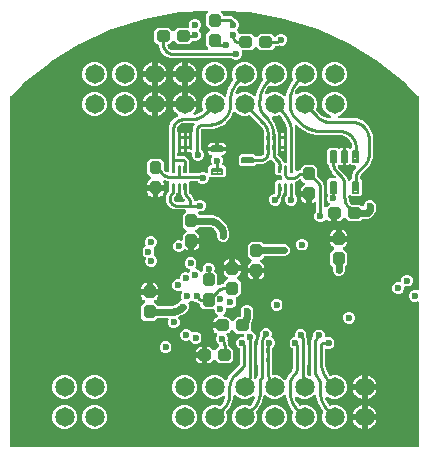
<source format=gbr>
G04 EAGLE Gerber RS-274X export*
G75*
%MOMM*%
%FSLAX34Y34*%
%LPD*%
%INBottom Copper*%
%IPPOS*%
%AMOC8*
5,1,8,0,0,1.08239X$1,22.5*%
G01*
%ADD10C,0.500000*%
%ADD11C,1.650000*%
%ADD12C,0.200000*%
%ADD13C,0.201000*%
%ADD14C,0.198000*%
%ADD15C,0.600000*%
%ADD16C,0.609600*%
%ADD17C,0.254000*%

G36*
X171848Y-37984D02*
X171848Y-37984D01*
X171967Y-37977D01*
X172005Y-37964D01*
X172046Y-37959D01*
X172156Y-37916D01*
X172269Y-37879D01*
X172304Y-37857D01*
X172341Y-37842D01*
X172437Y-37773D01*
X172538Y-37709D01*
X172566Y-37679D01*
X172599Y-37656D01*
X172675Y-37564D01*
X172756Y-37477D01*
X172776Y-37442D01*
X172801Y-37411D01*
X172852Y-37303D01*
X172910Y-37199D01*
X172920Y-37159D01*
X172937Y-37123D01*
X172959Y-37006D01*
X172989Y-36891D01*
X172993Y-36831D01*
X172997Y-36811D01*
X172995Y-36790D01*
X172999Y-36730D01*
X172999Y84137D01*
X172993Y84187D01*
X172995Y84236D01*
X172973Y84344D01*
X172959Y84453D01*
X172941Y84499D01*
X172931Y84548D01*
X172883Y84646D01*
X172842Y84748D01*
X172813Y84789D01*
X172791Y84833D01*
X172720Y84917D01*
X172656Y85006D01*
X172617Y85037D01*
X172585Y85075D01*
X172495Y85138D01*
X172411Y85209D01*
X172366Y85230D01*
X172325Y85258D01*
X172222Y85297D01*
X172123Y85344D01*
X172074Y85353D01*
X172028Y85371D01*
X171918Y85383D01*
X171811Y85404D01*
X171761Y85401D01*
X171712Y85406D01*
X171603Y85391D01*
X171493Y85384D01*
X171446Y85369D01*
X171397Y85362D01*
X171244Y85310D01*
X170495Y84999D01*
X168505Y84999D01*
X166667Y85761D01*
X165261Y87167D01*
X164499Y89005D01*
X164499Y90995D01*
X165261Y92833D01*
X166667Y94239D01*
X168505Y95001D01*
X170495Y95001D01*
X171244Y94690D01*
X171292Y94677D01*
X171337Y94656D01*
X171445Y94635D01*
X171551Y94606D01*
X171601Y94606D01*
X171650Y94596D01*
X171759Y94603D01*
X171869Y94601D01*
X171917Y94613D01*
X171967Y94616D01*
X172071Y94650D01*
X172178Y94675D01*
X172222Y94699D01*
X172269Y94714D01*
X172362Y94773D01*
X172459Y94824D01*
X172496Y94857D01*
X172538Y94884D01*
X172614Y94964D01*
X172695Y95038D01*
X172722Y95080D01*
X172756Y95116D01*
X172809Y95212D01*
X172869Y95304D01*
X172886Y95351D01*
X172910Y95394D01*
X172937Y95501D01*
X172973Y95605D01*
X172977Y95654D01*
X172989Y95702D01*
X172999Y95863D01*
X172999Y258616D01*
X172986Y258725D01*
X172980Y258834D01*
X172966Y258882D01*
X172959Y258932D01*
X172919Y259033D01*
X172887Y259138D01*
X172861Y259181D01*
X172842Y259228D01*
X172778Y259316D01*
X172721Y259409D01*
X172668Y259467D01*
X172656Y259485D01*
X172642Y259496D01*
X172613Y259528D01*
X162897Y268933D01*
X162880Y268945D01*
X162809Y269010D01*
X139732Y287551D01*
X139728Y287554D01*
X139605Y287641D01*
X114426Y303209D01*
X114422Y303211D01*
X114289Y303283D01*
X87389Y315643D01*
X87385Y315644D01*
X87244Y315699D01*
X59031Y324663D01*
X59026Y324664D01*
X58880Y324701D01*
X29780Y330135D01*
X29775Y330135D01*
X29625Y330154D01*
X6954Y331551D01*
X6935Y331549D01*
X6916Y331552D01*
X6776Y331539D01*
X6637Y331530D01*
X6619Y331524D01*
X6600Y331523D01*
X6468Y331475D01*
X6334Y331432D01*
X6318Y331422D01*
X6300Y331415D01*
X6184Y331336D01*
X6066Y331261D01*
X6053Y331247D01*
X6037Y331236D01*
X5945Y331131D01*
X5849Y331029D01*
X5839Y331012D01*
X5827Y330998D01*
X5763Y330873D01*
X5696Y330750D01*
X5691Y330732D01*
X5682Y330715D01*
X5652Y330578D01*
X5617Y330442D01*
X5617Y330423D01*
X5613Y330404D01*
X5617Y330264D01*
X5617Y330124D01*
X5622Y330106D01*
X5622Y330087D01*
X5661Y329952D01*
X5696Y329816D01*
X5705Y329799D01*
X5711Y329781D01*
X5782Y329661D01*
X5850Y329537D01*
X5863Y329524D01*
X5872Y329507D01*
X5979Y329386D01*
X7001Y328364D01*
X7001Y328040D01*
X7016Y327922D01*
X7023Y327803D01*
X7036Y327765D01*
X7041Y327724D01*
X7084Y327614D01*
X7121Y327501D01*
X7143Y327466D01*
X7158Y327429D01*
X7227Y327333D01*
X7291Y327232D01*
X7321Y327204D01*
X7344Y327171D01*
X7436Y327095D01*
X7523Y327014D01*
X7558Y326994D01*
X7589Y326969D01*
X7697Y326918D01*
X7801Y326860D01*
X7841Y326850D01*
X7877Y326833D01*
X7994Y326811D01*
X8109Y326781D01*
X8169Y326777D01*
X8189Y326773D01*
X8210Y326775D01*
X8270Y326771D01*
X13948Y326771D01*
X17322Y324823D01*
X17454Y324594D01*
X17464Y324581D01*
X17471Y324567D01*
X17560Y324455D01*
X17647Y324341D01*
X17659Y324331D01*
X17669Y324318D01*
X17783Y324233D01*
X17896Y324143D01*
X17911Y324137D01*
X17923Y324127D01*
X18068Y324056D01*
X18833Y323739D01*
X20239Y322333D01*
X21001Y320495D01*
X21001Y318505D01*
X20239Y316667D01*
X19470Y315898D01*
X19397Y315804D01*
X19318Y315714D01*
X19299Y315678D01*
X19275Y315646D01*
X19227Y315537D01*
X19173Y315431D01*
X19164Y315392D01*
X19148Y315354D01*
X19130Y315237D01*
X19104Y315121D01*
X19105Y315080D01*
X19098Y315040D01*
X19110Y314922D01*
X19113Y314803D01*
X19125Y314764D01*
X19128Y314724D01*
X19169Y314611D01*
X19202Y314497D01*
X19222Y314463D01*
X19236Y314424D01*
X19303Y314326D01*
X19363Y314223D01*
X19403Y314178D01*
X19414Y314161D01*
X19430Y314148D01*
X19470Y314103D01*
X20239Y313333D01*
X20467Y312784D01*
X20481Y312759D01*
X20490Y312731D01*
X20560Y312621D01*
X20624Y312508D01*
X20645Y312487D01*
X20660Y312462D01*
X20755Y312373D01*
X20845Y312280D01*
X20871Y312264D01*
X20892Y312244D01*
X21006Y312181D01*
X21117Y312113D01*
X21145Y312105D01*
X21171Y312090D01*
X21296Y312058D01*
X21420Y312020D01*
X21450Y312018D01*
X21479Y312011D01*
X21639Y312001D01*
X31364Y312001D01*
X34102Y309262D01*
X34197Y309189D01*
X34286Y309111D01*
X34322Y309092D01*
X34354Y309068D01*
X34463Y309020D01*
X34569Y308966D01*
X34608Y308957D01*
X34646Y308941D01*
X34763Y308923D01*
X34879Y308896D01*
X34920Y308898D01*
X34960Y308891D01*
X35078Y308903D01*
X35197Y308906D01*
X35236Y308917D01*
X35276Y308921D01*
X35389Y308961D01*
X35503Y308995D01*
X35537Y309015D01*
X35576Y309029D01*
X35674Y309096D01*
X35777Y309156D01*
X35822Y309196D01*
X35839Y309207D01*
X35852Y309223D01*
X35897Y309262D01*
X38636Y312001D01*
X48364Y312001D01*
X50499Y309866D01*
X50593Y309793D01*
X50682Y309714D01*
X50718Y309696D01*
X50750Y309671D01*
X50860Y309624D01*
X50965Y309570D01*
X51005Y309561D01*
X51042Y309545D01*
X51160Y309526D01*
X51276Y309500D01*
X51316Y309501D01*
X51356Y309495D01*
X51475Y309506D01*
X51594Y309510D01*
X51632Y309521D01*
X51673Y309525D01*
X51785Y309565D01*
X51899Y309598D01*
X51934Y309619D01*
X51972Y309632D01*
X52071Y309699D01*
X52173Y309760D01*
X52218Y309800D01*
X52235Y309811D01*
X52249Y309826D01*
X52294Y309866D01*
X53667Y311239D01*
X55505Y312001D01*
X57495Y312001D01*
X59333Y311239D01*
X60739Y309833D01*
X61501Y307995D01*
X61501Y306005D01*
X60739Y304167D01*
X59333Y302761D01*
X57495Y301999D01*
X55505Y301999D01*
X55405Y302041D01*
X55309Y302067D01*
X55216Y302102D01*
X55156Y302109D01*
X55098Y302125D01*
X54999Y302127D01*
X54900Y302138D01*
X54840Y302129D01*
X54780Y302130D01*
X54683Y302107D01*
X54585Y302093D01*
X54490Y302061D01*
X54471Y302056D01*
X54460Y302050D01*
X54433Y302041D01*
X53680Y301729D01*
X52270Y301729D01*
X52152Y301714D01*
X52033Y301707D01*
X51995Y301694D01*
X51954Y301689D01*
X51844Y301646D01*
X51731Y301609D01*
X51696Y301587D01*
X51659Y301572D01*
X51563Y301503D01*
X51462Y301439D01*
X51434Y301409D01*
X51401Y301386D01*
X51325Y301294D01*
X51244Y301207D01*
X51224Y301172D01*
X51199Y301141D01*
X51148Y301033D01*
X51090Y300929D01*
X51080Y300889D01*
X51063Y300853D01*
X51041Y300736D01*
X51020Y300655D01*
X48364Y297999D01*
X38636Y297999D01*
X35897Y300738D01*
X35803Y300811D01*
X35714Y300889D01*
X35678Y300908D01*
X35646Y300932D01*
X35537Y300980D01*
X35431Y301034D01*
X35392Y301043D01*
X35354Y301059D01*
X35237Y301077D01*
X35121Y301104D01*
X35080Y301102D01*
X35040Y301109D01*
X34922Y301097D01*
X34803Y301094D01*
X34764Y301083D01*
X34724Y301079D01*
X34611Y301039D01*
X34497Y301005D01*
X34462Y300985D01*
X34424Y300971D01*
X34326Y300904D01*
X34223Y300844D01*
X34178Y300804D01*
X34161Y300793D01*
X34148Y300777D01*
X34102Y300738D01*
X31364Y297999D01*
X24149Y297999D01*
X24099Y297993D01*
X24050Y297995D01*
X23942Y297973D01*
X23833Y297959D01*
X23787Y297941D01*
X23738Y297931D01*
X23639Y297883D01*
X23537Y297842D01*
X23497Y297813D01*
X23452Y297791D01*
X23369Y297720D01*
X23280Y297656D01*
X23248Y297617D01*
X23210Y297585D01*
X23147Y297495D01*
X23077Y297411D01*
X23056Y297366D01*
X23027Y297325D01*
X22988Y297222D01*
X22942Y297123D01*
X22932Y297074D01*
X22915Y297028D01*
X22902Y296918D01*
X22882Y296811D01*
X22885Y296761D01*
X22879Y296712D01*
X22895Y296603D01*
X22902Y296493D01*
X22917Y296446D01*
X22924Y296397D01*
X22976Y296244D01*
X23056Y296050D01*
X23056Y294061D01*
X22295Y292223D01*
X20888Y290816D01*
X19050Y290055D01*
X17061Y290055D01*
X15223Y290816D01*
X14681Y291358D01*
X14603Y291418D01*
X14531Y291486D01*
X14478Y291515D01*
X14430Y291552D01*
X14339Y291592D01*
X14253Y291640D01*
X14194Y291655D01*
X14138Y291679D01*
X14040Y291694D01*
X13945Y291719D01*
X13845Y291725D01*
X13824Y291729D01*
X13812Y291727D01*
X13784Y291729D01*
X-37742Y291729D01*
X-41884Y293445D01*
X-45055Y296616D01*
X-46771Y300758D01*
X-46771Y301730D01*
X-46786Y301848D01*
X-46793Y301967D01*
X-46806Y302005D01*
X-46811Y302046D01*
X-46854Y302156D01*
X-46891Y302269D01*
X-46913Y302304D01*
X-46928Y302341D01*
X-46997Y302437D01*
X-47061Y302538D01*
X-47091Y302566D01*
X-47114Y302599D01*
X-47206Y302675D01*
X-47293Y302756D01*
X-47328Y302776D01*
X-47359Y302801D01*
X-47467Y302852D01*
X-47571Y302910D01*
X-47611Y302920D01*
X-47647Y302937D01*
X-47764Y302959D01*
X-47879Y302989D01*
X-47939Y302993D01*
X-47959Y302997D01*
X-47980Y302995D01*
X-48040Y302999D01*
X-48364Y302999D01*
X-51001Y305636D01*
X-51001Y314364D01*
X-48364Y317001D01*
X-38636Y317001D01*
X-35897Y314262D01*
X-35803Y314189D01*
X-35714Y314111D01*
X-35678Y314092D01*
X-35646Y314068D01*
X-35537Y314020D01*
X-35431Y313966D01*
X-35392Y313957D01*
X-35354Y313941D01*
X-35237Y313923D01*
X-35121Y313896D01*
X-35080Y313898D01*
X-35040Y313891D01*
X-34922Y313903D01*
X-34803Y313906D01*
X-34764Y313917D01*
X-34724Y313921D01*
X-34611Y313961D01*
X-34497Y313995D01*
X-34462Y314015D01*
X-34424Y314029D01*
X-34326Y314096D01*
X-34223Y314156D01*
X-34178Y314196D01*
X-34161Y314207D01*
X-34148Y314223D01*
X-34102Y314262D01*
X-31364Y317001D01*
X-22770Y317001D01*
X-22652Y317016D01*
X-22533Y317023D01*
X-22495Y317036D01*
X-22454Y317041D01*
X-22344Y317084D01*
X-22231Y317121D01*
X-22196Y317143D01*
X-22159Y317158D01*
X-22063Y317227D01*
X-21962Y317291D01*
X-21934Y317321D01*
X-21901Y317344D01*
X-21825Y317436D01*
X-21744Y317523D01*
X-21724Y317558D01*
X-21699Y317589D01*
X-21648Y317697D01*
X-21590Y317801D01*
X-21580Y317841D01*
X-21563Y317877D01*
X-21541Y317994D01*
X-21511Y318109D01*
X-21507Y318169D01*
X-21503Y318189D01*
X-21505Y318210D01*
X-21501Y318270D01*
X-21501Y320495D01*
X-20739Y322333D01*
X-19333Y323739D01*
X-17495Y324501D01*
X-15505Y324501D01*
X-13667Y323739D01*
X-12261Y322333D01*
X-11499Y320495D01*
X-11499Y318505D01*
X-12261Y316667D01*
X-13030Y315898D01*
X-13103Y315804D01*
X-13182Y315714D01*
X-13201Y315678D01*
X-13225Y315646D01*
X-13273Y315537D01*
X-13327Y315431D01*
X-13336Y315392D01*
X-13352Y315354D01*
X-13370Y315237D01*
X-13396Y315121D01*
X-13395Y315080D01*
X-13402Y315040D01*
X-13390Y314922D01*
X-13387Y314803D01*
X-13375Y314764D01*
X-13372Y314724D01*
X-13331Y314611D01*
X-13298Y314497D01*
X-13278Y314463D01*
X-13264Y314424D01*
X-13197Y314326D01*
X-13137Y314223D01*
X-13097Y314178D01*
X-13086Y314161D01*
X-13070Y314148D01*
X-13030Y314103D01*
X-12261Y313333D01*
X-11499Y311495D01*
X-11499Y309505D01*
X-12261Y307667D01*
X-13667Y306261D01*
X-15505Y305499D01*
X-17495Y305499D01*
X-17872Y305655D01*
X-17900Y305663D01*
X-17926Y305677D01*
X-18053Y305705D01*
X-18178Y305739D01*
X-18208Y305740D01*
X-18237Y305746D01*
X-18366Y305742D01*
X-18496Y305744D01*
X-18525Y305737D01*
X-18555Y305737D01*
X-18679Y305700D01*
X-18806Y305670D01*
X-18832Y305656D01*
X-18860Y305648D01*
X-18972Y305582D01*
X-19087Y305521D01*
X-19109Y305502D01*
X-19134Y305487D01*
X-19255Y305380D01*
X-21636Y302999D01*
X-31364Y302999D01*
X-34102Y305738D01*
X-34197Y305811D01*
X-34286Y305889D01*
X-34322Y305908D01*
X-34354Y305932D01*
X-34463Y305980D01*
X-34569Y306034D01*
X-34608Y306043D01*
X-34646Y306059D01*
X-34763Y306077D01*
X-34879Y306104D01*
X-34920Y306102D01*
X-34960Y306109D01*
X-35078Y306097D01*
X-35197Y306094D01*
X-35236Y306083D01*
X-35276Y306079D01*
X-35389Y306039D01*
X-35503Y306005D01*
X-35537Y305985D01*
X-35576Y305971D01*
X-35674Y305904D01*
X-35777Y305844D01*
X-35822Y305804D01*
X-35839Y305793D01*
X-35852Y305777D01*
X-35897Y305738D01*
X-38636Y302999D01*
X-38647Y302999D01*
X-38696Y302993D01*
X-38746Y302995D01*
X-38854Y302973D01*
X-38963Y302959D01*
X-39009Y302941D01*
X-39058Y302931D01*
X-39156Y302883D01*
X-39258Y302842D01*
X-39298Y302813D01*
X-39343Y302791D01*
X-39427Y302720D01*
X-39516Y302656D01*
X-39547Y302617D01*
X-39585Y302585D01*
X-39648Y302495D01*
X-39718Y302411D01*
X-39740Y302366D01*
X-39768Y302325D01*
X-39807Y302222D01*
X-39854Y302123D01*
X-39863Y302074D01*
X-39881Y302028D01*
X-39893Y301918D01*
X-39914Y301811D01*
X-39911Y301761D01*
X-39916Y301711D01*
X-39901Y301602D01*
X-39894Y301493D01*
X-39879Y301446D01*
X-39872Y301397D01*
X-39820Y301244D01*
X-39550Y300592D01*
X-39545Y300584D01*
X-39542Y300575D01*
X-39466Y300446D01*
X-39392Y300316D01*
X-39386Y300309D01*
X-39381Y300301D01*
X-39274Y300180D01*
X-38320Y299226D01*
X-38312Y299220D01*
X-38307Y299213D01*
X-38187Y299123D01*
X-38068Y299031D01*
X-38060Y299027D01*
X-38053Y299021D01*
X-37908Y298950D01*
X-36661Y298434D01*
X-36558Y298406D01*
X-36458Y298369D01*
X-36375Y298356D01*
X-36354Y298350D01*
X-36338Y298350D01*
X-36299Y298343D01*
X-35624Y298277D01*
X-35604Y298277D01*
X-35500Y298271D01*
X-6700Y298271D01*
X-6562Y298288D01*
X-6424Y298301D01*
X-6405Y298308D01*
X-6384Y298311D01*
X-6255Y298362D01*
X-6124Y298409D01*
X-6108Y298420D01*
X-6089Y298428D01*
X-5976Y298509D01*
X-5861Y298587D01*
X-5848Y298603D01*
X-5831Y298614D01*
X-5743Y298722D01*
X-5651Y298826D01*
X-5642Y298844D01*
X-5629Y298859D01*
X-5569Y298985D01*
X-5506Y299109D01*
X-5502Y299129D01*
X-5493Y299147D01*
X-5467Y299284D01*
X-5436Y299419D01*
X-5437Y299440D01*
X-5433Y299459D01*
X-5442Y299598D01*
X-5446Y299737D01*
X-5452Y299757D01*
X-5453Y299777D01*
X-5496Y299909D01*
X-5535Y300043D01*
X-5545Y300060D01*
X-5551Y300079D01*
X-5626Y300197D01*
X-5696Y300317D01*
X-5715Y300338D01*
X-5721Y300348D01*
X-5736Y300362D01*
X-5802Y300437D01*
X-7001Y301636D01*
X-7001Y311364D01*
X-4262Y314103D01*
X-4189Y314197D01*
X-4111Y314286D01*
X-4092Y314322D01*
X-4068Y314354D01*
X-4020Y314463D01*
X-3966Y314569D01*
X-3957Y314608D01*
X-3941Y314646D01*
X-3923Y314763D01*
X-3896Y314879D01*
X-3898Y314920D01*
X-3891Y314960D01*
X-3903Y315078D01*
X-3906Y315197D01*
X-3917Y315236D01*
X-3921Y315276D01*
X-3961Y315389D01*
X-3995Y315503D01*
X-4015Y315538D01*
X-4029Y315576D01*
X-4096Y315674D01*
X-4156Y315777D01*
X-4196Y315822D01*
X-4207Y315839D01*
X-4223Y315852D01*
X-4262Y315898D01*
X-7001Y318636D01*
X-7001Y328364D01*
X-5979Y329386D01*
X-5967Y329401D01*
X-5952Y329414D01*
X-5870Y329527D01*
X-5784Y329638D01*
X-5776Y329655D01*
X-5765Y329670D01*
X-5713Y329801D01*
X-5657Y329929D01*
X-5654Y329948D01*
X-5647Y329966D01*
X-5630Y330105D01*
X-5607Y330244D01*
X-5609Y330263D01*
X-5607Y330281D01*
X-5624Y330420D01*
X-5637Y330560D01*
X-5644Y330578D01*
X-5646Y330597D01*
X-5697Y330727D01*
X-5745Y330859D01*
X-5756Y330875D01*
X-5763Y330893D01*
X-5845Y331006D01*
X-5923Y331123D01*
X-5938Y331135D01*
X-5949Y331151D01*
X-6057Y331240D01*
X-6162Y331333D01*
X-6179Y331342D01*
X-6193Y331354D01*
X-6320Y331414D01*
X-6445Y331478D01*
X-6464Y331482D01*
X-6481Y331490D01*
X-6619Y331517D01*
X-6755Y331547D01*
X-6774Y331547D01*
X-6793Y331550D01*
X-6954Y331551D01*
X-29620Y330154D01*
X-29625Y330154D01*
X-29629Y330153D01*
X-29780Y330135D01*
X-58880Y324701D01*
X-58884Y324700D01*
X-59031Y324663D01*
X-87244Y315699D01*
X-87248Y315697D01*
X-87389Y315643D01*
X-114289Y303283D01*
X-114293Y303281D01*
X-114426Y303209D01*
X-139605Y287641D01*
X-139608Y287638D01*
X-139732Y287551D01*
X-162809Y269010D01*
X-162824Y268995D01*
X-162897Y268933D01*
X-172613Y259528D01*
X-172681Y259443D01*
X-172756Y259364D01*
X-172780Y259320D01*
X-172812Y259280D01*
X-172857Y259181D01*
X-172910Y259085D01*
X-172922Y259036D01*
X-172943Y258991D01*
X-172962Y258883D01*
X-172989Y258777D01*
X-172994Y258699D01*
X-172998Y258677D01*
X-172996Y258660D01*
X-172999Y258616D01*
X-172999Y-36730D01*
X-172984Y-36848D01*
X-172977Y-36967D01*
X-172964Y-37005D01*
X-172959Y-37046D01*
X-172916Y-37156D01*
X-172879Y-37269D01*
X-172857Y-37304D01*
X-172842Y-37341D01*
X-172773Y-37437D01*
X-172709Y-37538D01*
X-172679Y-37566D01*
X-172656Y-37599D01*
X-172564Y-37675D01*
X-172477Y-37756D01*
X-172442Y-37776D01*
X-172411Y-37801D01*
X-172303Y-37852D01*
X-172199Y-37910D01*
X-172159Y-37920D01*
X-172123Y-37937D01*
X-172006Y-37959D01*
X-171891Y-37989D01*
X-171831Y-37993D01*
X-171811Y-37997D01*
X-171790Y-37995D01*
X-171730Y-37999D01*
X171730Y-37999D01*
X171848Y-37984D01*
G37*
%LPC*%
G36*
X-30995Y126999D02*
X-30995Y126999D01*
X-32833Y127761D01*
X-34239Y129167D01*
X-35001Y131005D01*
X-35001Y132995D01*
X-34239Y134833D01*
X-32833Y136239D01*
X-30995Y137001D01*
X-29005Y137001D01*
X-28756Y136897D01*
X-28708Y136884D01*
X-28663Y136863D01*
X-28555Y136842D01*
X-28449Y136813D01*
X-28399Y136813D01*
X-28350Y136803D01*
X-28241Y136810D01*
X-28131Y136808D01*
X-28083Y136820D01*
X-28033Y136823D01*
X-27928Y136857D01*
X-27822Y136882D01*
X-27778Y136906D01*
X-27730Y136921D01*
X-27638Y136980D01*
X-27541Y137031D01*
X-27504Y137065D01*
X-27462Y137091D01*
X-27387Y137171D01*
X-27305Y137245D01*
X-27278Y137287D01*
X-27244Y137323D01*
X-27191Y137419D01*
X-27131Y137511D01*
X-27114Y137558D01*
X-27090Y137601D01*
X-27063Y137708D01*
X-27027Y137812D01*
X-27023Y137861D01*
X-27011Y137909D01*
X-27001Y138070D01*
X-27001Y140093D01*
X-26694Y141237D01*
X-26101Y142264D01*
X-25264Y143101D01*
X-24289Y143664D01*
X-24189Y143740D01*
X-24085Y143811D01*
X-24062Y143836D01*
X-24035Y143856D01*
X-23957Y143955D01*
X-23874Y144049D01*
X-23859Y144079D01*
X-23838Y144106D01*
X-23787Y144221D01*
X-23730Y144332D01*
X-23722Y144365D01*
X-23708Y144396D01*
X-23687Y144520D01*
X-23660Y144643D01*
X-23661Y144676D01*
X-23655Y144710D01*
X-23666Y144835D01*
X-23670Y144961D01*
X-23679Y144993D01*
X-23682Y145027D01*
X-23723Y145145D01*
X-23758Y145266D01*
X-23775Y145295D01*
X-23786Y145327D01*
X-23856Y145432D01*
X-23920Y145540D01*
X-23950Y145575D01*
X-23954Y145581D01*
X-23956Y145582D01*
X-23962Y145592D01*
X-23978Y145606D01*
X-24026Y145661D01*
X-27001Y148636D01*
X-27001Y158364D01*
X-24302Y161063D01*
X-24217Y161172D01*
X-24129Y161279D01*
X-24120Y161298D01*
X-24108Y161314D01*
X-24052Y161442D01*
X-23993Y161567D01*
X-23989Y161587D01*
X-23981Y161606D01*
X-23959Y161744D01*
X-23933Y161880D01*
X-23935Y161900D01*
X-23931Y161920D01*
X-23944Y162059D01*
X-23953Y162197D01*
X-23959Y162216D01*
X-23961Y162236D01*
X-24008Y162368D01*
X-24051Y162499D01*
X-24062Y162517D01*
X-24069Y162536D01*
X-24147Y162651D01*
X-24221Y162768D01*
X-24236Y162782D01*
X-24247Y162799D01*
X-24352Y162891D01*
X-24453Y162986D01*
X-24471Y162996D01*
X-24486Y163009D01*
X-24610Y163073D01*
X-24731Y163140D01*
X-24751Y163145D01*
X-24769Y163154D01*
X-24905Y163184D01*
X-25039Y163219D01*
X-25067Y163221D01*
X-25079Y163224D01*
X-25100Y163223D01*
X-25200Y163229D01*
X-34850Y163229D01*
X-38921Y165579D01*
X-41271Y169650D01*
X-41271Y174111D01*
X-40038Y177088D01*
X-38872Y178253D01*
X-38812Y178331D01*
X-38744Y178403D01*
X-38715Y178456D01*
X-38678Y178504D01*
X-38638Y178595D01*
X-38590Y178682D01*
X-38575Y178740D01*
X-38551Y178796D01*
X-38536Y178894D01*
X-38511Y178990D01*
X-38505Y179090D01*
X-38501Y179110D01*
X-38503Y179123D01*
X-38501Y179151D01*
X-38501Y185960D01*
X-38516Y186078D01*
X-38523Y186197D01*
X-38536Y186235D01*
X-38541Y186276D01*
X-38584Y186386D01*
X-38621Y186499D01*
X-38643Y186534D01*
X-38658Y186571D01*
X-38727Y186667D01*
X-38791Y186768D01*
X-38821Y186796D01*
X-38844Y186829D01*
X-38936Y186905D01*
X-39023Y186986D01*
X-39058Y187006D01*
X-39089Y187031D01*
X-39197Y187082D01*
X-39301Y187140D01*
X-39341Y187150D01*
X-39377Y187167D01*
X-39494Y187189D01*
X-39609Y187219D01*
X-39669Y187223D01*
X-39689Y187227D01*
X-39710Y187225D01*
X-39770Y187229D01*
X-39793Y187229D01*
X-41708Y188023D01*
X-41769Y188039D01*
X-41827Y188065D01*
X-41922Y188081D01*
X-42015Y188107D01*
X-42078Y188108D01*
X-42141Y188118D01*
X-42237Y188110D01*
X-42333Y188112D01*
X-42395Y188097D01*
X-42458Y188092D01*
X-42549Y188060D01*
X-42642Y188037D01*
X-42698Y188008D01*
X-42758Y187987D01*
X-42838Y187934D01*
X-42924Y187889D01*
X-42970Y187846D01*
X-43023Y187811D01*
X-43088Y187740D01*
X-43159Y187675D01*
X-43194Y187622D01*
X-43236Y187575D01*
X-43281Y187490D01*
X-43334Y187409D01*
X-43354Y187349D01*
X-43383Y187293D01*
X-43406Y187200D01*
X-43437Y187108D01*
X-43442Y187045D01*
X-43456Y186984D01*
X-43454Y186887D01*
X-43462Y186791D01*
X-43451Y186729D01*
X-43450Y186666D01*
X-43424Y186573D01*
X-43408Y186478D01*
X-43382Y186420D01*
X-43365Y186359D01*
X-43308Y186245D01*
X-42999Y185093D01*
X-42999Y183999D01*
X-48770Y183999D01*
X-48888Y183984D01*
X-49007Y183977D01*
X-49045Y183964D01*
X-49085Y183959D01*
X-49196Y183916D01*
X-49309Y183879D01*
X-49343Y183857D01*
X-49381Y183842D01*
X-49477Y183773D01*
X-49578Y183709D01*
X-49606Y183679D01*
X-49638Y183656D01*
X-49714Y183564D01*
X-49796Y183477D01*
X-49815Y183442D01*
X-49841Y183411D01*
X-49892Y183303D01*
X-49949Y183199D01*
X-49959Y183159D01*
X-49977Y183123D01*
X-49997Y183016D01*
X-50001Y183046D01*
X-50045Y183156D01*
X-50081Y183269D01*
X-50103Y183304D01*
X-50118Y183341D01*
X-50188Y183437D01*
X-50251Y183538D01*
X-50281Y183566D01*
X-50305Y183599D01*
X-50396Y183675D01*
X-50483Y183756D01*
X-50518Y183776D01*
X-50550Y183801D01*
X-50657Y183852D01*
X-50762Y183910D01*
X-50801Y183920D01*
X-50837Y183937D01*
X-50954Y183959D01*
X-51070Y183989D01*
X-51130Y183993D01*
X-51150Y183997D01*
X-51170Y183995D01*
X-51230Y183999D01*
X-57001Y183999D01*
X-57001Y185093D01*
X-56694Y186237D01*
X-56101Y187264D01*
X-55264Y188101D01*
X-54289Y188664D01*
X-54189Y188740D01*
X-54085Y188811D01*
X-54062Y188836D01*
X-54035Y188856D01*
X-53957Y188955D01*
X-53874Y189049D01*
X-53859Y189079D01*
X-53838Y189106D01*
X-53787Y189221D01*
X-53730Y189332D01*
X-53722Y189365D01*
X-53708Y189396D01*
X-53687Y189520D01*
X-53660Y189643D01*
X-53661Y189676D01*
X-53655Y189710D01*
X-53666Y189835D01*
X-53670Y189961D01*
X-53679Y189993D01*
X-53682Y190027D01*
X-53723Y190145D01*
X-53758Y190266D01*
X-53775Y190295D01*
X-53786Y190327D01*
X-53856Y190432D01*
X-53920Y190540D01*
X-53952Y190577D01*
X-53962Y190592D01*
X-53978Y190606D01*
X-54026Y190661D01*
X-57001Y193636D01*
X-57001Y203364D01*
X-54364Y206001D01*
X-45636Y206001D01*
X-42999Y203364D01*
X-42999Y197151D01*
X-42987Y197052D01*
X-42984Y196953D01*
X-42967Y196895D01*
X-42959Y196835D01*
X-42923Y196743D01*
X-42895Y196648D01*
X-42865Y196596D01*
X-42842Y196539D01*
X-42784Y196459D01*
X-42734Y196374D01*
X-42668Y196299D01*
X-42656Y196282D01*
X-42646Y196274D01*
X-42628Y196253D01*
X-42394Y196020D01*
X-42379Y196008D01*
X-42302Y195936D01*
X-41331Y195139D01*
X-41241Y195082D01*
X-41156Y195019D01*
X-41080Y194981D01*
X-41062Y194970D01*
X-41046Y194965D01*
X-41011Y194948D01*
X-40256Y194635D01*
X-40208Y194621D01*
X-40163Y194600D01*
X-40055Y194580D01*
X-39949Y194551D01*
X-39899Y194550D01*
X-39850Y194541D01*
X-39741Y194547D01*
X-39631Y194546D01*
X-39583Y194557D01*
X-39533Y194560D01*
X-39429Y194594D01*
X-39322Y194620D01*
X-39278Y194643D01*
X-39231Y194658D01*
X-39138Y194717D01*
X-39041Y194769D01*
X-39004Y194802D01*
X-38962Y194829D01*
X-38887Y194909D01*
X-38805Y194982D01*
X-38778Y195024D01*
X-38744Y195060D01*
X-38691Y195156D01*
X-38631Y195248D01*
X-38614Y195295D01*
X-38590Y195339D01*
X-38563Y195445D01*
X-38527Y195549D01*
X-38523Y195599D01*
X-38511Y195647D01*
X-38501Y195807D01*
X-38501Y201023D01*
X-38485Y201052D01*
X-38448Y201099D01*
X-38408Y201190D01*
X-38360Y201277D01*
X-38345Y201336D01*
X-38321Y201391D01*
X-38306Y201489D01*
X-38281Y201585D01*
X-38275Y201685D01*
X-38271Y201705D01*
X-38273Y201718D01*
X-38271Y201746D01*
X-38271Y233341D01*
X-36479Y237668D01*
X-33168Y240979D01*
X-31497Y241671D01*
X-31369Y241744D01*
X-31237Y241816D01*
X-31230Y241823D01*
X-31221Y241828D01*
X-31114Y241931D01*
X-31005Y242034D01*
X-31000Y242042D01*
X-30992Y242050D01*
X-30915Y242176D01*
X-30835Y242302D01*
X-30832Y242312D01*
X-30826Y242321D01*
X-30783Y242462D01*
X-30736Y242604D01*
X-30736Y242615D01*
X-30733Y242625D01*
X-30726Y242773D01*
X-30716Y242922D01*
X-30718Y242932D01*
X-30718Y242942D01*
X-30747Y243087D01*
X-30775Y243234D01*
X-30780Y243244D01*
X-30782Y243254D01*
X-30847Y243387D01*
X-30910Y243522D01*
X-30917Y243530D01*
X-30922Y243539D01*
X-31018Y243653D01*
X-31113Y243767D01*
X-31124Y243776D01*
X-31128Y243781D01*
X-31140Y243790D01*
X-31237Y243870D01*
X-32078Y244481D01*
X-33219Y245622D01*
X-34167Y246927D01*
X-34900Y248365D01*
X-35353Y249761D01*
X-26670Y249761D01*
X-26552Y249776D01*
X-26433Y249783D01*
X-26395Y249796D01*
X-26355Y249801D01*
X-26244Y249844D01*
X-26131Y249881D01*
X-26097Y249903D01*
X-26059Y249918D01*
X-25963Y249988D01*
X-25862Y250051D01*
X-25834Y250081D01*
X-25802Y250104D01*
X-25726Y250196D01*
X-25644Y250283D01*
X-25625Y250318D01*
X-25599Y250349D01*
X-25548Y250457D01*
X-25491Y250561D01*
X-25480Y250601D01*
X-25463Y250637D01*
X-25441Y250754D01*
X-25411Y250869D01*
X-25407Y250930D01*
X-25403Y250950D01*
X-25405Y250970D01*
X-25401Y251030D01*
X-25401Y252301D01*
X-25399Y252301D01*
X-25399Y251030D01*
X-25384Y250912D01*
X-25377Y250793D01*
X-25364Y250755D01*
X-25359Y250714D01*
X-25315Y250604D01*
X-25279Y250491D01*
X-25257Y250456D01*
X-25242Y250419D01*
X-25172Y250323D01*
X-25109Y250222D01*
X-25079Y250194D01*
X-25055Y250161D01*
X-24964Y250086D01*
X-24877Y250004D01*
X-24842Y249984D01*
X-24810Y249959D01*
X-24703Y249908D01*
X-24598Y249850D01*
X-24559Y249840D01*
X-24523Y249823D01*
X-24406Y249801D01*
X-24291Y249771D01*
X-24230Y249767D01*
X-24210Y249763D01*
X-24190Y249765D01*
X-24130Y249761D01*
X-15447Y249761D01*
X-15900Y248365D01*
X-16633Y246927D01*
X-17581Y245622D01*
X-17626Y245577D01*
X-17716Y245461D01*
X-17808Y245348D01*
X-17813Y245336D01*
X-17821Y245326D01*
X-17880Y245191D01*
X-17940Y245059D01*
X-17942Y245046D01*
X-17948Y245034D01*
X-17971Y244890D01*
X-17997Y244746D01*
X-17996Y244733D01*
X-17998Y244720D01*
X-17984Y244575D01*
X-17973Y244429D01*
X-17969Y244416D01*
X-17968Y244403D01*
X-17919Y244266D01*
X-17872Y244128D01*
X-17865Y244116D01*
X-17860Y244104D01*
X-17779Y243984D01*
X-17699Y243861D01*
X-17689Y243852D01*
X-17682Y243841D01*
X-17573Y243745D01*
X-17465Y243645D01*
X-17454Y243639D01*
X-17443Y243630D01*
X-17314Y243564D01*
X-17185Y243495D01*
X-17172Y243492D01*
X-17160Y243485D01*
X-17018Y243453D01*
X-16876Y243419D01*
X-16863Y243419D01*
X-16850Y243416D01*
X-16703Y243420D01*
X-16558Y243421D01*
X-16541Y243425D01*
X-16532Y243425D01*
X-16515Y243430D01*
X-16401Y243453D01*
X-14795Y243883D01*
X-14716Y243916D01*
X-14633Y243939D01*
X-14511Y243999D01*
X-14501Y244004D01*
X-14497Y244006D01*
X-14489Y244010D01*
X-11313Y245844D01*
X-11277Y245871D01*
X-11238Y245891D01*
X-11110Y245989D01*
X-9866Y247081D01*
X-9818Y247134D01*
X-9764Y247180D01*
X-9713Y247252D01*
X-9655Y247319D01*
X-9622Y247382D01*
X-9581Y247440D01*
X-9550Y247523D01*
X-9509Y247602D01*
X-9494Y247671D01*
X-9469Y247737D01*
X-9459Y247825D01*
X-9439Y247912D01*
X-9441Y247983D01*
X-9433Y248053D01*
X-9446Y248141D01*
X-9448Y248230D01*
X-9468Y248298D01*
X-9478Y248368D01*
X-9530Y248521D01*
X-10251Y250261D01*
X-10251Y254339D01*
X-8690Y258107D01*
X-5807Y260990D01*
X-2039Y262551D01*
X2039Y262551D01*
X5807Y260990D01*
X7861Y258936D01*
X7965Y258855D01*
X8066Y258769D01*
X8091Y258758D01*
X8112Y258741D01*
X8234Y258688D01*
X8353Y258631D01*
X8379Y258625D01*
X8404Y258615D01*
X8535Y258594D01*
X8664Y258568D01*
X8691Y258569D01*
X8718Y258565D01*
X8850Y258577D01*
X8982Y258584D01*
X9008Y258592D01*
X9035Y258595D01*
X9159Y258639D01*
X9285Y258679D01*
X9308Y258693D01*
X9334Y258702D01*
X9443Y258777D01*
X9556Y258846D01*
X9575Y258866D01*
X9597Y258881D01*
X9685Y258980D01*
X9776Y259076D01*
X9790Y259099D01*
X9807Y259119D01*
X9868Y259237D01*
X9933Y259352D01*
X9945Y259389D01*
X9952Y259403D01*
X9957Y259424D01*
X9984Y259505D01*
X11683Y265846D01*
X15458Y272383D01*
X15600Y272525D01*
X15618Y272549D01*
X15641Y272568D01*
X15715Y272674D01*
X15795Y272777D01*
X15807Y272804D01*
X15824Y272828D01*
X15870Y272950D01*
X15921Y273069D01*
X15926Y273098D01*
X15936Y273125D01*
X15951Y273255D01*
X15971Y273383D01*
X15968Y273412D01*
X15972Y273441D01*
X15953Y273570D01*
X15941Y273699D01*
X15931Y273727D01*
X15927Y273756D01*
X15875Y273909D01*
X15149Y275661D01*
X15149Y279739D01*
X16710Y283507D01*
X19593Y286390D01*
X23361Y287951D01*
X27439Y287951D01*
X31207Y286390D01*
X34090Y283507D01*
X35651Y279739D01*
X35651Y275661D01*
X34090Y271893D01*
X31207Y269010D01*
X27439Y267449D01*
X23361Y267449D01*
X21974Y268024D01*
X21940Y268033D01*
X21907Y268049D01*
X21786Y268075D01*
X21668Y268108D01*
X21632Y268108D01*
X21596Y268116D01*
X21473Y268111D01*
X21350Y268113D01*
X21314Y268104D01*
X21278Y268103D01*
X21160Y268067D01*
X21040Y268038D01*
X21008Y268021D01*
X20974Y268011D01*
X20868Y267947D01*
X20759Y267890D01*
X20733Y267865D01*
X20701Y267847D01*
X20615Y267759D01*
X20524Y267676D01*
X20504Y267645D01*
X20479Y267620D01*
X20390Y267486D01*
X18029Y263396D01*
X17995Y263317D01*
X17953Y263243D01*
X17910Y263113D01*
X17905Y263103D01*
X17905Y263099D01*
X17902Y263090D01*
X17724Y262426D01*
X17716Y262370D01*
X17700Y262316D01*
X17695Y262213D01*
X17681Y262111D01*
X17687Y262055D01*
X17684Y261998D01*
X17705Y261898D01*
X17717Y261795D01*
X17737Y261742D01*
X17749Y261687D01*
X17794Y261594D01*
X17831Y261498D01*
X17864Y261452D01*
X17888Y261401D01*
X17956Y261323D01*
X18015Y261239D01*
X18058Y261202D01*
X18095Y261159D01*
X18179Y261100D01*
X18258Y261033D01*
X18309Y261009D01*
X18355Y260976D01*
X18451Y260940D01*
X18544Y260895D01*
X18599Y260884D01*
X18652Y260864D01*
X18755Y260852D01*
X18856Y260832D01*
X18912Y260835D01*
X18968Y260828D01*
X19071Y260843D01*
X19174Y260848D01*
X19227Y260865D01*
X19283Y260873D01*
X19436Y260925D01*
X23361Y262551D01*
X27439Y262551D01*
X31207Y260990D01*
X33030Y259167D01*
X33134Y259086D01*
X33235Y259000D01*
X33260Y258989D01*
X33281Y258972D01*
X33403Y258919D01*
X33522Y258862D01*
X33548Y258856D01*
X33573Y258846D01*
X33704Y258825D01*
X33833Y258799D01*
X33860Y258800D01*
X33887Y258796D01*
X34019Y258808D01*
X34151Y258815D01*
X34177Y258823D01*
X34204Y258826D01*
X34328Y258870D01*
X34455Y258910D01*
X34477Y258924D01*
X34503Y258933D01*
X34612Y259007D01*
X34725Y259077D01*
X34744Y259097D01*
X34766Y259112D01*
X34854Y259211D01*
X34945Y259306D01*
X34959Y259330D01*
X34977Y259350D01*
X35037Y259468D01*
X35102Y259583D01*
X35114Y259620D01*
X35121Y259633D01*
X35126Y259655D01*
X35153Y259736D01*
X36683Y265446D01*
X40458Y271983D01*
X41000Y272525D01*
X41018Y272549D01*
X41041Y272568D01*
X41115Y272674D01*
X41195Y272777D01*
X41207Y272804D01*
X41224Y272828D01*
X41270Y272949D01*
X41321Y273069D01*
X41326Y273098D01*
X41336Y273125D01*
X41351Y273254D01*
X41371Y273383D01*
X41368Y273412D01*
X41372Y273441D01*
X41353Y273570D01*
X41341Y273699D01*
X41331Y273727D01*
X41327Y273756D01*
X41275Y273909D01*
X40549Y275661D01*
X40549Y279739D01*
X42110Y283507D01*
X44993Y286390D01*
X48761Y287951D01*
X52839Y287951D01*
X56607Y286390D01*
X59490Y283507D01*
X61051Y279739D01*
X61051Y275661D01*
X59490Y271893D01*
X56607Y269010D01*
X52839Y267449D01*
X48761Y267449D01*
X47238Y268080D01*
X47203Y268090D01*
X47171Y268106D01*
X47050Y268132D01*
X46931Y268164D01*
X46895Y268165D01*
X46860Y268172D01*
X46736Y268167D01*
X46613Y268169D01*
X46578Y268161D01*
X46542Y268159D01*
X46424Y268124D01*
X46304Y268095D01*
X46272Y268078D01*
X46237Y268068D01*
X46132Y268004D01*
X46023Y267946D01*
X45996Y267922D01*
X45965Y267903D01*
X45879Y267815D01*
X45788Y267732D01*
X45768Y267702D01*
X45742Y267676D01*
X45653Y267542D01*
X43029Y262996D01*
X42995Y262917D01*
X42953Y262843D01*
X42910Y262713D01*
X42905Y262703D01*
X42905Y262699D01*
X42902Y262690D01*
X42740Y262086D01*
X42720Y261942D01*
X42697Y261798D01*
X42699Y261784D01*
X42697Y261771D01*
X42714Y261626D01*
X42727Y261481D01*
X42732Y261469D01*
X42733Y261455D01*
X42785Y261319D01*
X42835Y261182D01*
X42842Y261171D01*
X42847Y261158D01*
X42931Y261040D01*
X43013Y260919D01*
X43024Y260910D01*
X43031Y260899D01*
X43143Y260805D01*
X43252Y260708D01*
X43264Y260702D01*
X43274Y260694D01*
X43405Y260630D01*
X43535Y260564D01*
X43548Y260561D01*
X43560Y260555D01*
X43703Y260526D01*
X43845Y260494D01*
X43859Y260495D01*
X43872Y260492D01*
X44018Y260499D01*
X44163Y260504D01*
X44176Y260508D01*
X44190Y260508D01*
X44329Y260552D01*
X44469Y260592D01*
X44480Y260599D01*
X44493Y260603D01*
X44618Y260680D01*
X44743Y260754D01*
X44756Y260766D01*
X44764Y260770D01*
X44776Y260783D01*
X44864Y260860D01*
X44993Y260990D01*
X48761Y262551D01*
X52839Y262551D01*
X56607Y260990D01*
X58488Y259109D01*
X58592Y259028D01*
X58693Y258943D01*
X58717Y258931D01*
X58739Y258914D01*
X58861Y258862D01*
X58979Y258804D01*
X59006Y258799D01*
X59031Y258788D01*
X59162Y258767D01*
X59291Y258741D01*
X59318Y258742D01*
X59345Y258738D01*
X59477Y258751D01*
X59609Y258757D01*
X59634Y258765D01*
X59661Y258768D01*
X59786Y258813D01*
X59912Y258852D01*
X59935Y258866D01*
X59961Y258875D01*
X60070Y258950D01*
X60183Y259019D01*
X60201Y259039D01*
X60224Y259054D01*
X60311Y259153D01*
X60403Y259249D01*
X60416Y259272D01*
X60434Y259293D01*
X60494Y259410D01*
X60560Y259526D01*
X60572Y259562D01*
X60579Y259576D01*
X60584Y259597D01*
X60611Y259678D01*
X62183Y265546D01*
X65958Y272083D01*
X66400Y272525D01*
X66418Y272549D01*
X66441Y272568D01*
X66515Y272674D01*
X66595Y272777D01*
X66607Y272804D01*
X66624Y272828D01*
X66670Y272949D01*
X66721Y273069D01*
X66726Y273098D01*
X66736Y273125D01*
X66751Y273254D01*
X66771Y273383D01*
X66768Y273412D01*
X66772Y273441D01*
X66753Y273570D01*
X66741Y273699D01*
X66731Y273727D01*
X66727Y273756D01*
X66675Y273909D01*
X65949Y275661D01*
X65949Y279739D01*
X67510Y283507D01*
X70393Y286390D01*
X74161Y287951D01*
X78239Y287951D01*
X82007Y286390D01*
X84890Y283507D01*
X86451Y279739D01*
X86451Y275661D01*
X84890Y271893D01*
X82007Y269010D01*
X78239Y267449D01*
X74161Y267449D01*
X72672Y268066D01*
X72637Y268076D01*
X72605Y268092D01*
X72484Y268117D01*
X72365Y268150D01*
X72329Y268150D01*
X72294Y268158D01*
X72170Y268153D01*
X72047Y268155D01*
X72012Y268147D01*
X71976Y268145D01*
X71858Y268110D01*
X71738Y268081D01*
X71706Y268064D01*
X71671Y268053D01*
X71566Y267990D01*
X71457Y267932D01*
X71430Y267908D01*
X71399Y267889D01*
X71313Y267801D01*
X71222Y267718D01*
X71202Y267688D01*
X71176Y267662D01*
X71087Y267528D01*
X68529Y263096D01*
X68495Y263017D01*
X68453Y262943D01*
X68410Y262813D01*
X68405Y262803D01*
X68405Y262799D01*
X68402Y262790D01*
X68240Y262186D01*
X68220Y262042D01*
X68197Y261898D01*
X68199Y261884D01*
X68197Y261871D01*
X68214Y261726D01*
X68227Y261581D01*
X68232Y261569D01*
X68233Y261555D01*
X68286Y261419D01*
X68335Y261282D01*
X68342Y261271D01*
X68347Y261258D01*
X68431Y261140D01*
X68513Y261019D01*
X68524Y261010D01*
X68531Y260999D01*
X68642Y260905D01*
X68752Y260808D01*
X68764Y260802D01*
X68774Y260794D01*
X68905Y260730D01*
X69035Y260664D01*
X69048Y260661D01*
X69060Y260655D01*
X69204Y260626D01*
X69345Y260594D01*
X69359Y260595D01*
X69372Y260592D01*
X69518Y260599D01*
X69663Y260604D01*
X69676Y260608D01*
X69690Y260608D01*
X69829Y260652D01*
X69969Y260692D01*
X69980Y260699D01*
X69993Y260703D01*
X70117Y260780D01*
X70243Y260854D01*
X70256Y260866D01*
X70264Y260870D01*
X70276Y260883D01*
X70364Y260960D01*
X70394Y260990D01*
X74161Y262551D01*
X78239Y262551D01*
X82007Y260990D01*
X84890Y258107D01*
X86451Y254339D01*
X86451Y250261D01*
X85725Y248509D01*
X85717Y248480D01*
X85704Y248454D01*
X85675Y248327D01*
X85641Y248202D01*
X85640Y248172D01*
X85634Y248144D01*
X85638Y248014D01*
X85636Y247884D01*
X85643Y247855D01*
X85644Y247826D01*
X85680Y247701D01*
X85710Y247575D01*
X85724Y247549D01*
X85732Y247520D01*
X85798Y247408D01*
X85859Y247294D01*
X85879Y247272D01*
X85894Y247246D01*
X86000Y247125D01*
X87544Y245582D01*
X88873Y244252D01*
X88889Y244240D01*
X88966Y244169D01*
X90833Y242636D01*
X90923Y242579D01*
X91008Y242515D01*
X91084Y242478D01*
X91102Y242467D01*
X91117Y242462D01*
X91153Y242444D01*
X95595Y240604D01*
X95698Y240576D01*
X95798Y240540D01*
X95881Y240526D01*
X95902Y240520D01*
X95918Y240520D01*
X95957Y240514D01*
X97034Y240408D01*
X97165Y240411D01*
X97297Y240409D01*
X97324Y240416D01*
X97352Y240416D01*
X97478Y240453D01*
X97607Y240483D01*
X97631Y240496D01*
X97658Y240504D01*
X97771Y240570D01*
X97888Y240632D01*
X97908Y240651D01*
X97932Y240665D01*
X98025Y240757D01*
X98123Y240846D01*
X98138Y240869D01*
X98158Y240888D01*
X98225Y241001D01*
X98298Y241112D01*
X98307Y241138D01*
X98321Y241161D01*
X98358Y241288D01*
X98401Y241412D01*
X98403Y241440D01*
X98411Y241466D01*
X98416Y241598D01*
X98426Y241729D01*
X98421Y241757D01*
X98422Y241784D01*
X98394Y241913D01*
X98372Y242043D01*
X98360Y242068D01*
X98355Y242095D01*
X98295Y242213D01*
X98241Y242333D01*
X98224Y242354D01*
X98212Y242379D01*
X98125Y242478D01*
X98043Y242581D01*
X98020Y242598D01*
X98002Y242619D01*
X97894Y242693D01*
X97789Y242772D01*
X97753Y242790D01*
X97740Y242799D01*
X97720Y242806D01*
X97644Y242843D01*
X95793Y243610D01*
X92910Y246493D01*
X91349Y250261D01*
X91349Y254339D01*
X92910Y258107D01*
X95793Y260990D01*
X99561Y262551D01*
X103639Y262551D01*
X107407Y260990D01*
X110290Y258107D01*
X111851Y254339D01*
X111851Y250261D01*
X110290Y246493D01*
X107407Y243610D01*
X105240Y242713D01*
X105180Y242678D01*
X105115Y242652D01*
X105042Y242600D01*
X104964Y242555D01*
X104914Y242507D01*
X104858Y242466D01*
X104800Y242396D01*
X104736Y242334D01*
X104699Y242274D01*
X104655Y242221D01*
X104616Y242139D01*
X104570Y242063D01*
X104549Y241996D01*
X104519Y241933D01*
X104502Y241845D01*
X104476Y241759D01*
X104473Y241689D01*
X104459Y241620D01*
X104465Y241531D01*
X104461Y241441D01*
X104475Y241373D01*
X104479Y241303D01*
X104507Y241218D01*
X104525Y241130D01*
X104556Y241067D01*
X104577Y241001D01*
X104625Y240925D01*
X104665Y240844D01*
X104710Y240791D01*
X104747Y240732D01*
X104813Y240670D01*
X104871Y240602D01*
X104928Y240562D01*
X104979Y240514D01*
X105058Y240471D01*
X105131Y240419D01*
X105196Y240394D01*
X105258Y240360D01*
X105344Y240338D01*
X105429Y240306D01*
X105498Y240298D01*
X105565Y240281D01*
X105726Y240271D01*
X120578Y240271D01*
X126172Y237954D01*
X126983Y237143D01*
X131068Y233058D01*
X133771Y226532D01*
X133771Y206422D01*
X131454Y200828D01*
X127983Y197358D01*
X125850Y195224D01*
X124520Y193894D01*
X124508Y193879D01*
X124436Y193802D01*
X123851Y193089D01*
X123795Y193000D01*
X123731Y192915D01*
X123694Y192839D01*
X123682Y192820D01*
X123677Y192805D01*
X123660Y192770D01*
X122958Y191075D01*
X122930Y190972D01*
X122893Y190872D01*
X122880Y190789D01*
X122874Y190768D01*
X122874Y190752D01*
X122867Y190713D01*
X122807Y190099D01*
X122807Y190097D01*
X122806Y190095D01*
X122811Y189926D01*
X122815Y189781D01*
X122816Y189779D01*
X122816Y189777D01*
X122861Y189623D01*
X122903Y189475D01*
X122904Y189474D01*
X122904Y189472D01*
X122982Y189341D01*
X123064Y189201D01*
X123065Y189200D01*
X123066Y189198D01*
X123172Y189077D01*
X124501Y187749D01*
X124501Y176251D01*
X122749Y174499D01*
X116251Y174499D01*
X115437Y175313D01*
X115329Y175397D01*
X115221Y175487D01*
X115202Y175496D01*
X115186Y175508D01*
X115059Y175563D01*
X114933Y175622D01*
X114913Y175626D01*
X114894Y175634D01*
X114756Y175656D01*
X114620Y175682D01*
X114600Y175681D01*
X114580Y175684D01*
X114441Y175671D01*
X114303Y175662D01*
X114284Y175656D01*
X114264Y175654D01*
X114132Y175607D01*
X114001Y175564D01*
X113983Y175554D01*
X113964Y175547D01*
X113849Y175469D01*
X113732Y175394D01*
X113718Y175379D01*
X113701Y175368D01*
X113609Y175264D01*
X113514Y175163D01*
X113504Y175145D01*
X113491Y175130D01*
X113427Y175005D01*
X113360Y174884D01*
X113355Y174865D01*
X113346Y174846D01*
X113316Y174711D01*
X113281Y174576D01*
X113279Y174548D01*
X113276Y174536D01*
X113277Y174516D01*
X113271Y174416D01*
X113271Y173500D01*
X113273Y173480D01*
X113277Y173376D01*
X113422Y171906D01*
X113445Y171803D01*
X113460Y171697D01*
X113487Y171618D01*
X113492Y171596D01*
X113499Y171582D01*
X113512Y171545D01*
X114637Y168830D01*
X114689Y168738D01*
X114734Y168641D01*
X114783Y168573D01*
X114794Y168554D01*
X114805Y168543D01*
X114828Y168511D01*
X115686Y167465D01*
X115688Y167463D01*
X115689Y167462D01*
X115800Y167357D01*
X115917Y167246D01*
X115919Y167245D01*
X115920Y167244D01*
X116053Y167171D01*
X116195Y167092D01*
X116197Y167091D01*
X116199Y167090D01*
X116346Y167052D01*
X116503Y167011D01*
X116505Y167011D01*
X116507Y167011D01*
X116668Y167001D01*
X123364Y167001D01*
X124285Y166080D01*
X124394Y165995D01*
X124501Y165907D01*
X124520Y165898D01*
X124536Y165886D01*
X124663Y165830D01*
X124789Y165771D01*
X124809Y165767D01*
X124828Y165759D01*
X124966Y165737D01*
X125102Y165711D01*
X125122Y165713D01*
X125142Y165709D01*
X125281Y165722D01*
X125419Y165731D01*
X125438Y165737D01*
X125458Y165739D01*
X125590Y165786D01*
X125721Y165829D01*
X125739Y165840D01*
X125758Y165847D01*
X125873Y165925D01*
X125990Y165999D01*
X126004Y166014D01*
X126021Y166025D01*
X126113Y166130D01*
X126208Y166231D01*
X126218Y166249D01*
X126231Y166264D01*
X126295Y166388D01*
X126362Y166509D01*
X126367Y166529D01*
X126376Y166547D01*
X126406Y166683D01*
X126441Y166817D01*
X126443Y166845D01*
X126446Y166857D01*
X126445Y166878D01*
X126451Y166978D01*
X126451Y167004D01*
X127220Y168860D01*
X128640Y170280D01*
X130496Y171049D01*
X132504Y171049D01*
X134360Y170280D01*
X135780Y168860D01*
X136549Y167004D01*
X136549Y161575D01*
X134124Y157376D01*
X129925Y154951D01*
X125842Y154951D01*
X125744Y154939D01*
X125645Y154936D01*
X125586Y154919D01*
X125526Y154911D01*
X125434Y154875D01*
X125339Y154847D01*
X125287Y154817D01*
X125231Y154794D01*
X125151Y154736D01*
X125065Y154686D01*
X124990Y154620D01*
X124973Y154608D01*
X124966Y154598D01*
X124944Y154580D01*
X123364Y152999D01*
X113636Y152999D01*
X110661Y155974D01*
X110561Y156051D01*
X110466Y156133D01*
X110436Y156148D01*
X110410Y156169D01*
X110294Y156219D01*
X110182Y156275D01*
X110149Y156282D01*
X110118Y156295D01*
X109994Y156315D01*
X109871Y156341D01*
X109837Y156340D01*
X109804Y156345D01*
X109678Y156333D01*
X109553Y156328D01*
X109521Y156319D01*
X109487Y156315D01*
X109369Y156273D01*
X109248Y156237D01*
X109219Y156219D01*
X109188Y156208D01*
X109084Y156137D01*
X108976Y156072D01*
X108953Y156048D01*
X108925Y156029D01*
X108841Y155935D01*
X108753Y155845D01*
X108726Y155805D01*
X108714Y155791D01*
X108704Y155771D01*
X108664Y155711D01*
X108101Y154736D01*
X107264Y153899D01*
X106237Y153306D01*
X105093Y152999D01*
X103999Y152999D01*
X103999Y158770D01*
X103984Y158888D01*
X103977Y159007D01*
X103964Y159045D01*
X103959Y159085D01*
X103916Y159196D01*
X103879Y159309D01*
X103857Y159343D01*
X103842Y159381D01*
X103773Y159477D01*
X103709Y159578D01*
X103679Y159606D01*
X103656Y159638D01*
X103564Y159714D01*
X103477Y159796D01*
X103442Y159815D01*
X103411Y159841D01*
X103303Y159892D01*
X103199Y159949D01*
X103159Y159959D01*
X103123Y159977D01*
X103006Y159999D01*
X102891Y160029D01*
X102831Y160033D01*
X102811Y160036D01*
X102790Y160035D01*
X102730Y160039D01*
X100270Y160039D01*
X100152Y160024D01*
X100033Y160017D01*
X99995Y160004D01*
X99954Y159999D01*
X99844Y159955D01*
X99731Y159919D01*
X99696Y159897D01*
X99659Y159882D01*
X99562Y159812D01*
X99462Y159749D01*
X99434Y159719D01*
X99401Y159695D01*
X99325Y159604D01*
X99244Y159517D01*
X99224Y159482D01*
X99199Y159450D01*
X99148Y159343D01*
X99090Y159238D01*
X99080Y159199D01*
X99063Y159163D01*
X99041Y159046D01*
X99011Y158930D01*
X99007Y158870D01*
X99003Y158850D01*
X99005Y158830D01*
X99004Y158817D01*
X99003Y158815D01*
X99003Y158813D01*
X99001Y158770D01*
X99001Y152999D01*
X97907Y152999D01*
X96763Y153306D01*
X95736Y153899D01*
X95251Y154384D01*
X95157Y154457D01*
X95068Y154536D01*
X95032Y154554D01*
X95000Y154579D01*
X94890Y154626D01*
X94784Y154680D01*
X94745Y154689D01*
X94708Y154705D01*
X94590Y154724D01*
X94474Y154750D01*
X94434Y154749D01*
X94394Y154755D01*
X94275Y154744D01*
X94156Y154740D01*
X94117Y154729D01*
X94077Y154725D01*
X93965Y154685D01*
X93851Y154652D01*
X93816Y154631D01*
X93778Y154618D01*
X93679Y154551D01*
X93577Y154490D01*
X93532Y154451D01*
X93515Y154439D01*
X93501Y154424D01*
X93456Y154384D01*
X92333Y153261D01*
X90495Y152499D01*
X88505Y152499D01*
X86667Y153261D01*
X85261Y154667D01*
X84499Y156505D01*
X84499Y158495D01*
X85261Y160333D01*
X85857Y160930D01*
X85918Y161008D01*
X85986Y161080D01*
X86015Y161133D01*
X86052Y161181D01*
X86092Y161272D01*
X86140Y161358D01*
X86155Y161417D01*
X86179Y161473D01*
X86194Y161571D01*
X86219Y161666D01*
X86225Y161766D01*
X86229Y161787D01*
X86227Y161799D01*
X86229Y161827D01*
X86229Y168258D01*
X86213Y168389D01*
X86202Y168521D01*
X86193Y168546D01*
X86189Y168573D01*
X86141Y168696D01*
X86097Y168821D01*
X86082Y168844D01*
X86072Y168869D01*
X85995Y168976D01*
X85921Y169086D01*
X85901Y169104D01*
X85886Y169126D01*
X85783Y169211D01*
X85685Y169299D01*
X85661Y169312D01*
X85641Y169329D01*
X85521Y169385D01*
X85404Y169447D01*
X85377Y169453D01*
X85353Y169465D01*
X85223Y169489D01*
X85094Y169520D01*
X85067Y169519D01*
X85041Y169524D01*
X84909Y169516D01*
X84776Y169514D01*
X84750Y169506D01*
X84723Y169505D01*
X84597Y169464D01*
X84470Y169428D01*
X84435Y169411D01*
X84421Y169407D01*
X84402Y169395D01*
X84325Y169357D01*
X84237Y169306D01*
X83093Y168999D01*
X82499Y168999D01*
X82499Y175270D01*
X82484Y175388D01*
X82477Y175507D01*
X82464Y175545D01*
X82459Y175585D01*
X82416Y175696D01*
X82379Y175809D01*
X82357Y175843D01*
X82342Y175881D01*
X82273Y175977D01*
X82209Y176078D01*
X82179Y176106D01*
X82156Y176138D01*
X82064Y176214D01*
X81977Y176296D01*
X81942Y176315D01*
X81911Y176341D01*
X81803Y176392D01*
X81699Y176449D01*
X81659Y176459D01*
X81623Y176477D01*
X81506Y176499D01*
X81391Y176529D01*
X81331Y176533D01*
X81311Y176536D01*
X81290Y176535D01*
X81230Y176539D01*
X80039Y176539D01*
X80039Y177730D01*
X80024Y177848D01*
X80017Y177967D01*
X80004Y178005D01*
X79999Y178046D01*
X79955Y178156D01*
X79919Y178269D01*
X79897Y178304D01*
X79882Y178341D01*
X79812Y178437D01*
X79749Y178538D01*
X79719Y178566D01*
X79695Y178599D01*
X79604Y178675D01*
X79517Y178756D01*
X79482Y178776D01*
X79450Y178801D01*
X79343Y178852D01*
X79238Y178910D01*
X79199Y178920D01*
X79163Y178937D01*
X79046Y178959D01*
X78930Y178989D01*
X78870Y178993D01*
X78850Y178997D01*
X78830Y178995D01*
X78770Y178999D01*
X72999Y178999D01*
X72999Y180093D01*
X73306Y181237D01*
X73899Y182264D01*
X74736Y183101D01*
X75711Y183664D01*
X75811Y183740D01*
X75915Y183811D01*
X75938Y183836D01*
X75965Y183856D01*
X76043Y183955D01*
X76126Y184049D01*
X76141Y184079D01*
X76162Y184106D01*
X76213Y184221D01*
X76270Y184332D01*
X76278Y184365D01*
X76292Y184396D01*
X76313Y184520D01*
X76340Y184643D01*
X76339Y184676D01*
X76345Y184710D01*
X76334Y184835D01*
X76330Y184961D01*
X76321Y184993D01*
X76318Y185027D01*
X76277Y185145D01*
X76242Y185266D01*
X76225Y185295D01*
X76214Y185327D01*
X76144Y185432D01*
X76080Y185540D01*
X76048Y185577D01*
X76038Y185592D01*
X76022Y185606D01*
X75974Y185661D01*
X73278Y188357D01*
X73183Y188430D01*
X73094Y188509D01*
X73059Y188527D01*
X73026Y188552D01*
X72917Y188600D01*
X72811Y188654D01*
X72772Y188662D01*
X72735Y188679D01*
X72617Y188697D01*
X72501Y188723D01*
X72461Y188722D01*
X72421Y188728D01*
X72302Y188717D01*
X72183Y188714D01*
X72144Y188702D01*
X72104Y188699D01*
X71992Y188658D01*
X71878Y188625D01*
X71843Y188605D01*
X71805Y188591D01*
X71706Y188524D01*
X71604Y188464D01*
X71558Y188424D01*
X71542Y188412D01*
X71528Y188397D01*
X71483Y188357D01*
X71132Y188007D01*
X69284Y187241D01*
X69259Y187227D01*
X69231Y187218D01*
X69121Y187148D01*
X69008Y187084D01*
X68987Y187063D01*
X68962Y187047D01*
X68873Y186953D01*
X68780Y186863D01*
X68764Y186837D01*
X68744Y186816D01*
X68681Y186702D01*
X68613Y186591D01*
X68605Y186563D01*
X68590Y186537D01*
X68558Y186412D01*
X68520Y186287D01*
X68518Y186258D01*
X68511Y186229D01*
X68501Y186069D01*
X68501Y178977D01*
X68485Y178948D01*
X68448Y178900D01*
X68408Y178809D01*
X68360Y178723D01*
X68345Y178664D01*
X68321Y178609D01*
X68306Y178511D01*
X68281Y178415D01*
X68275Y178315D01*
X68271Y178295D01*
X68273Y178282D01*
X68271Y178254D01*
X68271Y175827D01*
X68283Y175729D01*
X68286Y175630D01*
X68303Y175572D01*
X68311Y175512D01*
X68347Y175420D01*
X68375Y175324D01*
X68405Y175272D01*
X68428Y175216D01*
X68486Y175136D01*
X68536Y175050D01*
X68602Y174975D01*
X68614Y174959D01*
X68624Y174951D01*
X68642Y174930D01*
X69239Y174333D01*
X70001Y172495D01*
X70001Y170505D01*
X69239Y168667D01*
X67833Y167261D01*
X65995Y166499D01*
X64005Y166499D01*
X62167Y167261D01*
X60761Y168667D01*
X59999Y170505D01*
X59999Y172495D01*
X60761Y174333D01*
X61358Y174930D01*
X61418Y175008D01*
X61486Y175080D01*
X61515Y175133D01*
X61552Y175181D01*
X61592Y175272D01*
X61640Y175359D01*
X61655Y175417D01*
X61679Y175473D01*
X61694Y175571D01*
X61719Y175666D01*
X61725Y175766D01*
X61729Y175787D01*
X61727Y175799D01*
X61729Y175827D01*
X61729Y175980D01*
X61714Y176098D01*
X61707Y176217D01*
X61694Y176255D01*
X61689Y176296D01*
X61646Y176406D01*
X61609Y176519D01*
X61587Y176554D01*
X61572Y176591D01*
X61503Y176687D01*
X61439Y176788D01*
X61409Y176816D01*
X61386Y176849D01*
X61294Y176925D01*
X61269Y176948D01*
X61269Y182600D01*
X61254Y182718D01*
X61247Y182837D01*
X61235Y182875D01*
X61230Y182915D01*
X61186Y183026D01*
X61149Y183139D01*
X61127Y183173D01*
X61113Y183211D01*
X61043Y183307D01*
X60979Y183408D01*
X60949Y183436D01*
X60926Y183468D01*
X60834Y183544D01*
X60747Y183626D01*
X60712Y183645D01*
X60681Y183671D01*
X60573Y183722D01*
X60469Y183779D01*
X60430Y183789D01*
X60393Y183807D01*
X60276Y183829D01*
X60161Y183859D01*
X60101Y183863D01*
X60081Y183866D01*
X60080Y183866D01*
X60060Y183865D01*
X60000Y183869D01*
X59882Y183854D01*
X59763Y183847D01*
X59724Y183834D01*
X59684Y183829D01*
X59574Y183785D01*
X59460Y183749D01*
X59426Y183727D01*
X59389Y183712D01*
X59292Y183642D01*
X59192Y183578D01*
X59164Y183549D01*
X59131Y183525D01*
X59055Y183433D01*
X58974Y183347D01*
X58954Y183311D01*
X58928Y183280D01*
X58878Y183173D01*
X58820Y183068D01*
X58810Y183029D01*
X58793Y182993D01*
X58771Y182876D01*
X58741Y182760D01*
X58737Y182700D01*
X58733Y182680D01*
X58734Y182660D01*
X58731Y182600D01*
X58731Y177127D01*
X58643Y177092D01*
X58619Y177075D01*
X58592Y177063D01*
X58491Y176982D01*
X58386Y176906D01*
X58367Y176883D01*
X58344Y176864D01*
X58266Y176761D01*
X58183Y176661D01*
X58170Y176634D01*
X58153Y176610D01*
X58082Y176466D01*
X56597Y172882D01*
X56595Y172873D01*
X56590Y172865D01*
X56553Y172720D01*
X56513Y172576D01*
X56513Y172566D01*
X56511Y172557D01*
X56501Y172397D01*
X56501Y170505D01*
X55739Y168667D01*
X54333Y167261D01*
X52495Y166499D01*
X50505Y166499D01*
X48667Y167261D01*
X47261Y168667D01*
X46499Y170505D01*
X46499Y172495D01*
X47261Y174333D01*
X48667Y175739D01*
X50450Y176478D01*
X50536Y176527D01*
X50626Y176567D01*
X50673Y176605D01*
X50726Y176635D01*
X50797Y176704D01*
X50874Y176766D01*
X50911Y176814D01*
X50954Y176857D01*
X51006Y176941D01*
X51066Y177020D01*
X51110Y177110D01*
X51121Y177128D01*
X51124Y177139D01*
X51137Y177165D01*
X51459Y177942D01*
X51467Y177971D01*
X51480Y177998D01*
X51508Y178124D01*
X51543Y178249D01*
X51543Y178279D01*
X51550Y178308D01*
X51546Y178437D01*
X51548Y178567D01*
X51541Y178596D01*
X51540Y178626D01*
X51504Y178750D01*
X51499Y178769D01*
X51499Y186190D01*
X53260Y187951D01*
X56265Y187951D01*
X56396Y187967D01*
X56528Y187978D01*
X56553Y187987D01*
X56580Y187991D01*
X56703Y188039D01*
X56828Y188083D01*
X56851Y188098D01*
X56876Y188108D01*
X56983Y188185D01*
X57093Y188259D01*
X57111Y188279D01*
X57133Y188294D01*
X57218Y188396D01*
X57306Y188495D01*
X57319Y188519D01*
X57336Y188539D01*
X57392Y188659D01*
X57454Y188776D01*
X57460Y188803D01*
X57472Y188827D01*
X57496Y188957D01*
X57527Y189086D01*
X57526Y189113D01*
X57531Y189139D01*
X57523Y189271D01*
X57521Y189404D01*
X57513Y189430D01*
X57512Y189457D01*
X57471Y189583D01*
X57435Y189710D01*
X57418Y189745D01*
X57414Y189759D01*
X57402Y189778D01*
X57364Y189855D01*
X56709Y190989D01*
X56707Y191017D01*
X56694Y191055D01*
X56689Y191096D01*
X56646Y191206D01*
X56609Y191319D01*
X56587Y191354D01*
X56572Y191391D01*
X56503Y191487D01*
X56439Y191588D01*
X56409Y191616D01*
X56386Y191649D01*
X56294Y191725D01*
X56207Y191806D01*
X56172Y191826D01*
X56141Y191851D01*
X56033Y191902D01*
X55929Y191960D01*
X55889Y191970D01*
X55853Y191987D01*
X55736Y192009D01*
X55621Y192039D01*
X55561Y192043D01*
X55541Y192047D01*
X55520Y192045D01*
X55460Y192049D01*
X53260Y192049D01*
X51499Y193810D01*
X51499Y201349D01*
X51487Y201448D01*
X51484Y201547D01*
X51467Y201605D01*
X51459Y201665D01*
X51423Y201757D01*
X51395Y201852D01*
X51365Y201904D01*
X51342Y201961D01*
X51284Y202041D01*
X51234Y202126D01*
X51168Y202201D01*
X51156Y202218D01*
X51146Y202226D01*
X51128Y202247D01*
X50017Y203357D01*
X48687Y204687D01*
X48057Y205317D01*
X47958Y205394D01*
X47863Y205476D01*
X47833Y205491D01*
X47806Y205512D01*
X47691Y205562D01*
X47578Y205618D01*
X47545Y205625D01*
X47514Y205638D01*
X47390Y205658D01*
X47267Y205684D01*
X47234Y205683D01*
X47200Y205688D01*
X47075Y205676D01*
X46949Y205671D01*
X46917Y205662D01*
X46884Y205658D01*
X46765Y205616D01*
X46645Y205580D01*
X46616Y205562D01*
X46584Y205551D01*
X46480Y205480D01*
X46373Y205415D01*
X46349Y205391D01*
X46321Y205372D01*
X46238Y205278D01*
X46150Y205188D01*
X46123Y205147D01*
X46111Y205134D01*
X46101Y205115D01*
X46061Y205054D01*
X45653Y204347D01*
X41118Y201729D01*
X36005Y201729D01*
X35906Y201717D01*
X35807Y201714D01*
X35749Y201697D01*
X35689Y201689D01*
X35597Y201653D01*
X35502Y201625D01*
X35450Y201595D01*
X35393Y201572D01*
X35313Y201514D01*
X35228Y201464D01*
X35152Y201398D01*
X35136Y201386D01*
X35128Y201376D01*
X35107Y201358D01*
X33749Y199999D01*
X22251Y199999D01*
X20499Y201751D01*
X20499Y208249D01*
X22251Y210001D01*
X33749Y210001D01*
X35107Y208642D01*
X35185Y208582D01*
X35257Y208514D01*
X35310Y208485D01*
X35358Y208448D01*
X35449Y208408D01*
X35536Y208360D01*
X35594Y208345D01*
X35650Y208321D01*
X35748Y208306D01*
X35844Y208281D01*
X35944Y208275D01*
X35964Y208271D01*
X35977Y208273D01*
X36005Y208271D01*
X38500Y208271D01*
X38502Y208271D01*
X38505Y208271D01*
X38666Y208282D01*
X39173Y208348D01*
X39182Y208351D01*
X39191Y208351D01*
X39335Y208391D01*
X39481Y208429D01*
X39489Y208434D01*
X39498Y208436D01*
X39642Y208508D01*
X40521Y209015D01*
X40594Y209071D01*
X40673Y209118D01*
X40720Y209166D01*
X40774Y209207D01*
X40831Y209280D01*
X40896Y209345D01*
X40961Y209443D01*
X40971Y209456D01*
X40975Y209464D01*
X40985Y209479D01*
X41492Y210358D01*
X41496Y210367D01*
X41502Y210374D01*
X41558Y210514D01*
X41616Y210651D01*
X41617Y210660D01*
X41621Y210669D01*
X41652Y210827D01*
X41718Y211334D01*
X41718Y211337D01*
X41719Y211339D01*
X41729Y211500D01*
X41729Y227000D01*
X41727Y227020D01*
X41723Y227125D01*
X41546Y228923D01*
X41522Y229027D01*
X41508Y229132D01*
X41480Y229212D01*
X41475Y229233D01*
X41468Y229248D01*
X41455Y229285D01*
X40079Y232609D01*
X40026Y232701D01*
X39981Y232797D01*
X39932Y232866D01*
X39921Y232885D01*
X39910Y232896D01*
X39887Y232928D01*
X38740Y234325D01*
X38726Y234339D01*
X38657Y234418D01*
X30575Y242500D01*
X30551Y242518D01*
X30532Y242541D01*
X30426Y242615D01*
X30323Y242695D01*
X30296Y242707D01*
X30272Y242724D01*
X30151Y242770D01*
X30031Y242821D01*
X30002Y242826D01*
X29975Y242836D01*
X29846Y242851D01*
X29717Y242871D01*
X29688Y242868D01*
X29659Y242872D01*
X29530Y242853D01*
X29401Y242841D01*
X29373Y242831D01*
X29344Y242827D01*
X29191Y242775D01*
X27439Y242049D01*
X23361Y242049D01*
X19593Y243610D01*
X17457Y245746D01*
X17418Y245777D01*
X17384Y245813D01*
X17293Y245874D01*
X17206Y245941D01*
X17160Y245961D01*
X17119Y245988D01*
X17015Y246024D01*
X16914Y246068D01*
X16865Y246075D01*
X16818Y246091D01*
X16708Y246100D01*
X16600Y246117D01*
X16550Y246113D01*
X16501Y246117D01*
X16393Y246098D01*
X16283Y246088D01*
X16236Y246071D01*
X16188Y246062D01*
X16087Y246017D01*
X15984Y245980D01*
X15943Y245952D01*
X15898Y245932D01*
X15812Y245863D01*
X15721Y245801D01*
X15688Y245764D01*
X15649Y245733D01*
X15583Y245645D01*
X15510Y245563D01*
X15488Y245519D01*
X15458Y245479D01*
X15387Y245334D01*
X13568Y240942D01*
X12400Y239774D01*
X9423Y236797D01*
X7680Y235055D01*
X-348Y231729D01*
X-10000Y231729D01*
X-10003Y231729D01*
X-10005Y231729D01*
X-10166Y231718D01*
X-10285Y231703D01*
X-10294Y231700D01*
X-10303Y231700D01*
X-10447Y231660D01*
X-10592Y231622D01*
X-10601Y231617D01*
X-10609Y231615D01*
X-10754Y231544D01*
X-10960Y231424D01*
X-11033Y231369D01*
X-11112Y231321D01*
X-11160Y231273D01*
X-11213Y231232D01*
X-11271Y231160D01*
X-11335Y231094D01*
X-11400Y230996D01*
X-11411Y230983D01*
X-11414Y230975D01*
X-11424Y230960D01*
X-11544Y230754D01*
X-11547Y230745D01*
X-11553Y230738D01*
X-11608Y230599D01*
X-11667Y230461D01*
X-11668Y230451D01*
X-11672Y230443D01*
X-11703Y230285D01*
X-11718Y230166D01*
X-11718Y230163D01*
X-11719Y230161D01*
X-11729Y230000D01*
X-11729Y214820D01*
X-11726Y214791D01*
X-11728Y214762D01*
X-11706Y214634D01*
X-11689Y214505D01*
X-11679Y214477D01*
X-11674Y214448D01*
X-11620Y214330D01*
X-11615Y214316D01*
X-11614Y214313D01*
X-11613Y214311D01*
X-11572Y214209D01*
X-11555Y214185D01*
X-11543Y214158D01*
X-11466Y214062D01*
X-11452Y214039D01*
X-11432Y214016D01*
X-11386Y213952D01*
X-11363Y213933D01*
X-11345Y213910D01*
X-11318Y213890D01*
X-9761Y212333D01*
X-8999Y210495D01*
X-8999Y208505D01*
X-9761Y206667D01*
X-11167Y205261D01*
X-13005Y204499D01*
X-14995Y204499D01*
X-16833Y205261D01*
X-18239Y206667D01*
X-19001Y208505D01*
X-19001Y210230D01*
X-19016Y210348D01*
X-19023Y210467D01*
X-19036Y210505D01*
X-19041Y210546D01*
X-19084Y210656D01*
X-19121Y210769D01*
X-19143Y210804D01*
X-19158Y210841D01*
X-19227Y210937D01*
X-19291Y211038D01*
X-19321Y211066D01*
X-19344Y211099D01*
X-19436Y211175D01*
X-19523Y211256D01*
X-19558Y211276D01*
X-19589Y211301D01*
X-19697Y211352D01*
X-19801Y211410D01*
X-19841Y211420D01*
X-19877Y211437D01*
X-19994Y211459D01*
X-20109Y211489D01*
X-20169Y211493D01*
X-20189Y211497D01*
X-20210Y211495D01*
X-20270Y211499D01*
X-20645Y211499D01*
X-21408Y211704D01*
X-21865Y211968D01*
X-21963Y212009D01*
X-22056Y212058D01*
X-22109Y212070D01*
X-22158Y212091D01*
X-22263Y212106D01*
X-22366Y212131D01*
X-22420Y212130D01*
X-22473Y212137D01*
X-22578Y212126D01*
X-22684Y212124D01*
X-22736Y212110D01*
X-22789Y212104D01*
X-22888Y212068D01*
X-22990Y212039D01*
X-23067Y212001D01*
X-23087Y211994D01*
X-23100Y211985D01*
X-23135Y211968D01*
X-23592Y211704D01*
X-23731Y211667D01*
X-23731Y214731D01*
X-20000Y214731D01*
X-19882Y214746D01*
X-19763Y214753D01*
X-19725Y214765D01*
X-19685Y214770D01*
X-19574Y214814D01*
X-19461Y214851D01*
X-19427Y214873D01*
X-19389Y214887D01*
X-19293Y214957D01*
X-19192Y215021D01*
X-19192Y215022D01*
X-19164Y215051D01*
X-19132Y215074D01*
X-19132Y215075D01*
X-19131Y215075D01*
X-19055Y215167D01*
X-18974Y215253D01*
X-18954Y215289D01*
X-18928Y215320D01*
X-18878Y215427D01*
X-18820Y215532D01*
X-18810Y215571D01*
X-18793Y215607D01*
X-18771Y215724D01*
X-18741Y215840D01*
X-18737Y215900D01*
X-18733Y215920D01*
X-18734Y215940D01*
X-18731Y216000D01*
X-18731Y224000D01*
X-18731Y228793D01*
X-18704Y228821D01*
X-18671Y228844D01*
X-18596Y228936D01*
X-18514Y229023D01*
X-18494Y229058D01*
X-18469Y229089D01*
X-18418Y229197D01*
X-18360Y229301D01*
X-18350Y229341D01*
X-18333Y229377D01*
X-18311Y229494D01*
X-18281Y229609D01*
X-18277Y229669D01*
X-18273Y229689D01*
X-18275Y229710D01*
X-18271Y229770D01*
X-18271Y232216D01*
X-17053Y234325D01*
X-17002Y234448D01*
X-16945Y234567D01*
X-16940Y234594D01*
X-16930Y234619D01*
X-16910Y234750D01*
X-16885Y234880D01*
X-16887Y234906D01*
X-16883Y234933D01*
X-16897Y235065D01*
X-16905Y235197D01*
X-16914Y235223D01*
X-16916Y235249D01*
X-16962Y235374D01*
X-17003Y235499D01*
X-17018Y235522D01*
X-17027Y235548D01*
X-17103Y235656D01*
X-17173Y235768D01*
X-17193Y235787D01*
X-17208Y235809D01*
X-17309Y235895D01*
X-17405Y235986D01*
X-17429Y235999D01*
X-17449Y236017D01*
X-17568Y236076D01*
X-17684Y236140D01*
X-17710Y236146D01*
X-17734Y236158D01*
X-17864Y236186D01*
X-17991Y236219D01*
X-18030Y236221D01*
X-18045Y236225D01*
X-18067Y236224D01*
X-18152Y236229D01*
X-26500Y236229D01*
X-26520Y236227D01*
X-26624Y236223D01*
X-27397Y236147D01*
X-27501Y236123D01*
X-27606Y236109D01*
X-27686Y236081D01*
X-27707Y236076D01*
X-27721Y236069D01*
X-27758Y236057D01*
X-29186Y235465D01*
X-29194Y235461D01*
X-29203Y235458D01*
X-29332Y235382D01*
X-29462Y235308D01*
X-29469Y235301D01*
X-29477Y235297D01*
X-29598Y235190D01*
X-30690Y234098D01*
X-30696Y234090D01*
X-30703Y234084D01*
X-30793Y233965D01*
X-30885Y233846D01*
X-30889Y233838D01*
X-30894Y233830D01*
X-30965Y233686D01*
X-31557Y232258D01*
X-31585Y232156D01*
X-31621Y232056D01*
X-31635Y231973D01*
X-31640Y231952D01*
X-31641Y231936D01*
X-31647Y231897D01*
X-31723Y231124D01*
X-31723Y231105D01*
X-31729Y231000D01*
X-31729Y229770D01*
X-31714Y229652D01*
X-31707Y229533D01*
X-31694Y229495D01*
X-31689Y229454D01*
X-31646Y229344D01*
X-31609Y229231D01*
X-31587Y229196D01*
X-31572Y229159D01*
X-31503Y229063D01*
X-31439Y228962D01*
X-31409Y228934D01*
X-31386Y228901D01*
X-31294Y228825D01*
X-31269Y228802D01*
X-31269Y224000D01*
X-31269Y216000D01*
X-31269Y211207D01*
X-31296Y211179D01*
X-31329Y211156D01*
X-31405Y211064D01*
X-31486Y210977D01*
X-31506Y210942D01*
X-31531Y210911D01*
X-31582Y210803D01*
X-31640Y210699D01*
X-31650Y210660D01*
X-31667Y210623D01*
X-31689Y210506D01*
X-31719Y210391D01*
X-31723Y210331D01*
X-31727Y210311D01*
X-31725Y210290D01*
X-31729Y210230D01*
X-31729Y209540D01*
X-31714Y209422D01*
X-31707Y209303D01*
X-31694Y209265D01*
X-31689Y209224D01*
X-31646Y209114D01*
X-31609Y209001D01*
X-31587Y208966D01*
X-31572Y208929D01*
X-31503Y208833D01*
X-31439Y208732D01*
X-31409Y208704D01*
X-31386Y208671D01*
X-31294Y208595D01*
X-31207Y208514D01*
X-31172Y208494D01*
X-31141Y208469D01*
X-31033Y208418D01*
X-30929Y208360D01*
X-30889Y208350D01*
X-30853Y208333D01*
X-30736Y208311D01*
X-30621Y208281D01*
X-30561Y208277D01*
X-30541Y208273D01*
X-30520Y208275D01*
X-30460Y208271D01*
X-25954Y208271D01*
X-23276Y206724D01*
X-21729Y204046D01*
X-21729Y201746D01*
X-21717Y201647D01*
X-21714Y201548D01*
X-21697Y201490D01*
X-21689Y201430D01*
X-21653Y201338D01*
X-21625Y201243D01*
X-21595Y201191D01*
X-21572Y201135D01*
X-21514Y201054D01*
X-21499Y201029D01*
X-21499Y195040D01*
X-21484Y194922D01*
X-21477Y194803D01*
X-21464Y194765D01*
X-21459Y194724D01*
X-21416Y194614D01*
X-21379Y194501D01*
X-21357Y194466D01*
X-21342Y194429D01*
X-21273Y194333D01*
X-21209Y194232D01*
X-21179Y194204D01*
X-21156Y194171D01*
X-21064Y194095D01*
X-20977Y194014D01*
X-20942Y193994D01*
X-20911Y193969D01*
X-20803Y193918D01*
X-20699Y193860D01*
X-20659Y193850D01*
X-20623Y193833D01*
X-20506Y193811D01*
X-20391Y193781D01*
X-20331Y193777D01*
X-20311Y193773D01*
X-20290Y193775D01*
X-20230Y193771D01*
X-13827Y193771D01*
X-13729Y193783D01*
X-13630Y193786D01*
X-13572Y193803D01*
X-13512Y193811D01*
X-13420Y193847D01*
X-13324Y193875D01*
X-13272Y193905D01*
X-13216Y193928D01*
X-13136Y193986D01*
X-13050Y194036D01*
X-12975Y194102D01*
X-12959Y194114D01*
X-12951Y194124D01*
X-12930Y194142D01*
X-12833Y194239D01*
X-10995Y195001D01*
X-9005Y195001D01*
X-7256Y194276D01*
X-7208Y194263D01*
X-7163Y194242D01*
X-7055Y194221D01*
X-6949Y194192D01*
X-6899Y194191D01*
X-6850Y194182D01*
X-6741Y194189D01*
X-6631Y194187D01*
X-6583Y194199D01*
X-6533Y194202D01*
X-6429Y194236D01*
X-6322Y194261D01*
X-6278Y194284D01*
X-6231Y194300D01*
X-6138Y194359D01*
X-6041Y194410D01*
X-6004Y194443D01*
X-5962Y194470D01*
X-5887Y194550D01*
X-5805Y194624D01*
X-5778Y194665D01*
X-5744Y194702D01*
X-5691Y194798D01*
X-5631Y194890D01*
X-5614Y194937D01*
X-5590Y194980D01*
X-5563Y195086D01*
X-5527Y195190D01*
X-5523Y195240D01*
X-5511Y195288D01*
X-5501Y195449D01*
X-5501Y198749D01*
X-3749Y200501D01*
X-3656Y200501D01*
X-3606Y200507D01*
X-3557Y200505D01*
X-3449Y200527D01*
X-3340Y200541D01*
X-3294Y200559D01*
X-3245Y200569D01*
X-3147Y200617D01*
X-3045Y200658D01*
X-3004Y200687D01*
X-2960Y200709D01*
X-2876Y200780D01*
X-2787Y200844D01*
X-2755Y200883D01*
X-2718Y200915D01*
X-2655Y201005D01*
X-2584Y201089D01*
X-2563Y201134D01*
X-2535Y201175D01*
X-2496Y201278D01*
X-2449Y201377D01*
X-2440Y201426D01*
X-2422Y201472D01*
X-2410Y201582D01*
X-2389Y201689D01*
X-2392Y201739D01*
X-2387Y201788D01*
X-2402Y201897D01*
X-2409Y202007D01*
X-2424Y202054D01*
X-2431Y202103D01*
X-2483Y202256D01*
X-3001Y203505D01*
X-3001Y205495D01*
X-2239Y207333D01*
X-2226Y207346D01*
X-2144Y207451D01*
X-2059Y207552D01*
X-2047Y207576D01*
X-2031Y207598D01*
X-1978Y207719D01*
X-1920Y207838D01*
X-1915Y207865D01*
X-1904Y207890D01*
X-1884Y208020D01*
X-1857Y208150D01*
X-1859Y208177D01*
X-1854Y208204D01*
X-1867Y208335D01*
X-1874Y208468D01*
X-1882Y208493D01*
X-1884Y208520D01*
X-1929Y208644D01*
X-1969Y208771D01*
X-1983Y208794D01*
X-1992Y208820D01*
X-2066Y208929D01*
X-2136Y209042D01*
X-2155Y209060D01*
X-2170Y209083D01*
X-2270Y209170D01*
X-2365Y209262D01*
X-2389Y209275D01*
X-2409Y209293D01*
X-2527Y209353D01*
X-2642Y209419D01*
X-2678Y209431D01*
X-2692Y209438D01*
X-2713Y209443D01*
X-2795Y209470D01*
X-3664Y209703D01*
X-4346Y210097D01*
X-4903Y210654D01*
X-5297Y211336D01*
X-5501Y212096D01*
X-5501Y213001D01*
X1770Y213001D01*
X1888Y213016D01*
X2007Y213023D01*
X2014Y213025D01*
X2070Y213011D01*
X2130Y213007D01*
X2150Y213003D01*
X2170Y213005D01*
X2230Y213001D01*
X9501Y213001D01*
X9501Y212096D01*
X9297Y211336D01*
X8903Y210654D01*
X8346Y210097D01*
X7664Y209703D01*
X6795Y209470D01*
X6672Y209420D01*
X6547Y209375D01*
X6525Y209360D01*
X6500Y209350D01*
X6394Y209271D01*
X6284Y209197D01*
X6266Y209176D01*
X6245Y209160D01*
X6161Y209057D01*
X6074Y208958D01*
X6061Y208934D01*
X6045Y208913D01*
X5989Y208793D01*
X5929Y208675D01*
X5923Y208649D01*
X5912Y208624D01*
X5889Y208494D01*
X5860Y208365D01*
X5860Y208338D01*
X5856Y208311D01*
X5865Y208179D01*
X5869Y208047D01*
X5877Y208021D01*
X5879Y207994D01*
X5921Y207868D01*
X5958Y207741D01*
X5971Y207718D01*
X5980Y207692D01*
X6052Y207582D01*
X6119Y207467D01*
X6144Y207439D01*
X6153Y207426D01*
X6169Y207411D01*
X6226Y207346D01*
X6239Y207333D01*
X7001Y205495D01*
X7001Y203505D01*
X6483Y202256D01*
X6470Y202208D01*
X6449Y202163D01*
X6428Y202055D01*
X6399Y201949D01*
X6398Y201899D01*
X6389Y201850D01*
X6396Y201741D01*
X6394Y201631D01*
X6406Y201583D01*
X6409Y201533D01*
X6443Y201429D01*
X6468Y201322D01*
X6492Y201278D01*
X6507Y201231D01*
X6566Y201138D01*
X6617Y201041D01*
X6650Y201004D01*
X6677Y200962D01*
X6757Y200887D01*
X6831Y200805D01*
X6872Y200778D01*
X6909Y200744D01*
X7005Y200691D01*
X7097Y200631D01*
X7144Y200614D01*
X7187Y200590D01*
X7293Y200563D01*
X7397Y200527D01*
X7447Y200523D01*
X7495Y200511D01*
X7656Y200501D01*
X7749Y200501D01*
X9501Y198749D01*
X9501Y192251D01*
X7749Y190499D01*
X-3730Y190499D01*
X-3848Y190484D01*
X-3967Y190477D01*
X-4005Y190464D01*
X-4046Y190459D01*
X-4156Y190416D01*
X-4269Y190379D01*
X-4304Y190357D01*
X-4341Y190342D01*
X-4437Y190273D01*
X-4538Y190209D01*
X-4566Y190179D01*
X-4599Y190156D01*
X-4675Y190064D01*
X-4756Y189977D01*
X-4776Y189942D01*
X-4801Y189911D01*
X-4852Y189803D01*
X-4910Y189699D01*
X-4920Y189659D01*
X-4937Y189623D01*
X-4959Y189506D01*
X-4989Y189391D01*
X-4993Y189331D01*
X-4997Y189311D01*
X-4995Y189290D01*
X-4996Y189280D01*
X-4997Y189277D01*
X-4996Y189274D01*
X-4999Y189230D01*
X-4999Y189005D01*
X-5761Y187167D01*
X-7167Y185761D01*
X-9005Y184999D01*
X-10995Y184999D01*
X-12833Y185761D01*
X-13930Y186858D01*
X-14008Y186918D01*
X-14080Y186986D01*
X-14133Y187015D01*
X-14181Y187052D01*
X-14272Y187092D01*
X-14359Y187140D01*
X-14417Y187155D01*
X-14473Y187179D01*
X-14571Y187194D01*
X-14666Y187219D01*
X-14766Y187225D01*
X-14787Y187229D01*
X-14799Y187227D01*
X-14827Y187229D01*
X-20230Y187229D01*
X-20348Y187214D01*
X-20467Y187207D01*
X-20505Y187194D01*
X-20546Y187189D01*
X-20656Y187146D01*
X-20769Y187109D01*
X-20804Y187087D01*
X-20841Y187072D01*
X-20937Y187003D01*
X-21038Y186939D01*
X-21066Y186909D01*
X-21099Y186886D01*
X-21175Y186794D01*
X-21256Y186707D01*
X-21276Y186672D01*
X-21301Y186641D01*
X-21352Y186533D01*
X-21410Y186429D01*
X-21420Y186389D01*
X-21437Y186353D01*
X-21459Y186236D01*
X-21489Y186121D01*
X-21493Y186061D01*
X-21497Y186041D01*
X-21495Y186020D01*
X-21499Y185960D01*
X-21499Y178965D01*
X-21538Y178915D01*
X-21539Y178913D01*
X-21540Y178911D01*
X-21605Y178760D01*
X-21664Y178623D01*
X-21665Y178621D01*
X-21666Y178619D01*
X-21690Y178465D01*
X-21714Y178309D01*
X-21714Y178307D01*
X-21714Y178305D01*
X-21709Y178144D01*
X-21698Y178038D01*
X-21675Y177935D01*
X-21660Y177829D01*
X-21633Y177749D01*
X-21628Y177728D01*
X-21621Y177714D01*
X-21608Y177677D01*
X-21415Y177213D01*
X-21363Y177120D01*
X-21318Y177024D01*
X-21269Y176955D01*
X-21258Y176936D01*
X-21247Y176925D01*
X-21224Y176893D01*
X-21064Y176698D01*
X-21049Y176684D01*
X-20980Y176606D01*
X-20688Y176313D01*
X-20687Y176313D01*
X-20352Y175978D01*
X-19358Y174983D01*
X-19267Y174892D01*
X-17634Y170951D01*
X-17591Y170831D01*
X-17580Y170815D01*
X-17572Y170796D01*
X-17491Y170684D01*
X-17413Y170568D01*
X-17397Y170555D01*
X-17386Y170539D01*
X-17279Y170450D01*
X-17174Y170358D01*
X-17156Y170349D01*
X-17141Y170336D01*
X-17015Y170277D01*
X-16891Y170213D01*
X-16871Y170209D01*
X-16853Y170200D01*
X-16717Y170174D01*
X-16581Y170144D01*
X-16560Y170144D01*
X-16541Y170140D01*
X-16402Y170149D01*
X-16263Y170153D01*
X-16243Y170159D01*
X-16223Y170160D01*
X-16091Y170203D01*
X-15957Y170242D01*
X-15940Y170252D01*
X-15921Y170258D01*
X-15836Y170312D01*
X-15829Y170315D01*
X-15811Y170327D01*
X-15803Y170332D01*
X-15683Y170403D01*
X-15662Y170422D01*
X-15652Y170428D01*
X-15638Y170443D01*
X-15573Y170501D01*
X-15572Y170501D01*
X-15571Y170502D01*
X-15562Y170510D01*
X-15333Y170739D01*
X-13495Y171501D01*
X-11505Y171501D01*
X-9667Y170739D01*
X-8261Y169333D01*
X-7499Y167495D01*
X-7499Y165505D01*
X-8261Y163667D01*
X-9667Y162261D01*
X-11505Y161499D01*
X-13070Y161499D01*
X-13208Y161482D01*
X-13346Y161469D01*
X-13366Y161462D01*
X-13386Y161459D01*
X-13515Y161408D01*
X-13646Y161361D01*
X-13662Y161350D01*
X-13681Y161342D01*
X-13794Y161261D01*
X-13909Y161183D01*
X-13922Y161167D01*
X-13939Y161156D01*
X-14027Y161048D01*
X-14119Y160944D01*
X-14128Y160926D01*
X-14141Y160911D01*
X-14201Y160785D01*
X-14264Y160661D01*
X-14268Y160641D01*
X-14277Y160623D01*
X-14303Y160487D01*
X-14334Y160351D01*
X-14333Y160330D01*
X-14337Y160311D01*
X-14328Y160172D01*
X-14324Y160033D01*
X-14318Y160013D01*
X-14317Y159993D01*
X-14274Y159861D01*
X-14235Y159727D01*
X-14225Y159710D01*
X-14219Y159691D01*
X-14145Y159573D01*
X-14074Y159453D01*
X-14055Y159432D01*
X-14049Y159422D01*
X-14034Y159408D01*
X-13968Y159333D01*
X-13556Y158920D01*
X-13477Y158860D01*
X-13405Y158792D01*
X-13352Y158763D01*
X-13304Y158726D01*
X-13213Y158686D01*
X-13127Y158638D01*
X-13068Y158623D01*
X-13012Y158599D01*
X-12914Y158584D01*
X-12819Y158559D01*
X-12719Y158553D01*
X-12698Y158549D01*
X-12686Y158551D01*
X-12658Y158549D01*
X-1509Y158549D01*
X4941Y155877D01*
X9877Y150941D01*
X12549Y144491D01*
X12549Y139996D01*
X11780Y138140D01*
X10360Y136720D01*
X8504Y135951D01*
X6496Y135951D01*
X4640Y136720D01*
X3220Y138140D01*
X2451Y139996D01*
X2451Y141000D01*
X2449Y141020D01*
X2445Y141124D01*
X2326Y142330D01*
X2303Y142434D01*
X2299Y142460D01*
X2298Y142471D01*
X2297Y142476D01*
X2288Y142539D01*
X2261Y142619D01*
X2256Y142641D01*
X2249Y142655D01*
X2236Y142692D01*
X1313Y144920D01*
X1308Y144928D01*
X1306Y144937D01*
X1229Y145067D01*
X1155Y145197D01*
X1149Y145203D01*
X1144Y145211D01*
X1038Y145332D01*
X-668Y147038D01*
X-675Y147043D01*
X-681Y147051D01*
X-800Y147140D01*
X-919Y147233D01*
X-928Y147236D01*
X-935Y147242D01*
X-1080Y147313D01*
X-3308Y148236D01*
X-3411Y148264D01*
X-3511Y148300D01*
X-3594Y148314D01*
X-3615Y148320D01*
X-3631Y148320D01*
X-3670Y148326D01*
X-4876Y148445D01*
X-4895Y148445D01*
X-5000Y148451D01*
X-12658Y148451D01*
X-12756Y148439D01*
X-12855Y148436D01*
X-12914Y148419D01*
X-12974Y148411D01*
X-13066Y148375D01*
X-13161Y148347D01*
X-13213Y148317D01*
X-13269Y148294D01*
X-13349Y148236D01*
X-13435Y148186D01*
X-13510Y148120D01*
X-13527Y148108D01*
X-13534Y148098D01*
X-13556Y148080D01*
X-15974Y145661D01*
X-16051Y145561D01*
X-16133Y145466D01*
X-16148Y145436D01*
X-16169Y145410D01*
X-16219Y145294D01*
X-16275Y145182D01*
X-16282Y145149D01*
X-16295Y145118D01*
X-16315Y144994D01*
X-16341Y144871D01*
X-16340Y144837D01*
X-16345Y144804D01*
X-16333Y144678D01*
X-16328Y144553D01*
X-16319Y144521D01*
X-16315Y144487D01*
X-16273Y144369D01*
X-16237Y144248D01*
X-16219Y144220D01*
X-16208Y144188D01*
X-16137Y144084D01*
X-16072Y143976D01*
X-16048Y143953D01*
X-16029Y143925D01*
X-15935Y143841D01*
X-15845Y143753D01*
X-15804Y143726D01*
X-15791Y143714D01*
X-15771Y143704D01*
X-15711Y143664D01*
X-14736Y143101D01*
X-13899Y142264D01*
X-13306Y141237D01*
X-12999Y140093D01*
X-12999Y138999D01*
X-18770Y138999D01*
X-18888Y138984D01*
X-19007Y138977D01*
X-19045Y138964D01*
X-19085Y138959D01*
X-19196Y138916D01*
X-19309Y138879D01*
X-19343Y138857D01*
X-19381Y138842D01*
X-19477Y138773D01*
X-19578Y138709D01*
X-19606Y138679D01*
X-19638Y138656D01*
X-19714Y138564D01*
X-19796Y138477D01*
X-19815Y138442D01*
X-19841Y138411D01*
X-19892Y138303D01*
X-19949Y138199D01*
X-19959Y138159D01*
X-19977Y138123D01*
X-19999Y138006D01*
X-20029Y137891D01*
X-20033Y137831D01*
X-20036Y137811D01*
X-20035Y137790D01*
X-20039Y137730D01*
X-20039Y136539D01*
X-21230Y136539D01*
X-21348Y136524D01*
X-21467Y136517D01*
X-21505Y136504D01*
X-21546Y136499D01*
X-21656Y136455D01*
X-21769Y136419D01*
X-21804Y136397D01*
X-21841Y136382D01*
X-21937Y136312D01*
X-22038Y136249D01*
X-22066Y136219D01*
X-22099Y136195D01*
X-22175Y136104D01*
X-22256Y136017D01*
X-22276Y135982D01*
X-22301Y135950D01*
X-22352Y135843D01*
X-22410Y135738D01*
X-22420Y135699D01*
X-22437Y135663D01*
X-22459Y135546D01*
X-22489Y135430D01*
X-22493Y135370D01*
X-22497Y135350D01*
X-22495Y135330D01*
X-22499Y135270D01*
X-22499Y128999D01*
X-23093Y128999D01*
X-24237Y129306D01*
X-24271Y129326D01*
X-24375Y129369D01*
X-24475Y129421D01*
X-24521Y129431D01*
X-24565Y129449D01*
X-24676Y129466D01*
X-24786Y129490D01*
X-24833Y129489D01*
X-24879Y129496D01*
X-24991Y129484D01*
X-25103Y129481D01*
X-25149Y129467D01*
X-25195Y129463D01*
X-25301Y129423D01*
X-25409Y129392D01*
X-25450Y129368D01*
X-25494Y129352D01*
X-25586Y129288D01*
X-25683Y129231D01*
X-25737Y129183D01*
X-25755Y129170D01*
X-25767Y129157D01*
X-25804Y129124D01*
X-27167Y127761D01*
X-29005Y126999D01*
X-30995Y126999D01*
G37*
%LPD*%
%LPC*%
G36*
X-2039Y-22951D02*
X-2039Y-22951D01*
X-5807Y-21390D01*
X-8690Y-18507D01*
X-10251Y-14739D01*
X-10251Y-10661D01*
X-8690Y-6893D01*
X-5807Y-4010D01*
X-2039Y-2449D01*
X2039Y-2449D01*
X3791Y-3175D01*
X3820Y-3183D01*
X3846Y-3196D01*
X3973Y-3225D01*
X4098Y-3259D01*
X4128Y-3260D01*
X4156Y-3266D01*
X4286Y-3262D01*
X4416Y-3264D01*
X4445Y-3257D01*
X4474Y-3256D01*
X4599Y-3220D01*
X4725Y-3190D01*
X4751Y-3176D01*
X4780Y-3168D01*
X4892Y-3102D01*
X5006Y-3041D01*
X5028Y-3021D01*
X5054Y-3006D01*
X5175Y-2900D01*
X5450Y-2625D01*
X5462Y-2609D01*
X5533Y-2533D01*
X6980Y-769D01*
X7037Y-679D01*
X7101Y-595D01*
X7138Y-519D01*
X7150Y-500D01*
X7154Y-485D01*
X7172Y-450D01*
X8849Y3599D01*
X8867Y3666D01*
X8895Y3730D01*
X8909Y3819D01*
X8933Y3905D01*
X8934Y3975D01*
X8945Y4044D01*
X8936Y4134D01*
X8938Y4223D01*
X8921Y4291D01*
X8915Y4361D01*
X8885Y4445D01*
X8864Y4533D01*
X8831Y4594D01*
X8807Y4660D01*
X8757Y4735D01*
X8715Y4814D01*
X8668Y4865D01*
X8629Y4923D01*
X8561Y4983D01*
X8501Y5049D01*
X8443Y5088D01*
X8390Y5134D01*
X8310Y5175D01*
X8235Y5224D01*
X8169Y5247D01*
X8107Y5278D01*
X8020Y5298D01*
X7934Y5327D01*
X7865Y5333D01*
X7797Y5348D01*
X7707Y5345D01*
X7617Y5352D01*
X7549Y5340D01*
X7479Y5338D01*
X7393Y5313D01*
X7304Y5298D01*
X7240Y5269D01*
X7173Y5250D01*
X7096Y5204D01*
X7014Y5167D01*
X6960Y5124D01*
X6899Y5088D01*
X6779Y4982D01*
X5807Y4010D01*
X2039Y2449D01*
X-2039Y2449D01*
X-5807Y4010D01*
X-8690Y6893D01*
X-10251Y10661D01*
X-10251Y14739D01*
X-8690Y18507D01*
X-5807Y21390D01*
X-2039Y22951D01*
X2039Y22951D01*
X5807Y21390D01*
X8508Y18688D01*
X8548Y18658D01*
X8581Y18621D01*
X8673Y18561D01*
X8760Y18493D01*
X8805Y18474D01*
X8847Y18446D01*
X8951Y18411D01*
X9052Y18367D01*
X9101Y18359D01*
X9148Y18343D01*
X9257Y18334D01*
X9366Y18317D01*
X9415Y18322D01*
X9465Y18318D01*
X9573Y18337D01*
X9682Y18347D01*
X9729Y18364D01*
X9778Y18372D01*
X9878Y18417D01*
X9982Y18455D01*
X10023Y18483D01*
X10068Y18503D01*
X10154Y18571D01*
X10245Y18633D01*
X10278Y18670D01*
X10316Y18701D01*
X10382Y18789D01*
X10455Y18872D01*
X10478Y18916D01*
X10508Y18956D01*
X10579Y19100D01*
X12066Y22692D01*
X13358Y23983D01*
X14687Y25313D01*
X16017Y26642D01*
X21358Y31983D01*
X21418Y32061D01*
X21486Y32133D01*
X21515Y32186D01*
X21552Y32234D01*
X21592Y32325D01*
X21640Y32412D01*
X21655Y32470D01*
X21679Y32526D01*
X21694Y32624D01*
X21719Y32720D01*
X21725Y32820D01*
X21729Y32840D01*
X21727Y32853D01*
X21729Y32881D01*
X21729Y44473D01*
X21726Y44502D01*
X21728Y44531D01*
X21706Y44659D01*
X21689Y44788D01*
X21679Y44816D01*
X21674Y44845D01*
X21620Y44963D01*
X21572Y45084D01*
X21555Y45108D01*
X21543Y45135D01*
X21462Y45236D01*
X21386Y45341D01*
X21363Y45360D01*
X21344Y45383D01*
X21241Y45461D01*
X21141Y45544D01*
X21114Y45557D01*
X21090Y45574D01*
X20946Y45645D01*
X20667Y45761D01*
X19261Y47167D01*
X18499Y49005D01*
X18499Y50995D01*
X19261Y52833D01*
X20667Y54239D01*
X22505Y55001D01*
X23440Y55001D01*
X23558Y55016D01*
X23677Y55023D01*
X23716Y55036D01*
X23756Y55041D01*
X23866Y55084D01*
X23980Y55121D01*
X24014Y55143D01*
X24051Y55158D01*
X24148Y55227D01*
X24248Y55291D01*
X24276Y55321D01*
X24309Y55344D01*
X24385Y55436D01*
X24466Y55523D01*
X24486Y55558D01*
X24512Y55589D01*
X24562Y55697D01*
X24620Y55801D01*
X24630Y55841D01*
X24647Y55877D01*
X24669Y55994D01*
X24675Y56015D01*
X24770Y56244D01*
X24783Y56292D01*
X24804Y56337D01*
X24825Y56445D01*
X24854Y56551D01*
X24855Y56601D01*
X24864Y56650D01*
X24857Y56759D01*
X24859Y56869D01*
X24847Y56917D01*
X24844Y56967D01*
X24810Y57071D01*
X24785Y57178D01*
X24762Y57222D01*
X24746Y57269D01*
X24688Y57362D01*
X24636Y57459D01*
X24603Y57496D01*
X24576Y57538D01*
X24496Y57613D01*
X24422Y57695D01*
X24381Y57722D01*
X24344Y57756D01*
X24248Y57809D01*
X24157Y57869D01*
X24109Y57886D01*
X24066Y57910D01*
X23960Y57937D01*
X23856Y57973D01*
X23806Y57977D01*
X23758Y57989D01*
X23597Y57999D01*
X18636Y57999D01*
X15661Y60974D01*
X15561Y61051D01*
X15466Y61133D01*
X15436Y61148D01*
X15410Y61169D01*
X15294Y61219D01*
X15182Y61275D01*
X15149Y61282D01*
X15118Y61295D01*
X14994Y61315D01*
X14871Y61341D01*
X14837Y61340D01*
X14804Y61345D01*
X14679Y61333D01*
X14553Y61328D01*
X14521Y61319D01*
X14487Y61315D01*
X14369Y61273D01*
X14248Y61237D01*
X14220Y61219D01*
X14188Y61208D01*
X14084Y61137D01*
X13976Y61072D01*
X13953Y61048D01*
X13925Y61029D01*
X13841Y60935D01*
X13753Y60845D01*
X13726Y60804D01*
X13714Y60791D01*
X13704Y60771D01*
X13664Y60711D01*
X13101Y59736D01*
X12264Y58899D01*
X11237Y58306D01*
X11001Y58243D01*
X10962Y58227D01*
X10920Y58218D01*
X10815Y58167D01*
X10707Y58123D01*
X10672Y58097D01*
X10634Y58078D01*
X10545Y58002D01*
X10452Y57933D01*
X10425Y57900D01*
X10392Y57872D01*
X10325Y57776D01*
X10251Y57686D01*
X10234Y57647D01*
X10209Y57612D01*
X10167Y57503D01*
X10119Y57397D01*
X10111Y57355D01*
X10096Y57314D01*
X10083Y57198D01*
X10062Y57084D01*
X10066Y57041D01*
X10061Y56998D01*
X10077Y56883D01*
X10086Y56767D01*
X10099Y56726D01*
X10105Y56683D01*
X10157Y56531D01*
X11001Y54495D01*
X11001Y52477D01*
X10999Y52467D01*
X10968Y52386D01*
X10961Y52326D01*
X10945Y52267D01*
X10944Y52169D01*
X10933Y52070D01*
X10941Y52010D01*
X10940Y51950D01*
X10963Y51853D01*
X10977Y51755D01*
X11010Y51660D01*
X11015Y51640D01*
X11020Y51629D01*
X11029Y51603D01*
X11771Y49813D01*
X11771Y48270D01*
X11786Y48152D01*
X11793Y48033D01*
X11806Y47995D01*
X11811Y47954D01*
X11854Y47844D01*
X11891Y47731D01*
X11913Y47696D01*
X11928Y47659D01*
X11997Y47563D01*
X12061Y47462D01*
X12091Y47434D01*
X12114Y47401D01*
X12206Y47325D01*
X12293Y47244D01*
X12328Y47224D01*
X12359Y47199D01*
X12467Y47148D01*
X12571Y47090D01*
X12611Y47080D01*
X12647Y47063D01*
X12764Y47041D01*
X12879Y47011D01*
X12939Y47007D01*
X12959Y47003D01*
X12980Y47005D01*
X13040Y47001D01*
X13364Y47001D01*
X16001Y44364D01*
X16001Y35636D01*
X13364Y32999D01*
X3636Y32999D01*
X661Y35974D01*
X561Y36051D01*
X466Y36133D01*
X436Y36148D01*
X410Y36169D01*
X294Y36219D01*
X182Y36275D01*
X149Y36282D01*
X118Y36295D01*
X-6Y36315D01*
X-129Y36341D01*
X-163Y36340D01*
X-196Y36345D01*
X-322Y36333D01*
X-447Y36328D01*
X-479Y36319D01*
X-513Y36315D01*
X-631Y36273D01*
X-752Y36237D01*
X-781Y36219D01*
X-812Y36208D01*
X-916Y36137D01*
X-1024Y36072D01*
X-1047Y36048D01*
X-1075Y36029D01*
X-1159Y35935D01*
X-1247Y35845D01*
X-1274Y35805D01*
X-1286Y35791D01*
X-1296Y35771D01*
X-1336Y35711D01*
X-1899Y34736D01*
X-2736Y33899D01*
X-3763Y33306D01*
X-4907Y32999D01*
X-6001Y32999D01*
X-6001Y38770D01*
X-6016Y38888D01*
X-6023Y39007D01*
X-6035Y39045D01*
X-6041Y39085D01*
X-6084Y39196D01*
X-6121Y39309D01*
X-6143Y39343D01*
X-6158Y39381D01*
X-6227Y39477D01*
X-6291Y39578D01*
X-6321Y39606D01*
X-6344Y39638D01*
X-6436Y39714D01*
X-6523Y39796D01*
X-6558Y39815D01*
X-6589Y39841D01*
X-6697Y39892D01*
X-6801Y39949D01*
X-6841Y39959D01*
X-6877Y39977D01*
X-6984Y39997D01*
X-6954Y40001D01*
X-6844Y40045D01*
X-6731Y40081D01*
X-6696Y40103D01*
X-6659Y40118D01*
X-6562Y40188D01*
X-6462Y40251D01*
X-6434Y40281D01*
X-6401Y40305D01*
X-6325Y40396D01*
X-6244Y40483D01*
X-6224Y40518D01*
X-6199Y40550D01*
X-6148Y40657D01*
X-6090Y40762D01*
X-6080Y40801D01*
X-6063Y40837D01*
X-6041Y40954D01*
X-6011Y41070D01*
X-6007Y41130D01*
X-6003Y41150D01*
X-6005Y41170D01*
X-6001Y41230D01*
X-6001Y47001D01*
X-4907Y47001D01*
X-3763Y46694D01*
X-2736Y46101D01*
X-1899Y45264D01*
X-1336Y44289D01*
X-1260Y44189D01*
X-1189Y44085D01*
X-1164Y44062D01*
X-1144Y44035D01*
X-1045Y43957D01*
X-951Y43874D01*
X-921Y43859D01*
X-894Y43838D01*
X-780Y43787D01*
X-668Y43730D01*
X-635Y43722D01*
X-604Y43708D01*
X-480Y43687D01*
X-357Y43660D01*
X-324Y43661D01*
X-290Y43655D01*
X-165Y43666D01*
X-39Y43670D01*
X-7Y43679D01*
X27Y43682D01*
X145Y43723D01*
X266Y43758D01*
X295Y43775D01*
X327Y43786D01*
X432Y43856D01*
X540Y43920D01*
X577Y43952D01*
X592Y43962D01*
X607Y43978D01*
X661Y44026D01*
X3753Y47118D01*
X3784Y47158D01*
X3821Y47191D01*
X3881Y47283D01*
X3948Y47370D01*
X3968Y47415D01*
X3995Y47457D01*
X4031Y47561D01*
X4075Y47661D01*
X4082Y47710D01*
X4098Y47757D01*
X4107Y47867D01*
X4124Y47976D01*
X4120Y48025D01*
X4124Y48074D01*
X4105Y48183D01*
X4095Y48292D01*
X4078Y48339D01*
X4069Y48388D01*
X4024Y48488D01*
X3987Y48591D01*
X3959Y48633D01*
X3939Y48678D01*
X3870Y48764D01*
X3808Y48855D01*
X3771Y48887D01*
X3740Y48926D01*
X3652Y48992D01*
X3570Y49065D01*
X3526Y49088D01*
X3486Y49117D01*
X3342Y49188D01*
X3167Y49261D01*
X1761Y50667D01*
X999Y52505D01*
X999Y54495D01*
X1761Y56333D01*
X1843Y56415D01*
X1920Y56514D01*
X2002Y56609D01*
X2017Y56640D01*
X2038Y56666D01*
X2088Y56782D01*
X2144Y56894D01*
X2151Y56927D01*
X2164Y56958D01*
X2184Y57082D01*
X2210Y57205D01*
X2209Y57239D01*
X2214Y57272D01*
X2202Y57397D01*
X2197Y57523D01*
X2187Y57555D01*
X2184Y57589D01*
X2142Y57707D01*
X2105Y57827D01*
X2088Y57856D01*
X2076Y57888D01*
X2006Y57992D01*
X1941Y58100D01*
X1917Y58123D01*
X1898Y58151D01*
X1804Y58234D01*
X1714Y58322D01*
X1673Y58350D01*
X1659Y58362D01*
X1640Y58371D01*
X1580Y58412D01*
X736Y58899D01*
X-101Y59736D01*
X-694Y60763D01*
X-1001Y61907D01*
X-1001Y62501D01*
X5270Y62501D01*
X5388Y62516D01*
X5507Y62523D01*
X5545Y62535D01*
X5585Y62541D01*
X5696Y62584D01*
X5809Y62621D01*
X5843Y62643D01*
X5881Y62658D01*
X5977Y62727D01*
X6078Y62791D01*
X6106Y62821D01*
X6138Y62844D01*
X6214Y62936D01*
X6296Y63023D01*
X6315Y63058D01*
X6341Y63089D01*
X6392Y63197D01*
X6449Y63301D01*
X6459Y63341D01*
X6477Y63377D01*
X6499Y63494D01*
X6529Y63609D01*
X6533Y63669D01*
X6536Y63689D01*
X6535Y63710D01*
X6539Y63770D01*
X6539Y66230D01*
X6524Y66348D01*
X6517Y66467D01*
X6504Y66505D01*
X6499Y66546D01*
X6455Y66656D01*
X6419Y66769D01*
X6397Y66804D01*
X6382Y66841D01*
X6312Y66937D01*
X6249Y67038D01*
X6219Y67066D01*
X6195Y67099D01*
X6104Y67175D01*
X6017Y67256D01*
X5982Y67276D01*
X5950Y67301D01*
X5843Y67352D01*
X5738Y67410D01*
X5699Y67420D01*
X5663Y67437D01*
X5546Y67459D01*
X5430Y67489D01*
X5370Y67493D01*
X5350Y67497D01*
X5330Y67495D01*
X5270Y67499D01*
X-1001Y67499D01*
X-1001Y68093D01*
X-694Y69237D01*
X-101Y70264D01*
X737Y71102D01*
X1763Y71694D01*
X2159Y71800D01*
X2218Y71824D01*
X2279Y71839D01*
X2364Y71884D01*
X2454Y71920D01*
X2504Y71958D01*
X2560Y71987D01*
X2631Y72052D01*
X2709Y72110D01*
X2749Y72159D01*
X2795Y72201D01*
X2848Y72282D01*
X2909Y72357D01*
X2935Y72414D01*
X2970Y72467D01*
X3001Y72558D01*
X3042Y72646D01*
X3053Y72708D01*
X3073Y72768D01*
X3081Y72864D01*
X3098Y72959D01*
X3094Y73022D01*
X3099Y73085D01*
X3082Y73180D01*
X3075Y73276D01*
X3055Y73336D01*
X3044Y73398D01*
X3005Y73486D01*
X2974Y73578D01*
X2939Y73631D01*
X2914Y73688D01*
X2853Y73764D01*
X2801Y73845D01*
X2754Y73887D01*
X2715Y73937D01*
X2638Y73995D01*
X2567Y74060D01*
X2511Y74090D01*
X2461Y74128D01*
X2316Y74199D01*
X2167Y74261D01*
X761Y75667D01*
X-1Y77505D01*
X-1Y77730D01*
X-16Y77848D01*
X-23Y77967D01*
X-36Y78005D01*
X-41Y78046D01*
X-84Y78156D01*
X-121Y78269D01*
X-143Y78304D01*
X-158Y78341D01*
X-227Y78437D01*
X-291Y78538D01*
X-321Y78566D01*
X-344Y78599D01*
X-436Y78675D01*
X-523Y78756D01*
X-558Y78776D01*
X-589Y78801D01*
X-697Y78852D01*
X-801Y78910D01*
X-841Y78920D01*
X-877Y78937D01*
X-994Y78959D01*
X-1109Y78989D01*
X-1169Y78993D01*
X-1189Y78997D01*
X-1210Y78995D01*
X-1270Y78999D01*
X-9364Y78999D01*
X-12001Y81636D01*
X-12001Y82435D01*
X-12004Y82464D01*
X-12002Y82494D01*
X-12024Y82622D01*
X-12041Y82750D01*
X-12051Y82778D01*
X-12056Y82807D01*
X-12110Y82926D01*
X-12158Y83046D01*
X-12175Y83070D01*
X-12187Y83097D01*
X-12268Y83198D01*
X-12344Y83304D01*
X-12367Y83322D01*
X-12386Y83345D01*
X-12489Y83424D01*
X-12589Y83506D01*
X-12616Y83519D01*
X-12640Y83537D01*
X-12784Y83608D01*
X-14198Y84193D01*
X-14207Y84196D01*
X-14215Y84200D01*
X-14361Y84238D01*
X-14393Y84247D01*
X-14403Y84256D01*
X-14456Y84285D01*
X-14504Y84322D01*
X-14595Y84362D01*
X-14682Y84410D01*
X-14740Y84425D01*
X-14796Y84449D01*
X-14894Y84464D01*
X-14990Y84489D01*
X-15090Y84495D01*
X-15110Y84499D01*
X-15123Y84497D01*
X-15151Y84499D01*
X-15995Y84499D01*
X-17833Y85261D01*
X-18376Y85804D01*
X-18470Y85877D01*
X-18560Y85956D01*
X-18596Y85975D01*
X-18628Y85999D01*
X-18737Y86047D01*
X-18843Y86101D01*
X-18882Y86110D01*
X-18920Y86126D01*
X-19037Y86144D01*
X-19153Y86170D01*
X-19194Y86169D01*
X-19234Y86176D01*
X-19352Y86164D01*
X-19471Y86161D01*
X-19510Y86149D01*
X-19550Y86146D01*
X-19662Y86105D01*
X-19777Y86072D01*
X-19812Y86052D01*
X-19850Y86038D01*
X-19948Y85971D01*
X-20051Y85911D01*
X-20096Y85871D01*
X-20113Y85860D01*
X-20126Y85844D01*
X-20171Y85804D01*
X-20667Y85309D01*
X-21332Y85033D01*
X-21435Y84974D01*
X-21542Y84922D01*
X-21573Y84896D01*
X-21608Y84876D01*
X-21694Y84793D01*
X-21784Y84716D01*
X-21808Y84683D01*
X-21837Y84654D01*
X-21899Y84553D01*
X-21968Y84456D01*
X-21982Y84418D01*
X-22003Y84383D01*
X-22038Y84269D01*
X-22080Y84158D01*
X-22085Y84118D01*
X-22097Y84079D01*
X-22102Y83961D01*
X-22102Y83959D01*
X-22108Y83929D01*
X-22107Y83916D01*
X-22115Y83842D01*
X-22110Y83802D01*
X-22112Y83762D01*
X-22092Y83664D01*
X-22088Y83612D01*
X-22079Y83582D01*
X-22071Y83527D01*
X-22052Y83470D01*
X-22047Y83450D01*
X-22038Y83432D01*
X-22019Y83375D01*
X-21451Y82004D01*
X-21451Y79996D01*
X-22220Y78140D01*
X-22930Y77430D01*
X-25801Y74559D01*
X-30188Y72742D01*
X-30231Y72717D01*
X-30278Y72700D01*
X-30369Y72639D01*
X-30464Y72584D01*
X-30500Y72550D01*
X-30541Y72522D01*
X-30613Y72440D01*
X-30693Y72363D01*
X-30719Y72321D01*
X-30751Y72283D01*
X-30801Y72186D01*
X-30859Y72092D01*
X-30873Y72044D01*
X-30896Y72000D01*
X-30920Y71893D01*
X-30952Y71788D01*
X-30955Y71738D01*
X-30966Y71690D01*
X-30962Y71580D01*
X-30967Y71470D01*
X-30957Y71422D01*
X-30956Y71372D01*
X-30925Y71266D01*
X-30903Y71159D01*
X-30881Y71114D01*
X-30868Y71067D01*
X-30812Y70972D01*
X-30763Y70873D01*
X-30731Y70835D01*
X-30706Y70793D01*
X-30600Y70672D01*
X-30261Y70333D01*
X-29499Y68495D01*
X-29499Y66505D01*
X-30261Y64667D01*
X-31667Y63261D01*
X-33505Y62499D01*
X-35495Y62499D01*
X-37333Y63261D01*
X-38739Y64667D01*
X-39501Y66505D01*
X-39501Y68495D01*
X-39003Y69696D01*
X-38990Y69744D01*
X-38969Y69789D01*
X-38948Y69897D01*
X-38919Y70003D01*
X-38918Y70053D01*
X-38909Y70102D01*
X-38916Y70211D01*
X-38914Y70321D01*
X-38926Y70369D01*
X-38929Y70419D01*
X-38963Y70523D01*
X-38988Y70630D01*
X-39011Y70674D01*
X-39027Y70721D01*
X-39086Y70814D01*
X-39137Y70911D01*
X-39170Y70948D01*
X-39197Y70990D01*
X-39277Y71065D01*
X-39351Y71147D01*
X-39392Y71174D01*
X-39429Y71208D01*
X-39525Y71261D01*
X-39617Y71321D01*
X-39664Y71338D01*
X-39707Y71362D01*
X-39813Y71389D01*
X-39917Y71425D01*
X-39967Y71429D01*
X-40015Y71441D01*
X-40176Y71451D01*
X-47658Y71451D01*
X-47756Y71439D01*
X-47855Y71436D01*
X-47913Y71419D01*
X-47974Y71411D01*
X-48066Y71375D01*
X-48161Y71347D01*
X-48213Y71317D01*
X-48269Y71294D01*
X-48349Y71236D01*
X-48435Y71186D01*
X-48510Y71120D01*
X-48527Y71108D01*
X-48534Y71098D01*
X-48555Y71080D01*
X-50636Y68999D01*
X-59364Y68999D01*
X-62001Y71636D01*
X-62001Y81364D01*
X-59026Y84339D01*
X-58949Y84439D01*
X-58867Y84534D01*
X-58852Y84564D01*
X-58831Y84590D01*
X-58781Y84706D01*
X-58725Y84818D01*
X-58718Y84851D01*
X-58705Y84882D01*
X-58685Y85006D01*
X-58659Y85129D01*
X-58660Y85163D01*
X-58655Y85196D01*
X-58667Y85321D01*
X-58672Y85447D01*
X-58681Y85479D01*
X-58685Y85513D01*
X-58727Y85631D01*
X-58763Y85752D01*
X-58781Y85780D01*
X-58792Y85812D01*
X-58863Y85916D01*
X-58928Y86024D01*
X-58952Y86047D01*
X-58971Y86075D01*
X-59065Y86159D01*
X-59155Y86247D01*
X-59196Y86274D01*
X-59209Y86286D01*
X-59229Y86296D01*
X-59289Y86336D01*
X-60264Y86899D01*
X-61101Y87736D01*
X-61694Y88763D01*
X-62001Y89907D01*
X-62001Y91001D01*
X-56230Y91001D01*
X-56112Y91016D01*
X-55993Y91023D01*
X-55955Y91035D01*
X-55915Y91041D01*
X-55804Y91084D01*
X-55691Y91121D01*
X-55657Y91143D01*
X-55619Y91158D01*
X-55523Y91227D01*
X-55422Y91291D01*
X-55394Y91321D01*
X-55362Y91344D01*
X-55286Y91436D01*
X-55204Y91523D01*
X-55185Y91558D01*
X-55159Y91589D01*
X-55108Y91697D01*
X-55051Y91801D01*
X-55041Y91841D01*
X-55023Y91877D01*
X-55003Y91984D01*
X-54999Y91954D01*
X-54955Y91844D01*
X-54919Y91731D01*
X-54897Y91696D01*
X-54882Y91659D01*
X-54812Y91562D01*
X-54749Y91462D01*
X-54719Y91434D01*
X-54695Y91401D01*
X-54604Y91325D01*
X-54517Y91244D01*
X-54482Y91224D01*
X-54450Y91199D01*
X-54343Y91148D01*
X-54238Y91090D01*
X-54199Y91080D01*
X-54163Y91063D01*
X-54046Y91041D01*
X-53930Y91011D01*
X-53870Y91007D01*
X-53850Y91003D01*
X-53830Y91005D01*
X-53770Y91001D01*
X-47999Y91001D01*
X-47999Y89907D01*
X-48306Y88763D01*
X-48899Y87736D01*
X-49736Y86899D01*
X-50711Y86336D01*
X-50811Y86260D01*
X-50915Y86189D01*
X-50938Y86164D01*
X-50965Y86144D01*
X-51043Y86045D01*
X-51126Y85951D01*
X-51141Y85921D01*
X-51162Y85894D01*
X-51213Y85779D01*
X-51270Y85668D01*
X-51278Y85635D01*
X-51292Y85604D01*
X-51313Y85480D01*
X-51340Y85357D01*
X-51339Y85324D01*
X-51345Y85290D01*
X-51334Y85165D01*
X-51330Y85039D01*
X-51321Y85007D01*
X-51318Y84973D01*
X-51277Y84855D01*
X-51242Y84734D01*
X-51225Y84705D01*
X-51214Y84673D01*
X-51144Y84568D01*
X-51080Y84460D01*
X-51048Y84423D01*
X-51038Y84408D01*
X-51022Y84394D01*
X-50974Y84339D01*
X-48555Y81920D01*
X-48477Y81860D01*
X-48405Y81792D01*
X-48352Y81763D01*
X-48304Y81726D01*
X-48213Y81686D01*
X-48127Y81638D01*
X-48068Y81623D01*
X-48012Y81599D01*
X-47914Y81584D01*
X-47819Y81559D01*
X-47719Y81553D01*
X-47698Y81549D01*
X-47686Y81551D01*
X-47658Y81549D01*
X-37364Y81549D01*
X-37344Y81551D01*
X-37240Y81555D01*
X-35475Y81729D01*
X-35371Y81752D01*
X-35266Y81767D01*
X-35186Y81794D01*
X-35165Y81799D01*
X-35151Y81806D01*
X-35113Y81819D01*
X-31853Y83170D01*
X-31760Y83223D01*
X-31664Y83267D01*
X-31595Y83317D01*
X-31576Y83327D01*
X-31565Y83338D01*
X-31533Y83361D01*
X-30162Y84486D01*
X-30149Y84501D01*
X-30070Y84570D01*
X-29360Y85280D01*
X-28642Y85577D01*
X-28539Y85636D01*
X-28432Y85689D01*
X-28401Y85715D01*
X-28366Y85735D01*
X-28281Y85818D01*
X-28190Y85895D01*
X-28166Y85928D01*
X-28137Y85956D01*
X-28075Y86058D01*
X-28007Y86155D01*
X-27992Y86193D01*
X-27971Y86227D01*
X-27936Y86341D01*
X-27894Y86453D01*
X-27889Y86493D01*
X-27877Y86531D01*
X-27872Y86650D01*
X-27859Y86769D01*
X-27864Y86809D01*
X-27862Y86849D01*
X-27886Y86966D01*
X-27903Y87083D01*
X-27922Y87140D01*
X-27927Y87160D01*
X-27936Y87179D01*
X-27955Y87236D01*
X-28501Y88553D01*
X-28501Y90543D01*
X-27702Y92472D01*
X-27691Y92485D01*
X-27663Y92549D01*
X-27627Y92609D01*
X-27601Y92695D01*
X-27565Y92777D01*
X-27554Y92846D01*
X-27533Y92913D01*
X-27529Y93002D01*
X-27515Y93091D01*
X-27522Y93161D01*
X-27518Y93230D01*
X-27536Y93318D01*
X-27545Y93408D01*
X-27568Y93474D01*
X-27583Y93542D01*
X-27622Y93623D01*
X-27652Y93707D01*
X-27692Y93765D01*
X-27722Y93828D01*
X-27781Y93896D01*
X-27831Y93970D01*
X-27883Y94016D01*
X-27929Y94070D01*
X-28002Y94121D01*
X-28069Y94181D01*
X-28132Y94212D01*
X-28189Y94253D01*
X-28273Y94284D01*
X-28353Y94325D01*
X-28421Y94341D01*
X-28486Y94365D01*
X-28575Y94375D01*
X-28663Y94395D01*
X-28733Y94393D01*
X-28802Y94401D01*
X-28891Y94388D01*
X-28981Y94385D01*
X-29048Y94366D01*
X-29117Y94356D01*
X-29269Y94304D01*
X-30005Y93999D01*
X-31995Y93999D01*
X-33833Y94761D01*
X-35239Y96167D01*
X-36001Y98005D01*
X-36001Y99995D01*
X-35239Y101833D01*
X-33833Y103239D01*
X-31995Y104001D01*
X-30613Y104001D01*
X-30495Y104016D01*
X-30376Y104023D01*
X-30338Y104036D01*
X-30298Y104041D01*
X-30187Y104084D01*
X-30074Y104121D01*
X-30039Y104143D01*
X-30002Y104158D01*
X-29906Y104227D01*
X-29805Y104291D01*
X-29777Y104321D01*
X-29745Y104344D01*
X-29669Y104436D01*
X-29587Y104523D01*
X-29568Y104558D01*
X-29542Y104589D01*
X-29491Y104697D01*
X-29434Y104801D01*
X-29423Y104841D01*
X-29406Y104877D01*
X-29384Y104994D01*
X-29354Y105109D01*
X-29350Y105169D01*
X-29346Y105189D01*
X-29348Y105210D01*
X-29344Y105270D01*
X-29344Y106152D01*
X-28583Y107990D01*
X-27176Y109396D01*
X-25338Y110158D01*
X-23348Y110158D01*
X-22501Y109807D01*
X-22386Y109775D01*
X-22274Y109737D01*
X-22233Y109733D01*
X-22194Y109723D01*
X-22075Y109721D01*
X-21956Y109711D01*
X-21917Y109718D01*
X-21876Y109718D01*
X-21760Y109745D01*
X-21643Y109766D01*
X-21606Y109782D01*
X-21567Y109792D01*
X-21462Y109847D01*
X-21353Y109896D01*
X-21322Y109922D01*
X-21286Y109940D01*
X-21198Y110021D01*
X-21105Y110095D01*
X-21080Y110127D01*
X-21050Y110154D01*
X-20985Y110254D01*
X-20913Y110349D01*
X-20887Y110403D01*
X-20876Y110420D01*
X-20869Y110439D01*
X-20843Y110493D01*
X-20633Y110999D01*
X-20602Y111114D01*
X-20563Y111226D01*
X-20560Y111267D01*
X-20549Y111306D01*
X-20547Y111425D01*
X-20538Y111543D01*
X-20545Y111583D01*
X-20544Y111624D01*
X-20572Y111739D01*
X-20592Y111857D01*
X-20609Y111894D01*
X-20618Y111933D01*
X-20674Y112038D01*
X-20723Y112147D01*
X-20748Y112178D01*
X-20767Y112214D01*
X-20847Y112302D01*
X-20922Y112395D01*
X-20954Y112419D01*
X-20981Y112449D01*
X-21080Y112515D01*
X-21176Y112586D01*
X-21230Y112613D01*
X-21247Y112624D01*
X-21266Y112631D01*
X-21320Y112657D01*
X-23135Y113409D01*
X-24541Y114816D01*
X-25303Y116653D01*
X-25303Y118643D01*
X-24541Y120481D01*
X-23135Y121888D01*
X-21297Y122649D01*
X-19307Y122649D01*
X-17469Y121888D01*
X-16063Y120481D01*
X-15301Y118643D01*
X-15301Y116653D01*
X-16105Y114713D01*
X-16136Y114598D01*
X-16175Y114486D01*
X-16178Y114445D01*
X-16189Y114406D01*
X-16191Y114287D01*
X-16200Y114169D01*
X-16193Y114129D01*
X-16194Y114088D01*
X-16166Y113972D01*
X-16146Y113855D01*
X-16129Y113818D01*
X-16120Y113779D01*
X-16064Y113674D01*
X-16015Y113565D01*
X-15990Y113534D01*
X-15971Y113498D01*
X-15891Y113410D01*
X-15817Y113317D01*
X-15784Y113293D01*
X-15757Y113263D01*
X-15658Y113197D01*
X-15563Y113126D01*
X-15509Y113099D01*
X-15491Y113088D01*
X-15472Y113081D01*
X-15418Y113055D01*
X-13604Y112303D01*
X-12167Y110867D01*
X-12086Y110804D01*
X-12025Y110746D01*
X-11994Y110729D01*
X-11951Y110693D01*
X-11932Y110685D01*
X-11916Y110672D01*
X-11796Y110620D01*
X-11746Y110593D01*
X-11726Y110588D01*
X-11663Y110558D01*
X-11643Y110554D01*
X-11624Y110546D01*
X-11486Y110524D01*
X-11460Y110519D01*
X-11438Y110513D01*
X-11427Y110513D01*
X-11350Y110498D01*
X-11330Y110499D01*
X-11310Y110496D01*
X-11171Y110509D01*
X-11033Y110518D01*
X-11014Y110524D01*
X-10994Y110526D01*
X-10862Y110573D01*
X-10731Y110616D01*
X-10713Y110626D01*
X-10694Y110633D01*
X-10579Y110711D01*
X-10462Y110786D01*
X-10448Y110801D01*
X-10431Y110812D01*
X-10339Y110916D01*
X-10244Y111017D01*
X-10234Y111035D01*
X-10221Y111050D01*
X-10201Y111088D01*
X-10199Y111092D01*
X-10186Y111118D01*
X-10157Y111174D01*
X-10090Y111296D01*
X-10085Y111316D01*
X-10076Y111334D01*
X-10068Y111368D01*
X-10063Y111379D01*
X-10047Y111463D01*
X-10046Y111469D01*
X-10011Y111604D01*
X-10009Y111632D01*
X-10006Y111644D01*
X-10007Y111664D01*
X-10006Y111676D01*
X-10003Y111692D01*
X-10004Y111708D01*
X-10001Y111765D01*
X-10001Y113995D01*
X-9239Y115833D01*
X-7833Y117239D01*
X-5995Y118001D01*
X-4005Y118001D01*
X-2167Y117239D01*
X-761Y115833D01*
X1Y113995D01*
X1Y112005D01*
X-155Y111628D01*
X-163Y111600D01*
X-177Y111574D01*
X-205Y111447D01*
X-239Y111322D01*
X-240Y111292D01*
X-246Y111263D01*
X-242Y111134D01*
X-244Y111004D01*
X-238Y110975D01*
X-237Y110945D01*
X-201Y110821D01*
X-170Y110694D01*
X-156Y110668D01*
X-148Y110640D01*
X-82Y110528D01*
X-22Y110413D01*
X-2Y110391D01*
X13Y110366D01*
X120Y110245D01*
X2001Y108364D01*
X2001Y100052D01*
X2007Y100002D01*
X2005Y99953D01*
X2027Y99845D01*
X2041Y99736D01*
X2059Y99690D01*
X2069Y99641D01*
X2117Y99542D01*
X2158Y99440D01*
X2187Y99400D01*
X2209Y99355D01*
X2280Y99272D01*
X2344Y99183D01*
X2383Y99151D01*
X2415Y99113D01*
X2505Y99050D01*
X2589Y98980D01*
X2634Y98959D01*
X2675Y98930D01*
X2778Y98891D01*
X2877Y98845D01*
X2926Y98835D01*
X2972Y98818D01*
X3082Y98805D01*
X3189Y98785D01*
X3239Y98788D01*
X3288Y98782D01*
X3397Y98798D01*
X3507Y98805D01*
X3554Y98820D01*
X3603Y98827D01*
X3756Y98879D01*
X5909Y99771D01*
X6730Y99771D01*
X6848Y99786D01*
X6967Y99793D01*
X7005Y99806D01*
X7046Y99811D01*
X7156Y99854D01*
X7269Y99891D01*
X7304Y99913D01*
X7341Y99928D01*
X7437Y99997D01*
X7538Y100061D01*
X7566Y100091D01*
X7599Y100114D01*
X7675Y100206D01*
X7756Y100293D01*
X7776Y100328D01*
X7801Y100359D01*
X7852Y100467D01*
X7910Y100571D01*
X7920Y100611D01*
X7937Y100647D01*
X7959Y100764D01*
X7989Y100879D01*
X7993Y100939D01*
X7997Y100959D01*
X7995Y100980D01*
X7999Y101040D01*
X7999Y101364D01*
X10974Y104339D01*
X11051Y104439D01*
X11133Y104534D01*
X11148Y104564D01*
X11169Y104590D01*
X11219Y104706D01*
X11275Y104818D01*
X11282Y104851D01*
X11295Y104882D01*
X11315Y105006D01*
X11341Y105129D01*
X11340Y105163D01*
X11345Y105196D01*
X11333Y105321D01*
X11328Y105447D01*
X11319Y105479D01*
X11315Y105513D01*
X11273Y105631D01*
X11237Y105752D01*
X11219Y105780D01*
X11208Y105812D01*
X11137Y105916D01*
X11072Y106024D01*
X11048Y106047D01*
X11029Y106075D01*
X10935Y106159D01*
X10845Y106247D01*
X10804Y106274D01*
X10791Y106286D01*
X10771Y106296D01*
X10711Y106336D01*
X9736Y106899D01*
X8899Y107736D01*
X8306Y108763D01*
X7999Y109907D01*
X7999Y111001D01*
X13770Y111001D01*
X13888Y111016D01*
X14007Y111023D01*
X14045Y111035D01*
X14085Y111041D01*
X14196Y111084D01*
X14309Y111121D01*
X14343Y111143D01*
X14381Y111158D01*
X14477Y111227D01*
X14578Y111291D01*
X14606Y111321D01*
X14638Y111344D01*
X14714Y111436D01*
X14796Y111523D01*
X14815Y111558D01*
X14841Y111589D01*
X14892Y111697D01*
X14949Y111801D01*
X14959Y111841D01*
X14977Y111877D01*
X14997Y111984D01*
X15001Y111954D01*
X15045Y111844D01*
X15081Y111731D01*
X15103Y111696D01*
X15118Y111659D01*
X15188Y111562D01*
X15251Y111462D01*
X15281Y111434D01*
X15305Y111401D01*
X15396Y111325D01*
X15483Y111244D01*
X15518Y111224D01*
X15550Y111199D01*
X15657Y111148D01*
X15762Y111090D01*
X15801Y111080D01*
X15837Y111063D01*
X15954Y111041D01*
X16070Y111011D01*
X16130Y111007D01*
X16150Y111003D01*
X16170Y111005D01*
X16230Y111001D01*
X22001Y111001D01*
X22001Y109907D01*
X21694Y108763D01*
X21101Y107736D01*
X20264Y106899D01*
X19289Y106336D01*
X19189Y106260D01*
X19085Y106189D01*
X19062Y106164D01*
X19035Y106144D01*
X18957Y106045D01*
X18874Y105951D01*
X18859Y105921D01*
X18838Y105894D01*
X18787Y105779D01*
X18730Y105668D01*
X18722Y105635D01*
X18708Y105604D01*
X18687Y105480D01*
X18660Y105357D01*
X18661Y105324D01*
X18655Y105290D01*
X18666Y105165D01*
X18670Y105039D01*
X18679Y105007D01*
X18682Y104973D01*
X18723Y104855D01*
X18758Y104734D01*
X18775Y104705D01*
X18786Y104673D01*
X18856Y104568D01*
X18920Y104460D01*
X18952Y104423D01*
X18962Y104408D01*
X18978Y104394D01*
X19026Y104339D01*
X22001Y101364D01*
X22001Y91636D01*
X19364Y88999D01*
X19156Y88999D01*
X19106Y88993D01*
X19057Y88995D01*
X18949Y88973D01*
X18840Y88959D01*
X18794Y88941D01*
X18745Y88931D01*
X18647Y88883D01*
X18545Y88842D01*
X18504Y88813D01*
X18460Y88791D01*
X18376Y88720D01*
X18287Y88656D01*
X18255Y88617D01*
X18218Y88585D01*
X18155Y88495D01*
X18084Y88411D01*
X18063Y88366D01*
X18035Y88325D01*
X17996Y88222D01*
X17949Y88123D01*
X17940Y88074D01*
X17922Y88028D01*
X17910Y87918D01*
X17889Y87811D01*
X17892Y87761D01*
X17887Y87712D01*
X17902Y87603D01*
X17909Y87493D01*
X17924Y87446D01*
X17931Y87397D01*
X17983Y87244D01*
X18501Y85995D01*
X18501Y84005D01*
X17739Y82167D01*
X16333Y80761D01*
X14495Y79999D01*
X12505Y79999D01*
X11756Y80310D01*
X11708Y80323D01*
X11663Y80344D01*
X11555Y80365D01*
X11449Y80394D01*
X11399Y80394D01*
X11350Y80404D01*
X11241Y80397D01*
X11131Y80399D01*
X11083Y80387D01*
X11033Y80384D01*
X10929Y80350D01*
X10822Y80325D01*
X10778Y80301D01*
X10731Y80286D01*
X10638Y80227D01*
X10541Y80176D01*
X10504Y80142D01*
X10462Y80116D01*
X10387Y80036D01*
X10305Y79962D01*
X10278Y79920D01*
X10244Y79884D01*
X10191Y79788D01*
X10131Y79696D01*
X10114Y79649D01*
X10090Y79606D01*
X10063Y79499D01*
X10027Y79395D01*
X10023Y79346D01*
X10011Y79298D01*
X10001Y79137D01*
X10001Y77505D01*
X9239Y75667D01*
X7740Y74167D01*
X7654Y74057D01*
X7566Y73950D01*
X7557Y73932D01*
X7545Y73916D01*
X7489Y73788D01*
X7430Y73663D01*
X7426Y73643D01*
X7418Y73624D01*
X7396Y73487D01*
X7370Y73350D01*
X7372Y73330D01*
X7368Y73310D01*
X7382Y73171D01*
X7390Y73033D01*
X7396Y73014D01*
X7398Y72994D01*
X7445Y72863D01*
X7488Y72730D01*
X7499Y72713D01*
X7506Y72694D01*
X7584Y72579D01*
X7658Y72462D01*
X7673Y72448D01*
X7684Y72431D01*
X7789Y72339D01*
X7890Y72244D01*
X7908Y72234D01*
X7923Y72221D01*
X8047Y72157D01*
X8168Y72090D01*
X8188Y72085D01*
X8206Y72076D01*
X8342Y72046D01*
X8476Y72011D01*
X8504Y72009D01*
X8516Y72006D01*
X8537Y72007D01*
X8637Y72001D01*
X10093Y72001D01*
X11237Y71694D01*
X12264Y71101D01*
X13101Y70264D01*
X13664Y69289D01*
X13740Y69189D01*
X13811Y69085D01*
X13836Y69062D01*
X13856Y69035D01*
X13955Y68957D01*
X14049Y68874D01*
X14079Y68859D01*
X14106Y68838D01*
X14221Y68787D01*
X14332Y68730D01*
X14365Y68722D01*
X14396Y68708D01*
X14520Y68687D01*
X14643Y68660D01*
X14676Y68661D01*
X14710Y68655D01*
X14835Y68666D01*
X14961Y68670D01*
X14993Y68679D01*
X15027Y68682D01*
X15145Y68723D01*
X15266Y68758D01*
X15295Y68775D01*
X15327Y68786D01*
X15432Y68856D01*
X15540Y68920D01*
X15577Y68952D01*
X15592Y68962D01*
X15606Y68978D01*
X15661Y69026D01*
X18636Y72001D01*
X21045Y72001D01*
X21102Y72008D01*
X21159Y72006D01*
X21259Y72028D01*
X21361Y72041D01*
X21414Y72062D01*
X21470Y72074D01*
X21561Y72120D01*
X21657Y72158D01*
X21703Y72191D01*
X21754Y72217D01*
X21831Y72284D01*
X21914Y72344D01*
X21950Y72388D01*
X21993Y72426D01*
X22051Y72510D01*
X22117Y72589D01*
X22141Y72641D01*
X22173Y72688D01*
X22209Y72784D01*
X22252Y72877D01*
X22263Y72933D01*
X22283Y72987D01*
X22309Y73146D01*
X22445Y74532D01*
X22445Y74552D01*
X22451Y74657D01*
X22451Y78504D01*
X23220Y80360D01*
X24640Y81780D01*
X26496Y82549D01*
X28504Y82549D01*
X30360Y81780D01*
X31780Y80360D01*
X32549Y78504D01*
X32549Y70936D01*
X31097Y67432D01*
X31095Y67423D01*
X31090Y67415D01*
X31053Y67270D01*
X31013Y67125D01*
X31013Y67116D01*
X31011Y67107D01*
X31001Y66946D01*
X31001Y60830D01*
X31004Y60801D01*
X31002Y60771D01*
X31024Y60643D01*
X31041Y60514D01*
X31051Y60487D01*
X31056Y60458D01*
X31110Y60339D01*
X31158Y60219D01*
X31175Y60195D01*
X31187Y60168D01*
X31268Y60066D01*
X31344Y59961D01*
X31367Y59942D01*
X31386Y59919D01*
X31489Y59841D01*
X31589Y59758D01*
X31616Y59746D01*
X31640Y59728D01*
X31784Y59657D01*
X32543Y59343D01*
X33950Y57936D01*
X34711Y56098D01*
X34711Y54109D01*
X33950Y52271D01*
X33642Y51964D01*
X33582Y51885D01*
X33514Y51813D01*
X33485Y51760D01*
X33448Y51712D01*
X33408Y51621D01*
X33360Y51535D01*
X33345Y51476D01*
X33321Y51421D01*
X33306Y51323D01*
X33281Y51227D01*
X33275Y51127D01*
X33271Y51107D01*
X33273Y51094D01*
X33271Y51066D01*
X33271Y49770D01*
X33286Y49652D01*
X33293Y49533D01*
X33306Y49495D01*
X33311Y49454D01*
X33354Y49344D01*
X33391Y49231D01*
X33413Y49196D01*
X33428Y49159D01*
X33497Y49063D01*
X33561Y48962D01*
X33591Y48934D01*
X33614Y48901D01*
X33706Y48825D01*
X33731Y48803D01*
X33731Y44000D01*
X33731Y36000D01*
X33731Y31207D01*
X33704Y31179D01*
X33671Y31156D01*
X33595Y31064D01*
X33514Y30977D01*
X33494Y30942D01*
X33469Y30911D01*
X33418Y30803D01*
X33360Y30699D01*
X33350Y30660D01*
X33333Y30623D01*
X33311Y30506D01*
X33281Y30391D01*
X33277Y30331D01*
X33273Y30311D01*
X33275Y30290D01*
X33271Y30230D01*
X33271Y21068D01*
X33279Y20999D01*
X33278Y20929D01*
X33299Y20842D01*
X33311Y20753D01*
X33336Y20688D01*
X33353Y20620D01*
X33395Y20540D01*
X33428Y20457D01*
X33469Y20400D01*
X33501Y20339D01*
X33562Y20272D01*
X33614Y20200D01*
X33668Y20155D01*
X33715Y20103D01*
X33790Y20054D01*
X33859Y19997D01*
X33923Y19967D01*
X33981Y19929D01*
X34066Y19899D01*
X34147Y19861D01*
X34216Y19848D01*
X34282Y19825D01*
X34371Y19818D01*
X34459Y19801D01*
X34529Y19806D01*
X34599Y19800D01*
X34687Y19816D01*
X34777Y19821D01*
X34843Y19843D01*
X34912Y19855D01*
X34994Y19892D01*
X35079Y19919D01*
X35138Y19956D01*
X35202Y19985D01*
X35272Y20041D01*
X35348Y20089D01*
X35396Y20140D01*
X35450Y20184D01*
X35504Y20255D01*
X35566Y20321D01*
X35600Y20382D01*
X35642Y20438D01*
X35713Y20582D01*
X36133Y21597D01*
X36135Y21606D01*
X36140Y21614D01*
X36177Y21758D01*
X36194Y21819D01*
X36358Y21983D01*
X36418Y22061D01*
X36486Y22133D01*
X36515Y22186D01*
X36552Y22234D01*
X36592Y22325D01*
X36640Y22412D01*
X36655Y22470D01*
X36679Y22526D01*
X36694Y22624D01*
X36719Y22720D01*
X36725Y22820D01*
X36729Y22840D01*
X36727Y22853D01*
X36729Y22881D01*
X36729Y30230D01*
X36714Y30348D01*
X36707Y30467D01*
X36694Y30505D01*
X36689Y30546D01*
X36646Y30656D01*
X36609Y30769D01*
X36587Y30804D01*
X36572Y30841D01*
X36503Y30937D01*
X36439Y31038D01*
X36409Y31066D01*
X36386Y31099D01*
X36294Y31174D01*
X36269Y31198D01*
X36269Y36000D01*
X36269Y44000D01*
X36269Y48793D01*
X36296Y48821D01*
X36329Y48844D01*
X36405Y48936D01*
X36486Y49023D01*
X36506Y49058D01*
X36531Y49089D01*
X36582Y49197D01*
X36640Y49301D01*
X36650Y49341D01*
X36667Y49377D01*
X36689Y49494D01*
X36719Y49609D01*
X36723Y49669D01*
X36727Y49689D01*
X36725Y49710D01*
X36729Y49770D01*
X36729Y52230D01*
X38347Y56136D01*
X38350Y56144D01*
X38354Y56153D01*
X38392Y56298D01*
X38431Y56442D01*
X38431Y56452D01*
X38434Y56461D01*
X38444Y56621D01*
X38444Y58550D01*
X39205Y60388D01*
X40612Y61795D01*
X42450Y62556D01*
X44439Y62556D01*
X46277Y61795D01*
X47684Y60388D01*
X48445Y58550D01*
X48445Y56561D01*
X48240Y56066D01*
X48209Y55951D01*
X48170Y55838D01*
X48167Y55798D01*
X48156Y55759D01*
X48154Y55640D01*
X48145Y55521D01*
X48152Y55481D01*
X48151Y55441D01*
X48179Y55325D01*
X48199Y55208D01*
X48216Y55171D01*
X48225Y55132D01*
X48281Y55027D01*
X48330Y54918D01*
X48355Y54886D01*
X48374Y54851D01*
X48454Y54763D01*
X48528Y54670D01*
X48561Y54645D01*
X48588Y54615D01*
X48688Y54550D01*
X48783Y54478D01*
X48837Y54452D01*
X48854Y54441D01*
X48873Y54434D01*
X48927Y54407D01*
X49333Y54239D01*
X50739Y52833D01*
X51501Y50995D01*
X51501Y49005D01*
X50739Y47167D01*
X49333Y45761D01*
X49054Y45645D01*
X49029Y45631D01*
X49001Y45622D01*
X48891Y45552D01*
X48778Y45488D01*
X48757Y45467D01*
X48732Y45451D01*
X48643Y45357D01*
X48550Y45266D01*
X48534Y45241D01*
X48514Y45220D01*
X48451Y45106D01*
X48383Y44995D01*
X48375Y44967D01*
X48360Y44941D01*
X48328Y44816D01*
X48290Y44691D01*
X48288Y44662D01*
X48281Y44633D01*
X48271Y44473D01*
X48271Y26702D01*
X48273Y26682D01*
X48273Y26619D01*
X48404Y24627D01*
X48412Y24584D01*
X48413Y24540D01*
X48445Y24382D01*
X48576Y23891D01*
X48618Y23787D01*
X48653Y23681D01*
X48678Y23641D01*
X48696Y23597D01*
X48763Y23507D01*
X48823Y23412D01*
X48858Y23380D01*
X48886Y23342D01*
X48973Y23271D01*
X49055Y23194D01*
X49096Y23171D01*
X49133Y23141D01*
X49235Y23095D01*
X49333Y23040D01*
X49379Y23029D01*
X49422Y23009D01*
X49532Y22989D01*
X49641Y22961D01*
X49714Y22956D01*
X49735Y22953D01*
X49753Y22954D01*
X49802Y22951D01*
X52839Y22951D01*
X56607Y21390D01*
X58942Y19055D01*
X58981Y19025D01*
X59014Y18988D01*
X59106Y18928D01*
X59193Y18860D01*
X59238Y18840D01*
X59280Y18813D01*
X59384Y18777D01*
X59485Y18734D01*
X59534Y18726D01*
X59581Y18710D01*
X59690Y18701D01*
X59799Y18684D01*
X59848Y18689D01*
X59898Y18685D01*
X60006Y18703D01*
X60115Y18714D01*
X60162Y18731D01*
X60211Y18739D01*
X60311Y18784D01*
X60415Y18821D01*
X60456Y18849D01*
X60501Y18870D01*
X60587Y18938D01*
X60678Y19000D01*
X60711Y19037D01*
X60750Y19068D01*
X60816Y19156D01*
X60888Y19238D01*
X60911Y19283D01*
X60941Y19322D01*
X61012Y19467D01*
X62546Y23172D01*
X64614Y25240D01*
X64687Y25313D01*
X64700Y25329D01*
X64771Y25405D01*
X65480Y26269D01*
X65537Y26359D01*
X65601Y26444D01*
X65638Y26520D01*
X65649Y26538D01*
X65654Y26554D01*
X65672Y26589D01*
X66523Y28644D01*
X66551Y28747D01*
X66588Y28847D01*
X66601Y28930D01*
X66607Y28951D01*
X66607Y28967D01*
X66614Y29006D01*
X66723Y30118D01*
X66723Y30138D01*
X66729Y30243D01*
X66729Y44473D01*
X66726Y44502D01*
X66728Y44531D01*
X66706Y44659D01*
X66689Y44788D01*
X66679Y44816D01*
X66674Y44845D01*
X66620Y44963D01*
X66572Y45084D01*
X66555Y45108D01*
X66543Y45135D01*
X66462Y45236D01*
X66386Y45341D01*
X66363Y45360D01*
X66344Y45383D01*
X66241Y45461D01*
X66141Y45544D01*
X66114Y45557D01*
X66090Y45574D01*
X65946Y45645D01*
X65667Y45761D01*
X64261Y47167D01*
X63499Y49005D01*
X63499Y50995D01*
X64261Y52833D01*
X65667Y54239D01*
X67029Y54804D01*
X67055Y54818D01*
X67083Y54827D01*
X67193Y54897D01*
X67306Y54961D01*
X67327Y54982D01*
X67352Y54998D01*
X67441Y55092D01*
X67534Y55182D01*
X67550Y55208D01*
X67570Y55229D01*
X67633Y55343D01*
X67700Y55454D01*
X67709Y55482D01*
X67723Y55508D01*
X67756Y55633D01*
X67794Y55758D01*
X67795Y55787D01*
X67803Y55816D01*
X67813Y55976D01*
X67813Y57995D01*
X68574Y59833D01*
X69981Y61239D01*
X71819Y62001D01*
X73809Y62001D01*
X75646Y61239D01*
X77053Y59833D01*
X77814Y57995D01*
X77814Y56005D01*
X77799Y55968D01*
X77773Y55872D01*
X77738Y55780D01*
X77731Y55719D01*
X77715Y55661D01*
X77713Y55562D01*
X77702Y55464D01*
X77711Y55404D01*
X77710Y55343D01*
X77733Y55247D01*
X77747Y55149D01*
X77779Y55054D01*
X77784Y55034D01*
X77790Y55023D01*
X77799Y54996D01*
X78271Y53857D01*
X78271Y49770D01*
X78286Y49652D01*
X78293Y49533D01*
X78306Y49495D01*
X78311Y49454D01*
X78354Y49344D01*
X78391Y49231D01*
X78413Y49196D01*
X78428Y49159D01*
X78497Y49063D01*
X78561Y48962D01*
X78591Y48934D01*
X78614Y48901D01*
X78706Y48825D01*
X78731Y48803D01*
X78731Y44000D01*
X78731Y36000D01*
X78731Y31207D01*
X78704Y31179D01*
X78671Y31156D01*
X78595Y31064D01*
X78514Y30977D01*
X78494Y30942D01*
X78469Y30911D01*
X78418Y30803D01*
X78360Y30699D01*
X78350Y30660D01*
X78333Y30623D01*
X78311Y30506D01*
X78281Y30391D01*
X78277Y30331D01*
X78273Y30311D01*
X78275Y30290D01*
X78271Y30230D01*
X78271Y23786D01*
X78274Y23756D01*
X78272Y23727D01*
X78294Y23599D01*
X78311Y23470D01*
X78321Y23443D01*
X78326Y23414D01*
X78380Y23295D01*
X78428Y23174D01*
X78445Y23151D01*
X78457Y23124D01*
X78538Y23022D01*
X78614Y22917D01*
X78637Y22898D01*
X78656Y22875D01*
X78759Y22797D01*
X78859Y22714D01*
X78886Y22702D01*
X78910Y22684D01*
X79054Y22613D01*
X80239Y22122D01*
X80373Y22086D01*
X80506Y22045D01*
X80527Y22044D01*
X80546Y22038D01*
X80685Y22036D01*
X80824Y22029D01*
X80844Y22033D01*
X80864Y22033D01*
X81000Y22066D01*
X81135Y22094D01*
X81154Y22103D01*
X81173Y22107D01*
X81296Y22172D01*
X81421Y22233D01*
X81437Y22247D01*
X81454Y22256D01*
X81558Y22350D01*
X81663Y22440D01*
X81675Y22456D01*
X81690Y22470D01*
X81766Y22586D01*
X81846Y22700D01*
X81853Y22719D01*
X81865Y22736D01*
X81910Y22867D01*
X81959Y22997D01*
X81961Y23017D01*
X81968Y23036D01*
X81979Y23175D01*
X81994Y23313D01*
X81991Y23333D01*
X81993Y23354D01*
X81969Y23491D01*
X81950Y23628D01*
X81941Y23655D01*
X81939Y23667D01*
X81930Y23685D01*
X81898Y23781D01*
X81729Y24187D01*
X81729Y30230D01*
X81714Y30348D01*
X81707Y30467D01*
X81694Y30505D01*
X81689Y30546D01*
X81646Y30656D01*
X81609Y30769D01*
X81587Y30804D01*
X81572Y30841D01*
X81503Y30937D01*
X81439Y31038D01*
X81409Y31066D01*
X81386Y31099D01*
X81294Y31174D01*
X81269Y31198D01*
X81269Y36000D01*
X81269Y44000D01*
X81269Y48793D01*
X81296Y48821D01*
X81329Y48844D01*
X81405Y48936D01*
X81486Y49023D01*
X81506Y49058D01*
X81531Y49089D01*
X81582Y49197D01*
X81640Y49301D01*
X81650Y49341D01*
X81667Y49377D01*
X81689Y49494D01*
X81719Y49609D01*
X81723Y49669D01*
X81727Y49689D01*
X81725Y49710D01*
X81729Y49770D01*
X81729Y51831D01*
X83403Y55871D01*
X83405Y55880D01*
X83410Y55888D01*
X83447Y56033D01*
X83487Y56178D01*
X83487Y56187D01*
X83489Y56196D01*
X83499Y56357D01*
X83499Y57495D01*
X84261Y59333D01*
X85667Y60739D01*
X87505Y61501D01*
X89495Y61501D01*
X91333Y60739D01*
X92739Y59333D01*
X93501Y57495D01*
X93501Y56070D01*
X93507Y56021D01*
X93505Y55971D01*
X93527Y55864D01*
X93541Y55754D01*
X93559Y55708D01*
X93569Y55660D01*
X93617Y55561D01*
X93658Y55459D01*
X93687Y55419D01*
X93709Y55374D01*
X93780Y55290D01*
X93844Y55201D01*
X93883Y55170D01*
X93915Y55132D01*
X94005Y55069D01*
X94089Y54999D01*
X94134Y54977D01*
X94175Y54949D01*
X94278Y54910D01*
X94377Y54863D01*
X94426Y54854D01*
X94472Y54836D01*
X94582Y54824D01*
X94689Y54803D01*
X94739Y54806D01*
X94788Y54801D01*
X94897Y54816D01*
X95007Y54823D01*
X95054Y54838D01*
X95103Y54845D01*
X95256Y54897D01*
X95505Y55001D01*
X97495Y55001D01*
X99333Y54239D01*
X100739Y52833D01*
X101501Y50995D01*
X101501Y49005D01*
X100739Y47167D01*
X99333Y45761D01*
X97495Y44999D01*
X95505Y44999D01*
X95026Y45198D01*
X94978Y45211D01*
X94933Y45232D01*
X94825Y45253D01*
X94719Y45282D01*
X94669Y45283D01*
X94620Y45292D01*
X94511Y45285D01*
X94401Y45287D01*
X94353Y45275D01*
X94303Y45272D01*
X94199Y45238D01*
X94092Y45213D01*
X94048Y45189D01*
X94001Y45174D01*
X93908Y45115D01*
X93811Y45064D01*
X93774Y45031D01*
X93732Y45004D01*
X93657Y44924D01*
X93575Y44850D01*
X93548Y44809D01*
X93514Y44772D01*
X93461Y44676D01*
X93401Y44584D01*
X93384Y44537D01*
X93360Y44494D01*
X93333Y44388D01*
X93297Y44284D01*
X93293Y44234D01*
X93281Y44186D01*
X93271Y44025D01*
X93271Y34821D01*
X93273Y34800D01*
X93273Y34738D01*
X93452Y32015D01*
X93460Y31972D01*
X93461Y31928D01*
X93492Y31770D01*
X94902Y26510D01*
X94934Y26430D01*
X94957Y26348D01*
X95018Y26225D01*
X95022Y26215D01*
X95025Y26212D01*
X95029Y26204D01*
X96862Y23027D01*
X96884Y22998D01*
X96900Y22966D01*
X96980Y22872D01*
X97055Y22774D01*
X97083Y22752D01*
X97107Y22724D01*
X97207Y22653D01*
X97304Y22577D01*
X97337Y22562D01*
X97367Y22541D01*
X97482Y22497D01*
X97594Y22447D01*
X97630Y22441D01*
X97664Y22428D01*
X97786Y22415D01*
X97908Y22394D01*
X97944Y22397D01*
X97980Y22393D01*
X98102Y22410D01*
X98225Y22420D01*
X98259Y22432D01*
X98295Y22437D01*
X98447Y22489D01*
X99561Y22951D01*
X103639Y22951D01*
X107407Y21390D01*
X110290Y18507D01*
X111851Y14739D01*
X111851Y10661D01*
X110290Y6893D01*
X107407Y4010D01*
X103639Y2449D01*
X99561Y2449D01*
X95750Y4028D01*
X95748Y4029D01*
X95635Y4121D01*
X95623Y4126D01*
X95612Y4135D01*
X95478Y4193D01*
X95346Y4253D01*
X95333Y4256D01*
X95321Y4261D01*
X95177Y4284D01*
X95033Y4310D01*
X95020Y4309D01*
X95006Y4311D01*
X94862Y4297D01*
X94716Y4287D01*
X94703Y4282D01*
X94690Y4281D01*
X94552Y4232D01*
X94414Y4185D01*
X94403Y4178D01*
X94391Y4174D01*
X94270Y4092D01*
X94148Y4012D01*
X94138Y4003D01*
X94127Y3995D01*
X94031Y3886D01*
X93932Y3779D01*
X93926Y3767D01*
X93917Y3757D01*
X93851Y3627D01*
X93782Y3498D01*
X93778Y3485D01*
X93772Y3473D01*
X93740Y3331D01*
X93705Y3190D01*
X93705Y3176D01*
X93702Y3163D01*
X93707Y3016D01*
X93708Y2872D01*
X93712Y2854D01*
X93712Y2845D01*
X93717Y2829D01*
X93740Y2714D01*
X93902Y2110D01*
X93934Y2030D01*
X93957Y1948D01*
X94018Y1825D01*
X94022Y1815D01*
X94025Y1812D01*
X94029Y1804D01*
X96521Y-2514D01*
X96543Y-2543D01*
X96559Y-2575D01*
X96639Y-2669D01*
X96714Y-2767D01*
X96742Y-2790D01*
X96766Y-2817D01*
X96866Y-2888D01*
X96963Y-2965D01*
X96996Y-2980D01*
X97026Y-3000D01*
X97141Y-3044D01*
X97253Y-3094D01*
X97289Y-3100D01*
X97323Y-3113D01*
X97445Y-3127D01*
X97567Y-3147D01*
X97603Y-3144D01*
X97639Y-3148D01*
X97761Y-3131D01*
X97884Y-3121D01*
X97918Y-3109D01*
X97954Y-3104D01*
X98106Y-3052D01*
X99561Y-2449D01*
X103639Y-2449D01*
X107407Y-4010D01*
X110290Y-6893D01*
X111851Y-10661D01*
X111851Y-14739D01*
X110290Y-18507D01*
X107407Y-21390D01*
X103639Y-22951D01*
X99561Y-22951D01*
X95793Y-21390D01*
X92910Y-18507D01*
X91349Y-14739D01*
X91349Y-10661D01*
X92075Y-8909D01*
X92083Y-8880D01*
X92096Y-8854D01*
X92125Y-8727D01*
X92159Y-8602D01*
X92160Y-8572D01*
X92166Y-8544D01*
X92162Y-8414D01*
X92164Y-8284D01*
X92157Y-8255D01*
X92156Y-8226D01*
X92120Y-8101D01*
X92090Y-7975D01*
X92076Y-7949D01*
X92068Y-7920D01*
X92002Y-7808D01*
X91941Y-7694D01*
X91921Y-7672D01*
X91906Y-7646D01*
X91800Y-7525D01*
X91458Y-7183D01*
X87683Y-646D01*
X86069Y5380D01*
X86019Y5502D01*
X85974Y5627D01*
X85959Y5649D01*
X85949Y5674D01*
X85870Y5780D01*
X85795Y5890D01*
X85775Y5908D01*
X85759Y5929D01*
X85656Y6013D01*
X85557Y6100D01*
X85533Y6113D01*
X85512Y6130D01*
X85391Y6185D01*
X85274Y6245D01*
X85247Y6251D01*
X85223Y6262D01*
X85093Y6286D01*
X84963Y6315D01*
X84936Y6314D01*
X84910Y6319D01*
X84778Y6309D01*
X84645Y6305D01*
X84620Y6297D01*
X84593Y6295D01*
X84467Y6253D01*
X84340Y6216D01*
X84317Y6203D01*
X84291Y6194D01*
X84180Y6122D01*
X84066Y6055D01*
X84037Y6030D01*
X84024Y6021D01*
X84010Y6005D01*
X83945Y5949D01*
X82007Y4010D01*
X78239Y2449D01*
X74161Y2449D01*
X70394Y4010D01*
X70364Y4040D01*
X70248Y4129D01*
X70135Y4221D01*
X70123Y4226D01*
X70112Y4235D01*
X69978Y4293D01*
X69846Y4353D01*
X69833Y4356D01*
X69820Y4361D01*
X69676Y4384D01*
X69533Y4410D01*
X69520Y4409D01*
X69506Y4411D01*
X69362Y4397D01*
X69216Y4387D01*
X69203Y4382D01*
X69190Y4381D01*
X69053Y4332D01*
X68914Y4285D01*
X68903Y4278D01*
X68890Y4274D01*
X68770Y4192D01*
X68648Y4112D01*
X68638Y4103D01*
X68627Y4095D01*
X68531Y3985D01*
X68432Y3879D01*
X68426Y3867D01*
X68417Y3857D01*
X68351Y3727D01*
X68282Y3598D01*
X68278Y3585D01*
X68272Y3573D01*
X68240Y3431D01*
X68205Y3290D01*
X68205Y3276D01*
X68202Y3263D01*
X68207Y3117D01*
X68208Y2972D01*
X68212Y2954D01*
X68212Y2945D01*
X68217Y2929D01*
X68240Y2814D01*
X68402Y2210D01*
X68434Y2130D01*
X68457Y2048D01*
X68518Y1925D01*
X68522Y1915D01*
X68525Y1912D01*
X68529Y1904D01*
X71087Y-2528D01*
X71109Y-2557D01*
X71125Y-2589D01*
X71205Y-2683D01*
X71279Y-2781D01*
X71308Y-2804D01*
X71331Y-2831D01*
X71432Y-2902D01*
X71529Y-2979D01*
X71562Y-2994D01*
X71591Y-3015D01*
X71706Y-3058D01*
X71819Y-3108D01*
X71855Y-3114D01*
X71889Y-3127D01*
X72011Y-3141D01*
X72133Y-3161D01*
X72169Y-3158D01*
X72205Y-3162D01*
X72327Y-3145D01*
X72450Y-3135D01*
X72484Y-3123D01*
X72520Y-3118D01*
X72672Y-3066D01*
X74161Y-2449D01*
X78239Y-2449D01*
X82007Y-4010D01*
X84890Y-6893D01*
X86451Y-10661D01*
X86451Y-14739D01*
X84890Y-18507D01*
X82007Y-21390D01*
X78239Y-22951D01*
X74161Y-22951D01*
X70393Y-21390D01*
X67510Y-18507D01*
X65949Y-14739D01*
X65949Y-10661D01*
X66675Y-8909D01*
X66683Y-8880D01*
X66696Y-8854D01*
X66725Y-8727D01*
X66759Y-8602D01*
X66760Y-8572D01*
X66766Y-8544D01*
X66762Y-8414D01*
X66764Y-8284D01*
X66757Y-8255D01*
X66756Y-8226D01*
X66720Y-8101D01*
X66690Y-7975D01*
X66676Y-7949D01*
X66668Y-7920D01*
X66602Y-7808D01*
X66541Y-7694D01*
X66521Y-7672D01*
X66506Y-7646D01*
X66400Y-7525D01*
X65958Y-7083D01*
X62183Y-546D01*
X60611Y5322D01*
X60561Y5444D01*
X60516Y5569D01*
X60501Y5591D01*
X60491Y5616D01*
X60412Y5723D01*
X60338Y5832D01*
X60317Y5850D01*
X60301Y5872D01*
X60198Y5955D01*
X60099Y6043D01*
X60075Y6055D01*
X60054Y6072D01*
X59934Y6127D01*
X59816Y6187D01*
X59790Y6193D01*
X59765Y6204D01*
X59635Y6228D01*
X59506Y6257D01*
X59479Y6256D01*
X59452Y6261D01*
X59320Y6251D01*
X59188Y6247D01*
X59162Y6240D01*
X59135Y6238D01*
X59010Y6196D01*
X58882Y6159D01*
X58859Y6145D01*
X58833Y6136D01*
X58722Y6064D01*
X58608Y5997D01*
X58580Y5972D01*
X58567Y5963D01*
X58552Y5947D01*
X58488Y5891D01*
X56607Y4010D01*
X52839Y2449D01*
X48761Y2449D01*
X44993Y4010D01*
X43548Y5455D01*
X43444Y5536D01*
X43343Y5622D01*
X43318Y5633D01*
X43297Y5650D01*
X43175Y5703D01*
X43056Y5760D01*
X43030Y5766D01*
X43005Y5776D01*
X42874Y5797D01*
X42745Y5823D01*
X42718Y5822D01*
X42691Y5826D01*
X42559Y5814D01*
X42427Y5807D01*
X42401Y5799D01*
X42374Y5796D01*
X42250Y5752D01*
X42124Y5712D01*
X42101Y5698D01*
X42075Y5689D01*
X41966Y5614D01*
X41853Y5545D01*
X41834Y5525D01*
X41812Y5510D01*
X41724Y5411D01*
X41633Y5315D01*
X41619Y5292D01*
X41602Y5272D01*
X41541Y5154D01*
X41476Y5039D01*
X41464Y5002D01*
X41457Y4988D01*
X41452Y4967D01*
X41425Y4886D01*
X40051Y-242D01*
X36728Y-5998D01*
X35708Y-7018D01*
X35200Y-7525D01*
X35182Y-7549D01*
X35159Y-7568D01*
X35085Y-7674D01*
X35005Y-7777D01*
X34993Y-7804D01*
X34976Y-7828D01*
X34930Y-7949D01*
X34879Y-8069D01*
X34874Y-8098D01*
X34864Y-8125D01*
X34849Y-8254D01*
X34829Y-8383D01*
X34832Y-8412D01*
X34828Y-8441D01*
X34847Y-8570D01*
X34859Y-8699D01*
X34869Y-8727D01*
X34873Y-8756D01*
X34925Y-8909D01*
X35651Y-10661D01*
X35651Y-14739D01*
X34090Y-18507D01*
X31207Y-21390D01*
X27439Y-22951D01*
X23361Y-22951D01*
X19593Y-21390D01*
X16710Y-18507D01*
X15149Y-14739D01*
X15149Y-10661D01*
X16710Y-6893D01*
X19593Y-4010D01*
X23361Y-2449D01*
X27439Y-2449D01*
X29117Y-3144D01*
X29186Y-3163D01*
X29251Y-3191D01*
X29338Y-3205D01*
X29424Y-3228D01*
X29495Y-3229D01*
X29565Y-3240D01*
X29653Y-3232D01*
X29742Y-3233D01*
X29811Y-3217D01*
X29882Y-3210D01*
X29965Y-3180D01*
X30051Y-3159D01*
X30114Y-3126D01*
X30181Y-3102D01*
X30254Y-3052D01*
X30332Y-3010D01*
X30385Y-2963D01*
X30444Y-2923D01*
X30557Y-2809D01*
X31313Y-1947D01*
X31337Y-1910D01*
X31368Y-1879D01*
X31457Y-1745D01*
X33732Y2195D01*
X33766Y2274D01*
X33808Y2349D01*
X33852Y2479D01*
X33856Y2489D01*
X33856Y2493D01*
X33859Y2502D01*
X34156Y3610D01*
X34176Y3753D01*
X34199Y3898D01*
X34198Y3912D01*
X34200Y3925D01*
X34183Y4070D01*
X34169Y4215D01*
X34165Y4228D01*
X34163Y4241D01*
X34111Y4377D01*
X34062Y4514D01*
X34054Y4526D01*
X34049Y4538D01*
X33965Y4656D01*
X33883Y4777D01*
X33873Y4786D01*
X33865Y4797D01*
X33754Y4891D01*
X33645Y4988D01*
X33633Y4994D01*
X33622Y5003D01*
X33491Y5066D01*
X33361Y5133D01*
X33348Y5135D01*
X33336Y5141D01*
X33193Y5170D01*
X33051Y5202D01*
X33038Y5202D01*
X33024Y5204D01*
X32879Y5197D01*
X32733Y5193D01*
X32720Y5189D01*
X32707Y5188D01*
X32568Y5145D01*
X32428Y5104D01*
X32416Y5097D01*
X32403Y5093D01*
X32279Y5017D01*
X32154Y4943D01*
X32140Y4930D01*
X32133Y4926D01*
X32121Y4914D01*
X32033Y4836D01*
X31207Y4010D01*
X27439Y2449D01*
X23361Y2449D01*
X19593Y4010D01*
X17937Y5666D01*
X17828Y5751D01*
X17721Y5840D01*
X17702Y5848D01*
X17686Y5861D01*
X17558Y5916D01*
X17433Y5975D01*
X17413Y5979D01*
X17394Y5987D01*
X17256Y6009D01*
X17120Y6035D01*
X17100Y6034D01*
X17080Y6037D01*
X16941Y6024D01*
X16803Y6015D01*
X16784Y6009D01*
X16764Y6007D01*
X16632Y5960D01*
X16501Y5917D01*
X16483Y5906D01*
X16464Y5900D01*
X16349Y5821D01*
X16232Y5747D01*
X16218Y5732D01*
X16201Y5721D01*
X16109Y5617D01*
X16014Y5515D01*
X16004Y5498D01*
X15991Y5483D01*
X15927Y5358D01*
X15860Y5237D01*
X15855Y5217D01*
X15846Y5199D01*
X15816Y5063D01*
X15781Y4929D01*
X15779Y4901D01*
X15776Y4889D01*
X15777Y4869D01*
X15771Y4768D01*
X15771Y2632D01*
X12810Y-4515D01*
X11405Y-5921D01*
X9800Y-7525D01*
X9782Y-7549D01*
X9759Y-7568D01*
X9685Y-7674D01*
X9605Y-7777D01*
X9593Y-7804D01*
X9576Y-7828D01*
X9530Y-7949D01*
X9479Y-8069D01*
X9474Y-8098D01*
X9464Y-8125D01*
X9449Y-8254D01*
X9429Y-8383D01*
X9432Y-8412D01*
X9428Y-8441D01*
X9447Y-8570D01*
X9459Y-8699D01*
X9469Y-8727D01*
X9473Y-8756D01*
X9525Y-8909D01*
X10251Y-10661D01*
X10251Y-14739D01*
X8690Y-18507D01*
X5807Y-21390D01*
X2039Y-22951D01*
X-2039Y-22951D01*
G37*
%LPD*%
G36*
X94098Y164942D02*
X94098Y164942D01*
X94237Y164946D01*
X94257Y164952D01*
X94277Y164953D01*
X94409Y164996D01*
X94543Y165035D01*
X94560Y165045D01*
X94579Y165051D01*
X94697Y165125D01*
X94817Y165196D01*
X94838Y165215D01*
X94848Y165221D01*
X94862Y165236D01*
X94937Y165302D01*
X95736Y166101D01*
X96897Y166771D01*
X96997Y166847D01*
X97101Y166918D01*
X97123Y166943D01*
X97150Y166964D01*
X97228Y167062D01*
X97312Y167156D01*
X97327Y167186D01*
X97348Y167213D01*
X97399Y167328D01*
X97456Y167440D01*
X97463Y167473D01*
X97477Y167503D01*
X97498Y167628D01*
X97526Y167750D01*
X97525Y167784D01*
X97530Y167817D01*
X97520Y167942D01*
X97516Y168068D01*
X97507Y168100D01*
X97504Y168134D01*
X97463Y168253D01*
X97428Y168373D01*
X97411Y168402D01*
X97400Y168434D01*
X97330Y168539D01*
X97266Y168647D01*
X97234Y168684D01*
X97224Y168699D01*
X97208Y168714D01*
X97160Y168768D01*
X96261Y169667D01*
X95499Y171505D01*
X95499Y173495D01*
X95982Y174660D01*
X95990Y174689D01*
X96003Y174715D01*
X96032Y174842D01*
X96066Y174967D01*
X96066Y174997D01*
X96073Y175025D01*
X96069Y175155D01*
X96071Y175285D01*
X96064Y175314D01*
X96063Y175343D01*
X96027Y175468D01*
X95997Y175594D01*
X95983Y175620D01*
X95975Y175649D01*
X95909Y175761D01*
X95848Y175875D01*
X95828Y175897D01*
X95813Y175923D01*
X95707Y176044D01*
X95499Y176251D01*
X95499Y187749D01*
X97251Y189501D01*
X101310Y189501D01*
X101447Y189518D01*
X101586Y189531D01*
X101605Y189538D01*
X101625Y189541D01*
X101754Y189592D01*
X101885Y189639D01*
X101902Y189650D01*
X101921Y189658D01*
X102033Y189739D01*
X102148Y189817D01*
X102162Y189833D01*
X102178Y189844D01*
X102267Y189952D01*
X102359Y190056D01*
X102368Y190074D01*
X102381Y190089D01*
X102440Y190215D01*
X102503Y190339D01*
X102508Y190359D01*
X102516Y190377D01*
X102543Y190513D01*
X102573Y190649D01*
X102572Y190670D01*
X102576Y190689D01*
X102568Y190828D01*
X102563Y190967D01*
X102558Y190987D01*
X102556Y191007D01*
X102514Y191139D01*
X102475Y191273D01*
X102465Y191290D01*
X102458Y191309D01*
X102384Y191427D01*
X102313Y191547D01*
X102295Y191568D01*
X102288Y191578D01*
X102273Y191592D01*
X102207Y191667D01*
X99686Y194189D01*
X99197Y194677D01*
X97229Y199428D01*
X97229Y199995D01*
X97217Y200094D01*
X97214Y200193D01*
X97197Y200251D01*
X97189Y200311D01*
X97153Y200403D01*
X97125Y200498D01*
X97095Y200550D01*
X97072Y200607D01*
X97014Y200687D01*
X96964Y200772D01*
X96898Y200848D01*
X96886Y200864D01*
X96876Y200872D01*
X96858Y200893D01*
X95499Y202251D01*
X95499Y213749D01*
X97251Y215501D01*
X103749Y215501D01*
X104352Y214897D01*
X104446Y214824D01*
X104536Y214745D01*
X104572Y214727D01*
X104604Y214702D01*
X104713Y214655D01*
X104819Y214601D01*
X104858Y214592D01*
X104896Y214576D01*
X105013Y214557D01*
X105129Y214531D01*
X105170Y214532D01*
X105210Y214526D01*
X105328Y214537D01*
X105447Y214541D01*
X105486Y214552D01*
X105526Y214556D01*
X105639Y214596D01*
X105753Y214629D01*
X105787Y214650D01*
X105826Y214663D01*
X105924Y214730D01*
X106027Y214791D01*
X106072Y214830D01*
X106089Y214842D01*
X106102Y214857D01*
X106147Y214897D01*
X106154Y214903D01*
X106836Y215297D01*
X107596Y215501D01*
X108501Y215501D01*
X108501Y208230D01*
X108516Y208112D01*
X108523Y207993D01*
X108525Y207986D01*
X108511Y207930D01*
X108507Y207870D01*
X108503Y207850D01*
X108505Y207830D01*
X108501Y207770D01*
X108501Y200499D01*
X107596Y200499D01*
X106836Y200703D01*
X106200Y201070D01*
X106142Y201095D01*
X106088Y201128D01*
X105996Y201156D01*
X105907Y201193D01*
X105844Y201203D01*
X105784Y201221D01*
X105688Y201226D01*
X105592Y201240D01*
X105529Y201233D01*
X105466Y201236D01*
X105372Y201217D01*
X105276Y201207D01*
X105217Y201185D01*
X105155Y201172D01*
X105068Y201130D01*
X104978Y201096D01*
X104926Y201060D01*
X104869Y201032D01*
X104796Y200970D01*
X104716Y200915D01*
X104675Y200867D01*
X104627Y200826D01*
X104572Y200747D01*
X104509Y200674D01*
X104480Y200618D01*
X104444Y200566D01*
X104410Y200476D01*
X104367Y200389D01*
X104354Y200327D01*
X104331Y200268D01*
X104321Y200173D01*
X104301Y200078D01*
X104303Y200015D01*
X104296Y199952D01*
X104310Y199857D01*
X104314Y199760D01*
X104332Y199700D01*
X104341Y199638D01*
X104393Y199485D01*
X104730Y198671D01*
X104782Y198579D01*
X104827Y198483D01*
X104876Y198414D01*
X104887Y198395D01*
X104898Y198384D01*
X104921Y198352D01*
X105558Y197577D01*
X105572Y197563D01*
X105639Y197487D01*
X105644Y197482D01*
X105645Y197481D01*
X105647Y197479D01*
X106971Y196155D01*
X110643Y192483D01*
X111213Y191912D01*
X112668Y188400D01*
X112693Y188357D01*
X112710Y188310D01*
X112771Y188219D01*
X112826Y188123D01*
X112860Y188088D01*
X112888Y188047D01*
X112971Y187974D01*
X113047Y187895D01*
X113089Y187869D01*
X113127Y187836D01*
X113225Y187786D01*
X113318Y187729D01*
X113366Y187714D01*
X113410Y187692D01*
X113517Y187667D01*
X113622Y187635D01*
X113672Y187633D01*
X113720Y187622D01*
X113830Y187625D01*
X113940Y187620D01*
X113989Y187630D01*
X114038Y187632D01*
X114144Y187662D01*
X114251Y187684D01*
X114296Y187706D01*
X114344Y187720D01*
X114438Y187776D01*
X114537Y187824D01*
X114575Y187856D01*
X114618Y187882D01*
X114738Y187988D01*
X115858Y189107D01*
X115918Y189185D01*
X115986Y189257D01*
X116015Y189310D01*
X116052Y189358D01*
X116092Y189449D01*
X116140Y189536D01*
X116155Y189594D01*
X116179Y189650D01*
X116194Y189748D01*
X116219Y189844D01*
X116225Y189944D01*
X116229Y189964D01*
X116227Y189977D01*
X116229Y190005D01*
X116229Y192161D01*
X118134Y196760D01*
X119707Y198333D01*
X119792Y198442D01*
X119881Y198549D01*
X119890Y198568D01*
X119902Y198584D01*
X119957Y198712D01*
X120016Y198837D01*
X120020Y198857D01*
X120028Y198876D01*
X120050Y199014D01*
X120076Y199150D01*
X120075Y199170D01*
X120078Y199190D01*
X120065Y199329D01*
X120056Y199467D01*
X120050Y199486D01*
X120048Y199506D01*
X120001Y199637D01*
X119958Y199769D01*
X119948Y199787D01*
X119941Y199806D01*
X119863Y199921D01*
X119788Y200038D01*
X119773Y200052D01*
X119762Y200069D01*
X119658Y200161D01*
X119557Y200256D01*
X119539Y200266D01*
X119524Y200279D01*
X119400Y200342D01*
X119278Y200410D01*
X119259Y200415D01*
X119240Y200424D01*
X119105Y200454D01*
X118970Y200489D01*
X118942Y200491D01*
X118930Y200494D01*
X118910Y200493D01*
X118810Y200499D01*
X116251Y200499D01*
X115648Y201103D01*
X115554Y201176D01*
X115464Y201255D01*
X115428Y201273D01*
X115396Y201298D01*
X115287Y201345D01*
X115181Y201399D01*
X115142Y201408D01*
X115104Y201424D01*
X114987Y201443D01*
X114871Y201469D01*
X114830Y201468D01*
X114790Y201474D01*
X114672Y201463D01*
X114553Y201459D01*
X114514Y201448D01*
X114474Y201444D01*
X114361Y201404D01*
X114247Y201371D01*
X114213Y201350D01*
X114174Y201337D01*
X114076Y201270D01*
X113973Y201209D01*
X113928Y201170D01*
X113911Y201158D01*
X113898Y201143D01*
X113853Y201103D01*
X113846Y201097D01*
X113164Y200703D01*
X112404Y200499D01*
X111499Y200499D01*
X111499Y207770D01*
X111484Y207888D01*
X111477Y208007D01*
X111475Y208014D01*
X111489Y208070D01*
X111493Y208130D01*
X111497Y208150D01*
X111496Y208154D01*
X111497Y208155D01*
X111496Y208173D01*
X111499Y208230D01*
X111499Y215501D01*
X112404Y215501D01*
X113164Y215297D01*
X113846Y214903D01*
X113853Y214897D01*
X113947Y214824D01*
X114036Y214745D01*
X114072Y214727D01*
X114104Y214702D01*
X114213Y214655D01*
X114319Y214601D01*
X114358Y214592D01*
X114396Y214576D01*
X114513Y214557D01*
X114629Y214531D01*
X114670Y214532D01*
X114710Y214526D01*
X114828Y214537D01*
X114947Y214541D01*
X114986Y214552D01*
X115026Y214556D01*
X115139Y214596D01*
X115253Y214629D01*
X115288Y214650D01*
X115326Y214663D01*
X115424Y214730D01*
X115527Y214791D01*
X115572Y214830D01*
X115589Y214842D01*
X115602Y214857D01*
X115648Y214897D01*
X115857Y215107D01*
X115858Y215108D01*
X115860Y215109D01*
X115953Y215231D01*
X116052Y215358D01*
X116053Y215360D01*
X116054Y215361D01*
X116113Y215499D01*
X116178Y215650D01*
X116179Y215652D01*
X116179Y215653D01*
X116202Y215801D01*
X116228Y215964D01*
X116228Y215966D01*
X116228Y215968D01*
X116223Y216129D01*
X116051Y217872D01*
X116027Y217976D01*
X116013Y218081D01*
X115985Y218161D01*
X115980Y218182D01*
X115973Y218197D01*
X115960Y218234D01*
X114623Y221464D01*
X114618Y221472D01*
X114615Y221481D01*
X114540Y221609D01*
X114465Y221740D01*
X114459Y221747D01*
X114454Y221755D01*
X114347Y221875D01*
X111875Y224347D01*
X111868Y224353D01*
X111862Y224360D01*
X111743Y224450D01*
X111624Y224542D01*
X111616Y224546D01*
X111608Y224552D01*
X111464Y224623D01*
X108234Y225960D01*
X108131Y225989D01*
X108031Y226025D01*
X107948Y226039D01*
X107927Y226044D01*
X107911Y226045D01*
X107872Y226051D01*
X106124Y226223D01*
X106105Y226223D01*
X106000Y226229D01*
X86246Y226229D01*
X78954Y228183D01*
X72417Y231958D01*
X71077Y233297D01*
X69882Y234493D01*
X69766Y234582D01*
X69653Y234674D01*
X69641Y234680D01*
X69630Y234688D01*
X69496Y234746D01*
X69364Y234806D01*
X69351Y234809D01*
X69338Y234814D01*
X69194Y234837D01*
X69051Y234863D01*
X69038Y234862D01*
X69024Y234864D01*
X68879Y234850D01*
X68734Y234840D01*
X68721Y234836D01*
X68708Y234834D01*
X68570Y234785D01*
X68432Y234739D01*
X68421Y234731D01*
X68408Y234727D01*
X68288Y234645D01*
X68166Y234566D01*
X68156Y234556D01*
X68145Y234548D01*
X68049Y234439D01*
X67950Y234332D01*
X67944Y234320D01*
X67935Y234310D01*
X67868Y234180D01*
X67800Y234052D01*
X67796Y234038D01*
X67790Y234026D01*
X67758Y233884D01*
X67723Y233743D01*
X67723Y233729D01*
X67721Y233716D01*
X67725Y233570D01*
X67726Y233425D01*
X67730Y233407D01*
X67730Y233398D01*
X67735Y233382D01*
X67758Y233267D01*
X68271Y231354D01*
X68271Y201746D01*
X68283Y201648D01*
X68286Y201549D01*
X68303Y201490D01*
X68311Y201430D01*
X68347Y201338D01*
X68375Y201243D01*
X68405Y201191D01*
X68428Y201135D01*
X68486Y201055D01*
X68501Y201029D01*
X68501Y196881D01*
X68507Y196832D01*
X68505Y196782D01*
X68527Y196675D01*
X68541Y196566D01*
X68559Y196520D01*
X68569Y196471D01*
X68617Y196372D01*
X68658Y196270D01*
X68687Y196230D01*
X68709Y196185D01*
X68780Y196102D01*
X68844Y196013D01*
X68883Y195981D01*
X68915Y195943D01*
X69005Y195880D01*
X69089Y195810D01*
X69134Y195789D01*
X69175Y195760D01*
X69278Y195721D01*
X69377Y195674D01*
X69426Y195665D01*
X69472Y195647D01*
X69582Y195635D01*
X69689Y195615D01*
X69739Y195618D01*
X69788Y195612D01*
X69897Y195628D01*
X70007Y195634D01*
X70054Y195650D01*
X70103Y195657D01*
X70256Y195709D01*
X72216Y196521D01*
X72241Y196535D01*
X72269Y196544D01*
X72379Y196614D01*
X72492Y196678D01*
X72513Y196699D01*
X72538Y196714D01*
X72627Y196809D01*
X72720Y196899D01*
X72736Y196925D01*
X72756Y196946D01*
X72819Y197060D01*
X72887Y197171D01*
X72895Y197199D01*
X72910Y197225D01*
X72942Y197350D01*
X72980Y197474D01*
X72982Y197504D01*
X72989Y197533D01*
X72999Y197693D01*
X72999Y198364D01*
X75636Y201001D01*
X84364Y201001D01*
X87001Y198364D01*
X87001Y191651D01*
X87013Y191552D01*
X87016Y191453D01*
X87033Y191395D01*
X87041Y191335D01*
X87077Y191243D01*
X87105Y191148D01*
X87135Y191096D01*
X87158Y191039D01*
X87216Y190959D01*
X87266Y190874D01*
X87332Y190798D01*
X87344Y190782D01*
X87354Y190774D01*
X87372Y190753D01*
X90935Y187190D01*
X91126Y187000D01*
X92771Y183028D01*
X92771Y166200D01*
X92788Y166062D01*
X92801Y165924D01*
X92808Y165905D01*
X92811Y165884D01*
X92862Y165755D01*
X92909Y165624D01*
X92920Y165607D01*
X92928Y165589D01*
X93009Y165476D01*
X93087Y165361D01*
X93103Y165348D01*
X93114Y165331D01*
X93222Y165243D01*
X93326Y165151D01*
X93344Y165142D01*
X93359Y165129D01*
X93485Y165069D01*
X93609Y165006D01*
X93629Y165002D01*
X93647Y164993D01*
X93784Y164967D01*
X93919Y164936D01*
X93940Y164937D01*
X93959Y164933D01*
X94098Y164942D01*
G37*
%LPC*%
G36*
X34999Y113046D02*
X34999Y113046D01*
X34955Y113156D01*
X34919Y113269D01*
X34897Y113304D01*
X34882Y113341D01*
X34812Y113437D01*
X34749Y113538D01*
X34719Y113566D01*
X34695Y113599D01*
X34604Y113675D01*
X34517Y113756D01*
X34482Y113776D01*
X34450Y113801D01*
X34343Y113852D01*
X34238Y113910D01*
X34199Y113920D01*
X34163Y113937D01*
X34046Y113959D01*
X33930Y113989D01*
X33870Y113993D01*
X33850Y113997D01*
X33830Y113995D01*
X33770Y113999D01*
X27999Y113999D01*
X27999Y115093D01*
X28306Y116237D01*
X28899Y117264D01*
X29736Y118101D01*
X30711Y118664D01*
X30811Y118740D01*
X30915Y118811D01*
X30938Y118836D01*
X30965Y118856D01*
X31043Y118955D01*
X31126Y119049D01*
X31141Y119079D01*
X31162Y119106D01*
X31213Y119221D01*
X31270Y119332D01*
X31278Y119365D01*
X31292Y119396D01*
X31313Y119520D01*
X31340Y119643D01*
X31339Y119676D01*
X31345Y119710D01*
X31334Y119835D01*
X31330Y119961D01*
X31321Y119993D01*
X31318Y120027D01*
X31277Y120145D01*
X31242Y120266D01*
X31225Y120295D01*
X31214Y120327D01*
X31144Y120432D01*
X31080Y120540D01*
X31048Y120577D01*
X31038Y120592D01*
X31022Y120606D01*
X30974Y120661D01*
X27999Y123636D01*
X27999Y133364D01*
X30636Y136001D01*
X39364Y136001D01*
X41445Y133920D01*
X41523Y133860D01*
X41595Y133792D01*
X41648Y133763D01*
X41696Y133726D01*
X41787Y133686D01*
X41873Y133638D01*
X41932Y133623D01*
X41988Y133599D01*
X42086Y133584D01*
X42181Y133559D01*
X42281Y133553D01*
X42302Y133549D01*
X42314Y133551D01*
X42342Y133549D01*
X59504Y133549D01*
X61360Y132780D01*
X62780Y131360D01*
X63549Y129504D01*
X63549Y127496D01*
X62780Y125640D01*
X61360Y124220D01*
X59504Y123451D01*
X42342Y123451D01*
X42244Y123439D01*
X42145Y123436D01*
X42087Y123419D01*
X42026Y123411D01*
X41934Y123375D01*
X41839Y123347D01*
X41787Y123317D01*
X41731Y123294D01*
X41651Y123236D01*
X41565Y123186D01*
X41490Y123120D01*
X41473Y123108D01*
X41466Y123098D01*
X41445Y123080D01*
X39026Y120661D01*
X38949Y120561D01*
X38867Y120466D01*
X38852Y120436D01*
X38831Y120410D01*
X38781Y120294D01*
X38725Y120182D01*
X38718Y120149D01*
X38705Y120118D01*
X38685Y119994D01*
X38659Y119871D01*
X38660Y119837D01*
X38655Y119804D01*
X38667Y119679D01*
X38672Y119553D01*
X38681Y119521D01*
X38685Y119487D01*
X38727Y119369D01*
X38763Y119248D01*
X38781Y119220D01*
X38792Y119188D01*
X38863Y119084D01*
X38928Y118976D01*
X38952Y118953D01*
X38971Y118925D01*
X39065Y118841D01*
X39155Y118753D01*
X39196Y118726D01*
X39209Y118714D01*
X39229Y118704D01*
X39289Y118664D01*
X40264Y118101D01*
X41101Y117264D01*
X41694Y116237D01*
X42001Y115093D01*
X42001Y113999D01*
X36230Y113999D01*
X36112Y113984D01*
X35993Y113977D01*
X35955Y113964D01*
X35915Y113959D01*
X35804Y113916D01*
X35691Y113879D01*
X35657Y113857D01*
X35619Y113842D01*
X35523Y113773D01*
X35422Y113709D01*
X35394Y113679D01*
X35362Y113656D01*
X35286Y113564D01*
X35204Y113477D01*
X35185Y113442D01*
X35159Y113411D01*
X35108Y113303D01*
X35051Y113199D01*
X35041Y113159D01*
X35023Y113123D01*
X35003Y113016D01*
X34999Y113046D01*
G37*
%LPD*%
%LPC*%
G36*
X103996Y106951D02*
X103996Y106951D01*
X102140Y107720D01*
X100720Y109140D01*
X99951Y110996D01*
X99951Y114158D01*
X99939Y114256D01*
X99936Y114355D01*
X99919Y114414D01*
X99911Y114474D01*
X99875Y114566D01*
X99847Y114661D01*
X99817Y114713D01*
X99794Y114769D01*
X99736Y114849D01*
X99686Y114935D01*
X99620Y115010D01*
X99608Y115027D01*
X99598Y115034D01*
X99580Y115056D01*
X97999Y116636D01*
X97999Y126364D01*
X100974Y129339D01*
X101051Y129439D01*
X101133Y129534D01*
X101148Y129564D01*
X101169Y129590D01*
X101219Y129706D01*
X101275Y129818D01*
X101282Y129851D01*
X101295Y129882D01*
X101315Y130006D01*
X101341Y130129D01*
X101340Y130163D01*
X101345Y130196D01*
X101333Y130321D01*
X101328Y130447D01*
X101319Y130479D01*
X101315Y130513D01*
X101273Y130631D01*
X101237Y130752D01*
X101219Y130780D01*
X101208Y130812D01*
X101137Y130916D01*
X101072Y131024D01*
X101048Y131047D01*
X101029Y131075D01*
X100935Y131159D01*
X100845Y131247D01*
X100804Y131274D01*
X100791Y131286D01*
X100771Y131296D01*
X100711Y131336D01*
X99736Y131899D01*
X98899Y132736D01*
X98306Y133763D01*
X97999Y134907D01*
X97999Y136001D01*
X103770Y136001D01*
X103888Y136016D01*
X104007Y136023D01*
X104045Y136035D01*
X104085Y136041D01*
X104196Y136084D01*
X104309Y136121D01*
X104343Y136143D01*
X104381Y136158D01*
X104477Y136227D01*
X104578Y136291D01*
X104606Y136321D01*
X104638Y136344D01*
X104714Y136436D01*
X104796Y136523D01*
X104815Y136558D01*
X104841Y136589D01*
X104892Y136697D01*
X104949Y136801D01*
X104959Y136841D01*
X104977Y136877D01*
X104997Y136984D01*
X105001Y136954D01*
X105045Y136844D01*
X105081Y136731D01*
X105103Y136696D01*
X105118Y136659D01*
X105188Y136562D01*
X105251Y136462D01*
X105281Y136434D01*
X105305Y136401D01*
X105396Y136325D01*
X105483Y136244D01*
X105518Y136224D01*
X105550Y136199D01*
X105657Y136148D01*
X105762Y136090D01*
X105801Y136080D01*
X105837Y136063D01*
X105954Y136041D01*
X106070Y136011D01*
X106130Y136007D01*
X106150Y136003D01*
X106170Y136005D01*
X106230Y136001D01*
X112001Y136001D01*
X112001Y134907D01*
X111694Y133763D01*
X111101Y132736D01*
X110264Y131899D01*
X109289Y131336D01*
X109189Y131260D01*
X109085Y131189D01*
X109062Y131164D01*
X109035Y131144D01*
X108957Y131045D01*
X108874Y130951D01*
X108859Y130921D01*
X108838Y130894D01*
X108787Y130779D01*
X108730Y130668D01*
X108722Y130635D01*
X108708Y130604D01*
X108687Y130480D01*
X108660Y130357D01*
X108661Y130324D01*
X108655Y130290D01*
X108666Y130165D01*
X108670Y130039D01*
X108679Y130007D01*
X108682Y129973D01*
X108723Y129855D01*
X108758Y129734D01*
X108775Y129705D01*
X108786Y129673D01*
X108856Y129568D01*
X108920Y129460D01*
X108952Y129423D01*
X108962Y129408D01*
X108978Y129394D01*
X109026Y129339D01*
X112001Y126364D01*
X112001Y116636D01*
X110420Y115056D01*
X110360Y114977D01*
X110292Y114905D01*
X110263Y114852D01*
X110226Y114804D01*
X110186Y114713D01*
X110138Y114627D01*
X110123Y114568D01*
X110099Y114512D01*
X110084Y114414D01*
X110059Y114319D01*
X110053Y114219D01*
X110049Y114198D01*
X110051Y114186D01*
X110049Y114158D01*
X110049Y110996D01*
X109280Y109140D01*
X107860Y107720D01*
X106004Y106951D01*
X103996Y106951D01*
G37*
%LPD*%
%LPC*%
G36*
X99561Y267449D02*
X99561Y267449D01*
X95793Y269010D01*
X92910Y271893D01*
X91349Y275661D01*
X91349Y279739D01*
X92910Y283507D01*
X95793Y286390D01*
X99561Y287951D01*
X103639Y287951D01*
X107407Y286390D01*
X110290Y283507D01*
X111851Y279739D01*
X111851Y275661D01*
X110290Y271893D01*
X107407Y269010D01*
X103639Y267449D01*
X99561Y267449D01*
G37*
%LPD*%
%LPC*%
G36*
X-103639Y267449D02*
X-103639Y267449D01*
X-107407Y269010D01*
X-110290Y271893D01*
X-111851Y275661D01*
X-111851Y279739D01*
X-110290Y283507D01*
X-107407Y286390D01*
X-103639Y287951D01*
X-99561Y287951D01*
X-95793Y286390D01*
X-92910Y283507D01*
X-91349Y279739D01*
X-91349Y275661D01*
X-92910Y271893D01*
X-95793Y269010D01*
X-99561Y267449D01*
X-103639Y267449D01*
G37*
%LPD*%
%LPC*%
G36*
X-78239Y267449D02*
X-78239Y267449D01*
X-82007Y269010D01*
X-84890Y271893D01*
X-86451Y275661D01*
X-86451Y279739D01*
X-84890Y283507D01*
X-82007Y286390D01*
X-78239Y287951D01*
X-74161Y287951D01*
X-70393Y286390D01*
X-67510Y283507D01*
X-65949Y279739D01*
X-65949Y275661D01*
X-67510Y271893D01*
X-70393Y269010D01*
X-74161Y267449D01*
X-78239Y267449D01*
G37*
%LPD*%
%LPC*%
G36*
X-103639Y-22951D02*
X-103639Y-22951D01*
X-107407Y-21390D01*
X-110290Y-18507D01*
X-111851Y-14739D01*
X-111851Y-10661D01*
X-110290Y-6893D01*
X-107407Y-4010D01*
X-103639Y-2449D01*
X-99561Y-2449D01*
X-95793Y-4010D01*
X-92910Y-6893D01*
X-91349Y-10661D01*
X-91349Y-14739D01*
X-92910Y-18507D01*
X-95793Y-21390D01*
X-99561Y-22951D01*
X-103639Y-22951D01*
G37*
%LPD*%
%LPC*%
G36*
X48761Y-22951D02*
X48761Y-22951D01*
X44993Y-21390D01*
X42110Y-18507D01*
X40549Y-14739D01*
X40549Y-10661D01*
X42110Y-6893D01*
X44993Y-4010D01*
X48761Y-2449D01*
X52839Y-2449D01*
X56607Y-4010D01*
X59490Y-6893D01*
X61051Y-10661D01*
X61051Y-14739D01*
X59490Y-18507D01*
X56607Y-21390D01*
X52839Y-22951D01*
X48761Y-22951D01*
G37*
%LPD*%
%LPC*%
G36*
X-78239Y242049D02*
X-78239Y242049D01*
X-82007Y243610D01*
X-84890Y246493D01*
X-86451Y250261D01*
X-86451Y254339D01*
X-84890Y258107D01*
X-82007Y260990D01*
X-78239Y262551D01*
X-74161Y262551D01*
X-70393Y260990D01*
X-67510Y258107D01*
X-65949Y254339D01*
X-65949Y250261D01*
X-67510Y246493D01*
X-70393Y243610D01*
X-74161Y242049D01*
X-78239Y242049D01*
G37*
%LPD*%
%LPC*%
G36*
X-103639Y242049D02*
X-103639Y242049D01*
X-107407Y243610D01*
X-110290Y246493D01*
X-111851Y250261D01*
X-111851Y254339D01*
X-110290Y258107D01*
X-107407Y260990D01*
X-103639Y262551D01*
X-99561Y262551D01*
X-95793Y260990D01*
X-92910Y258107D01*
X-91349Y254339D01*
X-91349Y250261D01*
X-92910Y246493D01*
X-95793Y243610D01*
X-99561Y242049D01*
X-103639Y242049D01*
G37*
%LPD*%
%LPC*%
G36*
X-27439Y2449D02*
X-27439Y2449D01*
X-31207Y4010D01*
X-34090Y6893D01*
X-35651Y10661D01*
X-35651Y14739D01*
X-34090Y18507D01*
X-31207Y21390D01*
X-27439Y22951D01*
X-23361Y22951D01*
X-19593Y21390D01*
X-16710Y18507D01*
X-15149Y14739D01*
X-15149Y10661D01*
X-16710Y6893D01*
X-19593Y4010D01*
X-23361Y2449D01*
X-27439Y2449D01*
G37*
%LPD*%
%LPC*%
G36*
X-129039Y2449D02*
X-129039Y2449D01*
X-132807Y4010D01*
X-135690Y6893D01*
X-137251Y10661D01*
X-137251Y14739D01*
X-135690Y18507D01*
X-132807Y21390D01*
X-129039Y22951D01*
X-124961Y22951D01*
X-121193Y21390D01*
X-118310Y18507D01*
X-116749Y14739D01*
X-116749Y10661D01*
X-118310Y6893D01*
X-121193Y4010D01*
X-124961Y2449D01*
X-129039Y2449D01*
G37*
%LPD*%
%LPC*%
G36*
X-103639Y2449D02*
X-103639Y2449D01*
X-107407Y4010D01*
X-110290Y6893D01*
X-111851Y10661D01*
X-111851Y14739D01*
X-110290Y18507D01*
X-107407Y21390D01*
X-103639Y22951D01*
X-99561Y22951D01*
X-95793Y21390D01*
X-92910Y18507D01*
X-91349Y14739D01*
X-91349Y10661D01*
X-92910Y6893D01*
X-95793Y4010D01*
X-99561Y2449D01*
X-103639Y2449D01*
G37*
%LPD*%
%LPC*%
G36*
X-27439Y-22951D02*
X-27439Y-22951D01*
X-31207Y-21390D01*
X-34090Y-18507D01*
X-35651Y-14739D01*
X-35651Y-10661D01*
X-34090Y-6893D01*
X-31207Y-4010D01*
X-27439Y-2449D01*
X-23361Y-2449D01*
X-19593Y-4010D01*
X-16710Y-6893D01*
X-15149Y-10661D01*
X-15149Y-14739D01*
X-16710Y-18507D01*
X-19593Y-21390D01*
X-23361Y-22951D01*
X-27439Y-22951D01*
G37*
%LPD*%
%LPC*%
G36*
X-129039Y-22951D02*
X-129039Y-22951D01*
X-132807Y-21390D01*
X-135690Y-18507D01*
X-137251Y-14739D01*
X-137251Y-10661D01*
X-135690Y-6893D01*
X-132807Y-4010D01*
X-129039Y-2449D01*
X-124961Y-2449D01*
X-121193Y-4010D01*
X-118310Y-6893D01*
X-116749Y-10661D01*
X-116749Y-14739D01*
X-118310Y-18507D01*
X-121193Y-21390D01*
X-124961Y-22951D01*
X-129039Y-22951D01*
G37*
%LPD*%
%LPC*%
G36*
X-2039Y267449D02*
X-2039Y267449D01*
X-5807Y269010D01*
X-8690Y271893D01*
X-10251Y275661D01*
X-10251Y279739D01*
X-8690Y283507D01*
X-5807Y286390D01*
X-2039Y287951D01*
X2039Y287951D01*
X5807Y286390D01*
X8690Y283507D01*
X10251Y279739D01*
X10251Y275661D01*
X8690Y271893D01*
X5807Y269010D01*
X2039Y267449D01*
X-2039Y267449D01*
G37*
%LPD*%
G36*
X60578Y202766D02*
X60578Y202766D01*
X60697Y202773D01*
X60735Y202786D01*
X60776Y202791D01*
X60886Y202834D01*
X60999Y202871D01*
X61034Y202893D01*
X61071Y202908D01*
X61167Y202977D01*
X61268Y203041D01*
X61296Y203071D01*
X61329Y203094D01*
X61405Y203186D01*
X61486Y203273D01*
X61506Y203308D01*
X61531Y203339D01*
X61582Y203447D01*
X61640Y203551D01*
X61650Y203591D01*
X61667Y203627D01*
X61689Y203744D01*
X61719Y203859D01*
X61723Y203919D01*
X61727Y203939D01*
X61725Y203960D01*
X61729Y204020D01*
X61729Y210230D01*
X61714Y210348D01*
X61707Y210467D01*
X61694Y210505D01*
X61689Y210546D01*
X61646Y210656D01*
X61609Y210769D01*
X61587Y210804D01*
X61572Y210841D01*
X61503Y210937D01*
X61439Y211038D01*
X61409Y211066D01*
X61386Y211099D01*
X61294Y211175D01*
X61269Y211198D01*
X61269Y216000D01*
X61269Y224000D01*
X61269Y228946D01*
X61284Y228964D01*
X61388Y229089D01*
X61388Y229091D01*
X61389Y229092D01*
X61458Y229237D01*
X61523Y229377D01*
X61524Y229378D01*
X61524Y229380D01*
X61554Y229539D01*
X61583Y229689D01*
X61583Y229691D01*
X61583Y229692D01*
X61583Y229853D01*
X61548Y230385D01*
X61540Y230428D01*
X61539Y230472D01*
X61508Y230630D01*
X60098Y235890D01*
X60066Y235970D01*
X60043Y236052D01*
X59982Y236175D01*
X59978Y236185D01*
X59975Y236188D01*
X59971Y236196D01*
X57249Y240912D01*
X57222Y240948D01*
X57202Y240987D01*
X57104Y241115D01*
X55966Y242412D01*
X55913Y242459D01*
X55866Y242513D01*
X55794Y242564D01*
X55728Y242623D01*
X55665Y242655D01*
X55606Y242696D01*
X55524Y242728D01*
X55445Y242768D01*
X55376Y242784D01*
X55309Y242809D01*
X55221Y242819D01*
X55135Y242839D01*
X55064Y242837D01*
X54993Y242844D01*
X54905Y242832D01*
X54817Y242830D01*
X54748Y242810D01*
X54678Y242800D01*
X54526Y242748D01*
X52839Y242049D01*
X49887Y242049D01*
X49756Y242033D01*
X49624Y242022D01*
X49598Y242013D01*
X49571Y242009D01*
X49449Y241961D01*
X49323Y241917D01*
X49301Y241902D01*
X49276Y241892D01*
X49169Y241815D01*
X49058Y241741D01*
X49040Y241721D01*
X49018Y241706D01*
X48934Y241603D01*
X48845Y241505D01*
X48833Y241481D01*
X48816Y241461D01*
X48759Y241341D01*
X48698Y241224D01*
X48692Y241197D01*
X48680Y241173D01*
X48655Y241043D01*
X48625Y240914D01*
X48625Y240887D01*
X48620Y240861D01*
X48629Y240729D01*
X48631Y240596D01*
X48638Y240570D01*
X48640Y240543D01*
X48681Y240417D01*
X48716Y240290D01*
X48733Y240255D01*
X48738Y240241D01*
X48750Y240222D01*
X48788Y240145D01*
X51419Y235588D01*
X53066Y229441D01*
X53108Y229337D01*
X53143Y229231D01*
X53168Y229191D01*
X53186Y229147D01*
X53253Y229057D01*
X53313Y228962D01*
X53348Y228930D01*
X53376Y228892D01*
X53463Y228821D01*
X53545Y228744D01*
X53586Y228721D01*
X53623Y228691D01*
X53725Y228645D01*
X53731Y228642D01*
X53731Y224000D01*
X53731Y216000D01*
X53731Y211207D01*
X53704Y211179D01*
X53671Y211156D01*
X53595Y211064D01*
X53514Y210977D01*
X53494Y210942D01*
X53469Y210911D01*
X53418Y210803D01*
X53360Y210699D01*
X53350Y210660D01*
X53333Y210623D01*
X53311Y210506D01*
X53281Y210391D01*
X53277Y210331D01*
X53273Y210311D01*
X53275Y210290D01*
X53271Y210230D01*
X53271Y209881D01*
X53283Y209782D01*
X53286Y209683D01*
X53303Y209625D01*
X53311Y209565D01*
X53347Y209473D01*
X53375Y209378D01*
X53405Y209326D01*
X53428Y209269D01*
X53486Y209189D01*
X53536Y209104D01*
X53602Y209029D01*
X53614Y209012D01*
X53624Y209004D01*
X53642Y208983D01*
X57304Y205322D01*
X57311Y205267D01*
X57314Y205258D01*
X57315Y205249D01*
X57367Y205096D01*
X58014Y203534D01*
X58029Y203509D01*
X58038Y203481D01*
X58108Y203371D01*
X58172Y203258D01*
X58193Y203237D01*
X58208Y203212D01*
X58303Y203123D01*
X58393Y203030D01*
X58418Y203014D01*
X58440Y202994D01*
X58554Y202931D01*
X58664Y202863D01*
X58693Y202855D01*
X58718Y202840D01*
X58844Y202808D01*
X58968Y202770D01*
X58998Y202768D01*
X59026Y202761D01*
X59187Y202751D01*
X60460Y202751D01*
X60578Y202766D01*
G37*
%LPC*%
G36*
X-54495Y114499D02*
X-54495Y114499D01*
X-56333Y115261D01*
X-57739Y116667D01*
X-58501Y118505D01*
X-58501Y120495D01*
X-58057Y121566D01*
X-58026Y121680D01*
X-57987Y121793D01*
X-57984Y121833D01*
X-57973Y121872D01*
X-57971Y121991D01*
X-57962Y122110D01*
X-57969Y122150D01*
X-57968Y122190D01*
X-57996Y122306D01*
X-58016Y122423D01*
X-58033Y122460D01*
X-58042Y122499D01*
X-58098Y122605D01*
X-58147Y122713D01*
X-58172Y122745D01*
X-58191Y122781D01*
X-58271Y122869D01*
X-58345Y122962D01*
X-58378Y122986D01*
X-58405Y123016D01*
X-58505Y123081D01*
X-58600Y123153D01*
X-58654Y123179D01*
X-58671Y123191D01*
X-58690Y123197D01*
X-58744Y123224D01*
X-58833Y123261D01*
X-60239Y124667D01*
X-61001Y126505D01*
X-61001Y128495D01*
X-60239Y130333D01*
X-58741Y131831D01*
X-58723Y131854D01*
X-58701Y131873D01*
X-58626Y131980D01*
X-58546Y132082D01*
X-58534Y132109D01*
X-58517Y132134D01*
X-58471Y132255D01*
X-58420Y132374D01*
X-58415Y132403D01*
X-58405Y132431D01*
X-58390Y132560D01*
X-58370Y132688D01*
X-58373Y132718D01*
X-58369Y132747D01*
X-58388Y132875D01*
X-58400Y133005D01*
X-58410Y133033D01*
X-58414Y133062D01*
X-58466Y133214D01*
X-59001Y134505D01*
X-59001Y136495D01*
X-58239Y138333D01*
X-56833Y139739D01*
X-54995Y140501D01*
X-53005Y140501D01*
X-51167Y139739D01*
X-49761Y138333D01*
X-48999Y136495D01*
X-48999Y134505D01*
X-49761Y132667D01*
X-51259Y131169D01*
X-51277Y131146D01*
X-51299Y131127D01*
X-51374Y131020D01*
X-51454Y130918D01*
X-51466Y130891D01*
X-51483Y130866D01*
X-51529Y130745D01*
X-51580Y130626D01*
X-51585Y130597D01*
X-51595Y130569D01*
X-51610Y130440D01*
X-51630Y130312D01*
X-51627Y130282D01*
X-51631Y130253D01*
X-51612Y130125D01*
X-51600Y129995D01*
X-51590Y129967D01*
X-51586Y129938D01*
X-51534Y129786D01*
X-50999Y128495D01*
X-50999Y126505D01*
X-51443Y125434D01*
X-51474Y125320D01*
X-51513Y125207D01*
X-51516Y125167D01*
X-51527Y125128D01*
X-51529Y125009D01*
X-51538Y124890D01*
X-51531Y124850D01*
X-51532Y124810D01*
X-51504Y124694D01*
X-51484Y124577D01*
X-51467Y124540D01*
X-51458Y124501D01*
X-51402Y124395D01*
X-51353Y124287D01*
X-51328Y124255D01*
X-51309Y124219D01*
X-51229Y124131D01*
X-51155Y124038D01*
X-51122Y124014D01*
X-51095Y123984D01*
X-50995Y123919D01*
X-50900Y123847D01*
X-50846Y123821D01*
X-50829Y123809D01*
X-50810Y123803D01*
X-50756Y123776D01*
X-50667Y123739D01*
X-49261Y122333D01*
X-48499Y120495D01*
X-48499Y118505D01*
X-49261Y116667D01*
X-50667Y115261D01*
X-52505Y114499D01*
X-54495Y114499D01*
G37*
%LPD*%
%LPC*%
G36*
X154505Y91499D02*
X154505Y91499D01*
X152667Y92261D01*
X151261Y93667D01*
X150499Y95505D01*
X150499Y97495D01*
X151261Y99333D01*
X152667Y100739D01*
X154505Y101501D01*
X156730Y101501D01*
X156848Y101516D01*
X156967Y101523D01*
X157005Y101536D01*
X157046Y101541D01*
X157156Y101584D01*
X157269Y101621D01*
X157304Y101643D01*
X157341Y101658D01*
X157437Y101727D01*
X157538Y101791D01*
X157566Y101821D01*
X157599Y101844D01*
X157675Y101936D01*
X157756Y102023D01*
X157776Y102058D01*
X157801Y102089D01*
X157852Y102197D01*
X157910Y102301D01*
X157920Y102341D01*
X157937Y102377D01*
X157959Y102494D01*
X157989Y102609D01*
X157993Y102669D01*
X157997Y102689D01*
X157995Y102710D01*
X157999Y102770D01*
X157999Y103995D01*
X158761Y105833D01*
X160167Y107239D01*
X162005Y108001D01*
X163995Y108001D01*
X165833Y107239D01*
X167239Y105833D01*
X168001Y103995D01*
X168001Y102005D01*
X167239Y100167D01*
X165833Y98761D01*
X163995Y97999D01*
X161770Y97999D01*
X161652Y97984D01*
X161533Y97977D01*
X161495Y97964D01*
X161454Y97959D01*
X161344Y97916D01*
X161231Y97879D01*
X161196Y97857D01*
X161159Y97842D01*
X161063Y97773D01*
X160962Y97709D01*
X160934Y97679D01*
X160901Y97656D01*
X160825Y97564D01*
X160744Y97477D01*
X160724Y97442D01*
X160699Y97411D01*
X160648Y97303D01*
X160590Y97199D01*
X160580Y97159D01*
X160563Y97123D01*
X160541Y97006D01*
X160511Y96891D01*
X160507Y96831D01*
X160503Y96811D01*
X160505Y96790D01*
X160501Y96730D01*
X160501Y95505D01*
X159739Y93667D01*
X158333Y92261D01*
X156495Y91499D01*
X154505Y91499D01*
G37*
%LPD*%
%LPC*%
G36*
X-17088Y49592D02*
X-17088Y49592D01*
X-18926Y50354D01*
X-20341Y51769D01*
X-20381Y51840D01*
X-20434Y51947D01*
X-20460Y51978D01*
X-20480Y52013D01*
X-20563Y52098D01*
X-20640Y52189D01*
X-20673Y52212D01*
X-20701Y52241D01*
X-20803Y52303D01*
X-20900Y52372D01*
X-20938Y52386D01*
X-20972Y52407D01*
X-21086Y52442D01*
X-21198Y52485D01*
X-21238Y52489D01*
X-21276Y52501D01*
X-21395Y52507D01*
X-21514Y52520D01*
X-21554Y52514D01*
X-21594Y52516D01*
X-21711Y52492D01*
X-21829Y52476D01*
X-21886Y52456D01*
X-21906Y52452D01*
X-21924Y52443D01*
X-21981Y52424D01*
X-23005Y51999D01*
X-24995Y51999D01*
X-26833Y52761D01*
X-28239Y54167D01*
X-29001Y56005D01*
X-29001Y57995D01*
X-28239Y59833D01*
X-26833Y61239D01*
X-24995Y62001D01*
X-23005Y62001D01*
X-21167Y61239D01*
X-19752Y59824D01*
X-19711Y59753D01*
X-19659Y59646D01*
X-19633Y59615D01*
X-19613Y59580D01*
X-19530Y59495D01*
X-19453Y59404D01*
X-19420Y59381D01*
X-19392Y59352D01*
X-19290Y59290D01*
X-19193Y59221D01*
X-19155Y59207D01*
X-19120Y59186D01*
X-19007Y59151D01*
X-18895Y59108D01*
X-18855Y59104D01*
X-18817Y59092D01*
X-18698Y59086D01*
X-18579Y59073D01*
X-18539Y59079D01*
X-18499Y59077D01*
X-18382Y59101D01*
X-18264Y59118D01*
X-18208Y59137D01*
X-18187Y59141D01*
X-18169Y59150D01*
X-18112Y59170D01*
X-17088Y59594D01*
X-15098Y59594D01*
X-13260Y58833D01*
X-11854Y57426D01*
X-11092Y55588D01*
X-11092Y53598D01*
X-11854Y51760D01*
X-13260Y50354D01*
X-15098Y49592D01*
X-17088Y49592D01*
G37*
%LPD*%
%LPC*%
G36*
X73005Y128499D02*
X73005Y128499D01*
X71167Y129261D01*
X69761Y130667D01*
X68999Y132505D01*
X68999Y134495D01*
X69761Y136333D01*
X71167Y137739D01*
X73005Y138501D01*
X74995Y138501D01*
X76833Y137739D01*
X78239Y136333D01*
X79001Y134495D01*
X79001Y132505D01*
X78239Y130667D01*
X76833Y129261D01*
X74995Y128499D01*
X73005Y128499D01*
G37*
%LPD*%
%LPC*%
G36*
X-42495Y41499D02*
X-42495Y41499D01*
X-44333Y42261D01*
X-45739Y43667D01*
X-46501Y45505D01*
X-46501Y47495D01*
X-45739Y49333D01*
X-44333Y50739D01*
X-42495Y51501D01*
X-40505Y51501D01*
X-38667Y50739D01*
X-37261Y49333D01*
X-36499Y47495D01*
X-36499Y45505D01*
X-37261Y43667D01*
X-38667Y42261D01*
X-40505Y41499D01*
X-42495Y41499D01*
G37*
%LPD*%
%LPC*%
G36*
X113005Y66499D02*
X113005Y66499D01*
X111167Y67261D01*
X109761Y68667D01*
X108999Y70505D01*
X108999Y72495D01*
X109761Y74333D01*
X111167Y75739D01*
X113005Y76501D01*
X114995Y76501D01*
X116833Y75739D01*
X118239Y74333D01*
X119001Y72495D01*
X119001Y70505D01*
X118239Y68667D01*
X116833Y67261D01*
X114995Y66499D01*
X113005Y66499D01*
G37*
%LPD*%
%LPC*%
G36*
X51505Y77499D02*
X51505Y77499D01*
X49667Y78261D01*
X48261Y79667D01*
X47499Y81505D01*
X47499Y83495D01*
X48261Y85333D01*
X49667Y86739D01*
X51505Y87501D01*
X53495Y87501D01*
X55333Y86739D01*
X56739Y85333D01*
X57501Y83495D01*
X57501Y81505D01*
X56739Y79667D01*
X55333Y78261D01*
X53495Y77499D01*
X51505Y77499D01*
G37*
%LPD*%
G36*
X-26322Y169788D02*
X-26322Y169788D01*
X-26184Y169801D01*
X-26165Y169808D01*
X-26145Y169811D01*
X-26016Y169862D01*
X-25885Y169909D01*
X-25868Y169920D01*
X-25849Y169928D01*
X-25737Y170009D01*
X-25622Y170087D01*
X-25608Y170103D01*
X-25592Y170114D01*
X-25503Y170222D01*
X-25411Y170326D01*
X-25402Y170344D01*
X-25389Y170359D01*
X-25330Y170485D01*
X-25267Y170609D01*
X-25262Y170629D01*
X-25254Y170647D01*
X-25227Y170784D01*
X-25197Y170919D01*
X-25198Y170940D01*
X-25194Y170959D01*
X-25202Y171098D01*
X-25207Y171237D01*
X-25212Y171257D01*
X-25214Y171277D01*
X-25256Y171409D01*
X-25295Y171543D01*
X-25305Y171560D01*
X-25312Y171579D01*
X-25386Y171697D01*
X-25457Y171817D01*
X-25475Y171838D01*
X-25482Y171848D01*
X-25497Y171862D01*
X-25563Y171937D01*
X-26885Y173260D01*
X-28213Y176466D01*
X-28228Y176491D01*
X-28237Y176519D01*
X-28306Y176629D01*
X-28371Y176742D01*
X-28391Y176763D01*
X-28407Y176788D01*
X-28502Y176877D01*
X-28592Y176970D01*
X-28617Y176986D01*
X-28639Y177006D01*
X-28731Y177057D01*
X-28731Y182600D01*
X-28746Y182718D01*
X-28753Y182837D01*
X-28765Y182875D01*
X-28770Y182915D01*
X-28814Y183026D01*
X-28851Y183139D01*
X-28873Y183173D01*
X-28887Y183211D01*
X-28957Y183307D01*
X-29021Y183408D01*
X-29051Y183436D01*
X-29074Y183468D01*
X-29166Y183544D01*
X-29253Y183626D01*
X-29288Y183645D01*
X-29319Y183671D01*
X-29427Y183722D01*
X-29531Y183779D01*
X-29570Y183789D01*
X-29607Y183807D01*
X-29724Y183829D01*
X-29839Y183859D01*
X-29899Y183863D01*
X-29919Y183866D01*
X-29920Y183866D01*
X-29940Y183865D01*
X-30000Y183869D01*
X-30118Y183854D01*
X-30237Y183847D01*
X-30275Y183834D01*
X-30316Y183829D01*
X-30426Y183785D01*
X-30540Y183749D01*
X-30574Y183727D01*
X-30611Y183712D01*
X-30708Y183642D01*
X-30808Y183578D01*
X-30836Y183549D01*
X-30869Y183525D01*
X-30945Y183433D01*
X-31026Y183347D01*
X-31046Y183311D01*
X-31072Y183280D01*
X-31122Y183173D01*
X-31180Y183068D01*
X-31190Y183029D01*
X-31207Y182993D01*
X-31229Y182876D01*
X-31259Y182760D01*
X-31263Y182700D01*
X-31267Y182680D01*
X-31266Y182660D01*
X-31269Y182600D01*
X-31269Y177267D01*
X-31341Y177254D01*
X-31463Y177240D01*
X-31497Y177227D01*
X-31533Y177221D01*
X-31645Y177171D01*
X-31760Y177127D01*
X-31790Y177105D01*
X-31823Y177091D01*
X-31919Y177014D01*
X-32019Y176942D01*
X-32043Y176915D01*
X-32071Y176892D01*
X-32145Y176794D01*
X-32225Y176700D01*
X-32241Y176667D01*
X-32263Y176638D01*
X-32333Y176493D01*
X-33007Y174868D01*
X-33212Y174662D01*
X-34273Y173601D01*
X-34285Y173586D01*
X-34357Y173509D01*
X-34393Y173465D01*
X-34433Y173401D01*
X-34453Y173377D01*
X-34462Y173359D01*
X-34513Y173291D01*
X-34551Y173214D01*
X-34562Y173196D01*
X-34567Y173181D01*
X-34584Y173146D01*
X-34627Y173042D01*
X-34655Y172939D01*
X-34692Y172839D01*
X-34705Y172757D01*
X-34711Y172736D01*
X-34711Y172720D01*
X-34718Y172680D01*
X-34723Y172624D01*
X-34723Y172604D01*
X-34729Y172500D01*
X-34729Y172000D01*
X-34729Y171997D01*
X-34729Y171995D01*
X-34718Y171834D01*
X-34686Y171586D01*
X-34683Y171577D01*
X-34683Y171568D01*
X-34643Y171423D01*
X-34605Y171278D01*
X-34600Y171270D01*
X-34598Y171261D01*
X-34527Y171117D01*
X-34278Y170687D01*
X-34222Y170613D01*
X-34174Y170534D01*
X-34126Y170487D01*
X-34086Y170433D01*
X-34013Y170376D01*
X-33947Y170311D01*
X-33850Y170246D01*
X-33837Y170236D01*
X-33829Y170232D01*
X-33813Y170222D01*
X-33383Y169973D01*
X-33375Y169970D01*
X-33367Y169964D01*
X-33252Y169918D01*
X-33141Y169866D01*
X-33115Y169861D01*
X-33090Y169850D01*
X-33081Y169849D01*
X-33072Y169845D01*
X-32914Y169814D01*
X-32666Y169782D01*
X-32663Y169782D01*
X-32661Y169781D01*
X-32500Y169771D01*
X-26460Y169771D01*
X-26322Y169788D01*
G37*
%LPC*%
G36*
X-60753Y280239D02*
X-60753Y280239D01*
X-60300Y281635D01*
X-59567Y283073D01*
X-58619Y284378D01*
X-57478Y285519D01*
X-56173Y286467D01*
X-54735Y287200D01*
X-53339Y287653D01*
X-53339Y280239D01*
X-60753Y280239D01*
G37*
%LPD*%
%LPC*%
G36*
X-35353Y280239D02*
X-35353Y280239D01*
X-34900Y281635D01*
X-34167Y283073D01*
X-33219Y284378D01*
X-32078Y285519D01*
X-30773Y286467D01*
X-29335Y287200D01*
X-27939Y287653D01*
X-27939Y280239D01*
X-35353Y280239D01*
G37*
%LPD*%
%LPC*%
G36*
X-35353Y254839D02*
X-35353Y254839D01*
X-34900Y256235D01*
X-34167Y257673D01*
X-33219Y258978D01*
X-32078Y260119D01*
X-30773Y261067D01*
X-29335Y261800D01*
X-27939Y262253D01*
X-27939Y254839D01*
X-35353Y254839D01*
G37*
%LPD*%
%LPC*%
G36*
X129539Y15239D02*
X129539Y15239D01*
X129539Y22653D01*
X130935Y22200D01*
X132373Y21467D01*
X133678Y20519D01*
X134819Y19378D01*
X135767Y18073D01*
X136500Y16635D01*
X136953Y15239D01*
X129539Y15239D01*
G37*
%LPD*%
%LPC*%
G36*
X-60753Y254839D02*
X-60753Y254839D01*
X-60300Y256235D01*
X-59567Y257673D01*
X-58619Y258978D01*
X-57478Y260119D01*
X-56173Y261067D01*
X-54735Y261800D01*
X-53339Y262253D01*
X-53339Y254839D01*
X-60753Y254839D01*
G37*
%LPD*%
%LPC*%
G36*
X129539Y-15239D02*
X129539Y-15239D01*
X136953Y-15239D01*
X136500Y-16635D01*
X135767Y-18073D01*
X134819Y-19378D01*
X133678Y-20519D01*
X132373Y-21467D01*
X130935Y-22200D01*
X129539Y-22653D01*
X129539Y-15239D01*
G37*
%LPD*%
%LPC*%
G36*
X-48261Y254839D02*
X-48261Y254839D01*
X-48261Y262253D01*
X-46865Y261800D01*
X-45427Y261067D01*
X-44671Y260518D01*
X-44122Y260119D01*
X-42981Y258978D01*
X-42033Y257673D01*
X-41300Y256235D01*
X-40847Y254839D01*
X-48261Y254839D01*
G37*
%LPD*%
%LPC*%
G36*
X-22861Y254839D02*
X-22861Y254839D01*
X-22861Y262253D01*
X-21465Y261800D01*
X-20027Y261067D01*
X-19271Y260518D01*
X-18722Y260119D01*
X-17581Y258978D01*
X-16633Y257673D01*
X-15900Y256235D01*
X-15447Y254839D01*
X-22861Y254839D01*
G37*
%LPD*%
%LPC*%
G36*
X-48261Y280239D02*
X-48261Y280239D01*
X-48261Y287653D01*
X-46865Y287200D01*
X-45427Y286467D01*
X-44122Y285519D01*
X-42981Y284378D01*
X-42033Y283073D01*
X-41300Y281635D01*
X-40847Y280239D01*
X-48261Y280239D01*
G37*
%LPD*%
%LPC*%
G36*
X-22861Y280239D02*
X-22861Y280239D01*
X-22861Y287653D01*
X-21465Y287200D01*
X-20027Y286467D01*
X-18722Y285519D01*
X-17581Y284378D01*
X-16633Y283073D01*
X-15900Y281635D01*
X-15447Y280239D01*
X-22861Y280239D01*
G37*
%LPD*%
%LPC*%
G36*
X-29335Y268200D02*
X-29335Y268200D01*
X-30773Y268933D01*
X-32078Y269881D01*
X-33219Y271022D01*
X-34167Y272327D01*
X-34900Y273765D01*
X-35353Y275161D01*
X-27939Y275161D01*
X-27939Y267747D01*
X-29335Y268200D01*
G37*
%LPD*%
%LPC*%
G36*
X-54735Y268200D02*
X-54735Y268200D01*
X-56173Y268933D01*
X-57478Y269881D01*
X-58619Y271022D01*
X-59567Y272327D01*
X-60300Y273765D01*
X-60753Y275161D01*
X-53339Y275161D01*
X-53339Y267747D01*
X-54735Y268200D01*
G37*
%LPD*%
%LPC*%
G36*
X123065Y-22200D02*
X123065Y-22200D01*
X121627Y-21467D01*
X120322Y-20519D01*
X119181Y-19378D01*
X118233Y-18073D01*
X117500Y-16635D01*
X117047Y-15239D01*
X124461Y-15239D01*
X124461Y-22653D01*
X123065Y-22200D01*
G37*
%LPD*%
%LPC*%
G36*
X117047Y15239D02*
X117047Y15239D01*
X117500Y16635D01*
X118233Y18073D01*
X119181Y19378D01*
X120322Y20519D01*
X121627Y21467D01*
X123065Y22200D01*
X124461Y22653D01*
X124461Y15239D01*
X117047Y15239D01*
G37*
%LPD*%
%LPC*%
G36*
X129539Y10161D02*
X129539Y10161D01*
X136953Y10161D01*
X136500Y8765D01*
X135767Y7327D01*
X134819Y6022D01*
X133678Y4881D01*
X132373Y3933D01*
X130935Y3200D01*
X129539Y2747D01*
X129539Y10161D01*
G37*
%LPD*%
%LPC*%
G36*
X-54735Y242800D02*
X-54735Y242800D01*
X-56173Y243533D01*
X-57478Y244481D01*
X-58619Y245622D01*
X-59567Y246927D01*
X-60300Y248365D01*
X-60753Y249761D01*
X-53339Y249761D01*
X-53339Y242347D01*
X-54735Y242800D01*
G37*
%LPD*%
%LPC*%
G36*
X129539Y-10161D02*
X129539Y-10161D01*
X129539Y-2747D01*
X130935Y-3200D01*
X132373Y-3933D01*
X133678Y-4881D01*
X134819Y-6022D01*
X135767Y-7327D01*
X136500Y-8765D01*
X136953Y-10161D01*
X129539Y-10161D01*
G37*
%LPD*%
%LPC*%
G36*
X-22861Y275161D02*
X-22861Y275161D01*
X-15447Y275161D01*
X-15900Y273765D01*
X-16633Y272327D01*
X-17581Y271022D01*
X-18722Y269881D01*
X-20027Y268933D01*
X-21465Y268200D01*
X-22861Y267747D01*
X-22861Y275161D01*
G37*
%LPD*%
%LPC*%
G36*
X-48261Y249761D02*
X-48261Y249761D01*
X-40847Y249761D01*
X-41300Y248365D01*
X-42033Y246927D01*
X-42981Y245622D01*
X-44122Y244481D01*
X-45427Y243533D01*
X-46865Y242800D01*
X-48261Y242347D01*
X-48261Y249761D01*
G37*
%LPD*%
%LPC*%
G36*
X117047Y-10161D02*
X117047Y-10161D01*
X117500Y-8765D01*
X118233Y-7327D01*
X119181Y-6022D01*
X120322Y-4881D01*
X121627Y-3933D01*
X123065Y-3200D01*
X124461Y-2747D01*
X124461Y-10161D01*
X117047Y-10161D01*
G37*
%LPD*%
%LPC*%
G36*
X123065Y3200D02*
X123065Y3200D01*
X121627Y3933D01*
X120322Y4881D01*
X119181Y6022D01*
X118233Y7327D01*
X117500Y8765D01*
X117047Y10161D01*
X124461Y10161D01*
X124461Y2747D01*
X123065Y3200D01*
G37*
%LPD*%
%LPC*%
G36*
X-48261Y275161D02*
X-48261Y275161D01*
X-40847Y275161D01*
X-41300Y273765D01*
X-42033Y272327D01*
X-42981Y271022D01*
X-44122Y269881D01*
X-45427Y268933D01*
X-46865Y268200D01*
X-48261Y267747D01*
X-48261Y275161D01*
G37*
%LPD*%
%LPC*%
G36*
X3499Y215999D02*
X3499Y215999D01*
X3499Y219501D01*
X6904Y219501D01*
X7664Y219297D01*
X8346Y218903D01*
X8903Y218346D01*
X9297Y217664D01*
X9501Y216904D01*
X9501Y215999D01*
X3499Y215999D01*
G37*
%LPD*%
%LPC*%
G36*
X-5501Y215999D02*
X-5501Y215999D01*
X-5501Y216904D01*
X-5297Y217664D01*
X-4903Y218346D01*
X-4346Y218903D01*
X-3664Y219297D01*
X-2904Y219501D01*
X501Y219501D01*
X501Y215999D01*
X-5501Y215999D01*
G37*
%LPD*%
%LPC*%
G36*
X17499Y115999D02*
X17499Y115999D01*
X17499Y121001D01*
X18093Y121001D01*
X19237Y120694D01*
X20264Y120101D01*
X21101Y119264D01*
X21694Y118237D01*
X22001Y117093D01*
X22001Y115999D01*
X17499Y115999D01*
G37*
%LPD*%
%LPC*%
G36*
X-62001Y95999D02*
X-62001Y95999D01*
X-62001Y97093D01*
X-61694Y98237D01*
X-61101Y99264D01*
X-60264Y100101D01*
X-59237Y100694D01*
X-58093Y101001D01*
X-57499Y101001D01*
X-57499Y95999D01*
X-62001Y95999D01*
G37*
%LPD*%
%LPC*%
G36*
X107499Y140999D02*
X107499Y140999D01*
X107499Y146001D01*
X108093Y146001D01*
X109237Y145694D01*
X110264Y145101D01*
X111101Y144264D01*
X111694Y143237D01*
X112001Y142093D01*
X112001Y140999D01*
X107499Y140999D01*
G37*
%LPD*%
%LPC*%
G36*
X-16001Y42499D02*
X-16001Y42499D01*
X-16001Y43093D01*
X-15694Y44237D01*
X-15101Y45264D01*
X-14264Y46101D01*
X-13237Y46694D01*
X-12093Y47001D01*
X-10999Y47001D01*
X-10999Y42499D01*
X-16001Y42499D01*
G37*
%LPD*%
%LPC*%
G36*
X37499Y103999D02*
X37499Y103999D01*
X37499Y109001D01*
X42001Y109001D01*
X42001Y107907D01*
X41694Y106763D01*
X41101Y105736D01*
X40264Y104899D01*
X39237Y104306D01*
X38093Y103999D01*
X37499Y103999D01*
G37*
%LPD*%
%LPC*%
G36*
X-53093Y173999D02*
X-53093Y173999D01*
X-54237Y174306D01*
X-55264Y174899D01*
X-56101Y175736D01*
X-56694Y176763D01*
X-57001Y177907D01*
X-57001Y179001D01*
X-52499Y179001D01*
X-52499Y173999D01*
X-53093Y173999D01*
G37*
%LPD*%
%LPC*%
G36*
X-52501Y95999D02*
X-52501Y95999D01*
X-52501Y101001D01*
X-51907Y101001D01*
X-50763Y100694D01*
X-49736Y100101D01*
X-48899Y99264D01*
X-48306Y98237D01*
X-47999Y97093D01*
X-47999Y95999D01*
X-52501Y95999D01*
G37*
%LPD*%
%LPC*%
G36*
X-12093Y32999D02*
X-12093Y32999D01*
X-13237Y33306D01*
X-14264Y33899D01*
X-15101Y34736D01*
X-15694Y35763D01*
X-16001Y36907D01*
X-16001Y37501D01*
X-10999Y37501D01*
X-10999Y32999D01*
X-12093Y32999D01*
G37*
%LPD*%
%LPC*%
G36*
X97999Y140999D02*
X97999Y140999D01*
X97999Y142093D01*
X98306Y143237D01*
X98899Y144264D01*
X99736Y145101D01*
X100763Y145694D01*
X101907Y146001D01*
X102501Y146001D01*
X102501Y140999D01*
X97999Y140999D01*
G37*
%LPD*%
%LPC*%
G36*
X7999Y115999D02*
X7999Y115999D01*
X7999Y117093D01*
X8306Y118237D01*
X8899Y119264D01*
X9736Y120101D01*
X10763Y120694D01*
X11907Y121001D01*
X12501Y121001D01*
X12501Y115999D01*
X7999Y115999D01*
G37*
%LPD*%
%LPC*%
G36*
X31907Y103999D02*
X31907Y103999D01*
X30763Y104306D01*
X29736Y104899D01*
X28899Y105736D01*
X28306Y106763D01*
X27999Y107907D01*
X27999Y109001D01*
X32501Y109001D01*
X32501Y103999D01*
X31907Y103999D01*
G37*
%LPD*%
%LPC*%
G36*
X76907Y168999D02*
X76907Y168999D01*
X75763Y169306D01*
X74736Y169899D01*
X73899Y170736D01*
X73306Y171763D01*
X72999Y172907D01*
X72999Y174001D01*
X77501Y174001D01*
X77501Y168999D01*
X76907Y168999D01*
G37*
%LPD*%
%LPC*%
G36*
X-47501Y173999D02*
X-47501Y173999D01*
X-47501Y179001D01*
X-42999Y179001D01*
X-42999Y177907D01*
X-43306Y176763D01*
X-43899Y175736D01*
X-44736Y174899D01*
X-45763Y174306D01*
X-46907Y173999D01*
X-47501Y173999D01*
G37*
%LPD*%
%LPC*%
G36*
X-17501Y128999D02*
X-17501Y128999D01*
X-17501Y134001D01*
X-12999Y134001D01*
X-12999Y132907D01*
X-13306Y131763D01*
X-13899Y130736D01*
X-14736Y129899D01*
X-15763Y129306D01*
X-16907Y128999D01*
X-17501Y128999D01*
G37*
%LPD*%
%LPC*%
G36*
X-23731Y217269D02*
X-23731Y217269D01*
X-23731Y222731D01*
X-21269Y222731D01*
X-21269Y217269D01*
X-23731Y217269D01*
G37*
%LPD*%
%LPC*%
G36*
X-28731Y217269D02*
X-28731Y217269D01*
X-28731Y222731D01*
X-26269Y222731D01*
X-26269Y217269D01*
X-28731Y217269D01*
G37*
%LPD*%
%LPC*%
G36*
X56269Y217269D02*
X56269Y217269D01*
X56269Y222731D01*
X58731Y222731D01*
X58731Y217269D01*
X56269Y217269D01*
G37*
%LPD*%
%LPC*%
G36*
X-28731Y225269D02*
X-28731Y225269D01*
X-28731Y228333D01*
X-28592Y228296D01*
X-28135Y228032D01*
X-28037Y227991D01*
X-27944Y227942D01*
X-27891Y227930D01*
X-27842Y227909D01*
X-27737Y227894D01*
X-27634Y227869D01*
X-27580Y227870D01*
X-27527Y227863D01*
X-27422Y227874D01*
X-27316Y227876D01*
X-27264Y227890D01*
X-27211Y227896D01*
X-27112Y227932D01*
X-27010Y227961D01*
X-26933Y227999D01*
X-26913Y228006D01*
X-26900Y228015D01*
X-26865Y228032D01*
X-26408Y228296D01*
X-26269Y228333D01*
X-26269Y225269D01*
X-28731Y225269D01*
G37*
%LPD*%
%LPC*%
G36*
X56269Y225269D02*
X56269Y225269D01*
X56269Y228333D01*
X56408Y228296D01*
X56865Y228032D01*
X56963Y227991D01*
X57056Y227942D01*
X57109Y227930D01*
X57158Y227909D01*
X57263Y227894D01*
X57366Y227869D01*
X57420Y227870D01*
X57473Y227863D01*
X57578Y227874D01*
X57684Y227876D01*
X57736Y227890D01*
X57789Y227896D01*
X57888Y227932D01*
X57990Y227961D01*
X58067Y227999D01*
X58087Y228006D01*
X58100Y228015D01*
X58135Y228032D01*
X58592Y228296D01*
X58731Y228333D01*
X58731Y225269D01*
X56269Y225269D01*
G37*
%LPD*%
%LPC*%
G36*
X-23731Y225269D02*
X-23731Y225269D01*
X-23731Y228333D01*
X-23592Y228296D01*
X-23135Y228032D01*
X-23037Y227991D01*
X-22944Y227942D01*
X-22891Y227930D01*
X-22842Y227909D01*
X-22737Y227894D01*
X-22634Y227869D01*
X-22580Y227870D01*
X-22527Y227863D01*
X-22422Y227874D01*
X-22316Y227876D01*
X-22264Y227890D01*
X-22211Y227896D01*
X-22112Y227932D01*
X-22010Y227961D01*
X-21933Y227999D01*
X-21913Y228006D01*
X-21900Y228015D01*
X-21865Y228032D01*
X-21408Y228296D01*
X-21269Y228333D01*
X-21269Y225269D01*
X-23731Y225269D01*
G37*
%LPD*%
%LPC*%
G36*
X58592Y211704D02*
X58592Y211704D01*
X58135Y211968D01*
X58037Y212009D01*
X57944Y212058D01*
X57891Y212070D01*
X57842Y212091D01*
X57737Y212106D01*
X57634Y212131D01*
X57580Y212130D01*
X57527Y212137D01*
X57422Y212126D01*
X57316Y212124D01*
X57264Y212110D01*
X57211Y212104D01*
X57112Y212068D01*
X57010Y212039D01*
X56933Y212001D01*
X56913Y211994D01*
X56900Y211985D01*
X56865Y211968D01*
X56408Y211704D01*
X56269Y211667D01*
X56269Y214731D01*
X58731Y214731D01*
X58731Y211667D01*
X58592Y211704D01*
G37*
%LPD*%
%LPC*%
G36*
X-26408Y211704D02*
X-26408Y211704D01*
X-26865Y211968D01*
X-26963Y212009D01*
X-27057Y212058D01*
X-27109Y212070D01*
X-27159Y212091D01*
X-27263Y212106D01*
X-27366Y212131D01*
X-27420Y212130D01*
X-27473Y212137D01*
X-27578Y212126D01*
X-27684Y212124D01*
X-27736Y212110D01*
X-27789Y212104D01*
X-27888Y212068D01*
X-27990Y212039D01*
X-28067Y212001D01*
X-28088Y211994D01*
X-28100Y211985D01*
X-28135Y211968D01*
X-28592Y211704D01*
X-28731Y211667D01*
X-28731Y214731D01*
X-26269Y214731D01*
X-26269Y211667D01*
X-26408Y211704D01*
G37*
%LPD*%
%LPC*%
G36*
X-50801Y252299D02*
X-50801Y252299D01*
X-50801Y252301D01*
X-50799Y252301D01*
X-50799Y252299D01*
X-50801Y252299D01*
G37*
%LPD*%
%LPC*%
G36*
X-25401Y277699D02*
X-25401Y277699D01*
X-25401Y277701D01*
X-25399Y277701D01*
X-25399Y277699D01*
X-25401Y277699D01*
G37*
%LPD*%
%LPC*%
G36*
X-50801Y277699D02*
X-50801Y277699D01*
X-50801Y277701D01*
X-50799Y277701D01*
X-50799Y277699D01*
X-50801Y277699D01*
G37*
%LPD*%
%LPC*%
G36*
X126999Y12699D02*
X126999Y12699D01*
X126999Y12701D01*
X127001Y12701D01*
X127001Y12699D01*
X126999Y12699D01*
G37*
%LPD*%
%LPC*%
G36*
X126999Y-12701D02*
X126999Y-12701D01*
X126999Y-12699D01*
X127001Y-12699D01*
X127001Y-12701D01*
X126999Y-12701D01*
G37*
%LPD*%
D10*
X107500Y124500D02*
X107500Y118500D01*
X102500Y118500D01*
X102500Y124500D01*
X107500Y124500D01*
X107500Y123250D02*
X102500Y123250D01*
X107500Y135500D02*
X107500Y141500D01*
X107500Y135500D02*
X102500Y135500D01*
X102500Y141500D01*
X107500Y141500D01*
X107500Y140250D02*
X102500Y140250D01*
D11*
X-127000Y12700D03*
X-127000Y-12700D03*
X-101600Y12700D03*
X-101600Y-12700D03*
X-76200Y12700D03*
X-76200Y-12700D03*
X-50800Y12700D03*
X-50800Y-12700D03*
X-25400Y12700D03*
X-25400Y-12700D03*
X0Y12700D03*
X0Y-12700D03*
X25400Y12700D03*
X25400Y-12700D03*
X50800Y12700D03*
X50800Y-12700D03*
X76200Y12700D03*
X76200Y-12700D03*
X101600Y12700D03*
X101600Y-12700D03*
X127000Y12700D03*
X127000Y-12700D03*
D10*
X-2500Y320500D02*
X-2500Y326500D01*
X2500Y326500D01*
X2500Y320500D01*
X-2500Y320500D01*
X-2500Y325250D02*
X2500Y325250D01*
X-2500Y309500D02*
X-2500Y303500D01*
X-2500Y309500D02*
X2500Y309500D01*
X2500Y303500D01*
X-2500Y303500D01*
X-2500Y308250D02*
X2500Y308250D01*
X23500Y302500D02*
X29500Y302500D01*
X23500Y302500D02*
X23500Y307500D01*
X29500Y307500D01*
X29500Y302500D01*
X29500Y307250D02*
X23500Y307250D01*
X40500Y302500D02*
X46500Y302500D01*
X40500Y302500D02*
X40500Y307500D01*
X46500Y307500D01*
X46500Y302500D01*
X46500Y307250D02*
X40500Y307250D01*
X-23500Y312500D02*
X-29500Y312500D01*
X-23500Y312500D02*
X-23500Y307500D01*
X-29500Y307500D01*
X-29500Y312500D01*
X-29500Y312250D02*
X-23500Y312250D01*
X-40500Y312500D02*
X-46500Y312500D01*
X-40500Y312500D02*
X-40500Y307500D01*
X-46500Y307500D01*
X-46500Y312500D01*
X-46500Y312250D02*
X-40500Y312250D01*
X-11500Y37500D02*
X-5500Y37500D01*
X-11500Y37500D02*
X-11500Y42500D01*
X-5500Y42500D01*
X-5500Y37500D01*
X-5500Y42250D02*
X-11500Y42250D01*
X5500Y37500D02*
X11500Y37500D01*
X5500Y37500D02*
X5500Y42500D01*
X11500Y42500D01*
X11500Y37500D01*
X11500Y42250D02*
X5500Y42250D01*
D12*
X24750Y45500D02*
X25250Y45500D01*
X25250Y42500D01*
X24750Y42500D01*
X24750Y45500D01*
X24750Y44400D02*
X25250Y44400D01*
X29750Y45500D02*
X30250Y45500D01*
X30250Y42500D01*
X29750Y42500D01*
X29750Y45500D01*
X29750Y44400D02*
X30250Y44400D01*
X34750Y45500D02*
X35250Y45500D01*
X35250Y42500D01*
X34750Y42500D01*
X34750Y45500D01*
X34750Y44400D02*
X35250Y44400D01*
X39750Y45500D02*
X40250Y45500D01*
X40250Y42500D01*
X39750Y42500D01*
X39750Y45500D01*
X39750Y44400D02*
X40250Y44400D01*
X44750Y45500D02*
X45250Y45500D01*
X45250Y42500D01*
X44750Y42500D01*
X44750Y45500D01*
X44750Y44400D02*
X45250Y44400D01*
X45250Y37500D02*
X44750Y37500D01*
X45250Y37500D02*
X45250Y34500D01*
X44750Y34500D01*
X44750Y37500D01*
X44750Y36400D02*
X45250Y36400D01*
X40250Y37500D02*
X39750Y37500D01*
X40250Y37500D02*
X40250Y34500D01*
X39750Y34500D01*
X39750Y37500D01*
X39750Y36400D02*
X40250Y36400D01*
X35250Y37500D02*
X34750Y37500D01*
X35250Y37500D02*
X35250Y34500D01*
X34750Y34500D01*
X34750Y37500D01*
X34750Y36400D02*
X35250Y36400D01*
X30250Y37500D02*
X29750Y37500D01*
X30250Y37500D02*
X30250Y34500D01*
X29750Y34500D01*
X29750Y37500D01*
X29750Y36400D02*
X30250Y36400D01*
X25250Y37500D02*
X24750Y37500D01*
X25250Y37500D02*
X25250Y34500D01*
X24750Y34500D01*
X24750Y37500D01*
X24750Y36400D02*
X25250Y36400D01*
X89750Y34500D02*
X90250Y34500D01*
X89750Y34500D02*
X89750Y37500D01*
X90250Y37500D01*
X90250Y34500D01*
X90250Y36400D02*
X89750Y36400D01*
X85250Y34500D02*
X84750Y34500D01*
X84750Y37500D01*
X85250Y37500D01*
X85250Y34500D01*
X85250Y36400D02*
X84750Y36400D01*
X80250Y34500D02*
X79750Y34500D01*
X79750Y37500D01*
X80250Y37500D01*
X80250Y34500D01*
X80250Y36400D02*
X79750Y36400D01*
X75250Y34500D02*
X74750Y34500D01*
X74750Y37500D01*
X75250Y37500D01*
X75250Y34500D01*
X75250Y36400D02*
X74750Y36400D01*
X70250Y34500D02*
X69750Y34500D01*
X69750Y37500D01*
X70250Y37500D01*
X70250Y34500D01*
X70250Y36400D02*
X69750Y36400D01*
X69750Y42500D02*
X70250Y42500D01*
X69750Y42500D02*
X69750Y45500D01*
X70250Y45500D01*
X70250Y42500D01*
X70250Y44400D02*
X69750Y44400D01*
X74750Y42500D02*
X75250Y42500D01*
X74750Y42500D02*
X74750Y45500D01*
X75250Y45500D01*
X75250Y42500D01*
X75250Y44400D02*
X74750Y44400D01*
X79750Y42500D02*
X80250Y42500D01*
X79750Y42500D02*
X79750Y45500D01*
X80250Y45500D01*
X80250Y42500D01*
X80250Y44400D02*
X79750Y44400D01*
X84750Y42500D02*
X85250Y42500D01*
X84750Y42500D02*
X84750Y45500D01*
X85250Y45500D01*
X85250Y42500D01*
X85250Y44400D02*
X84750Y44400D01*
X89750Y42500D02*
X90250Y42500D01*
X89750Y42500D02*
X89750Y45500D01*
X90250Y45500D01*
X90250Y42500D01*
X90250Y44400D02*
X89750Y44400D01*
D10*
X26500Y67500D02*
X20500Y67500D01*
X26500Y67500D02*
X26500Y62500D01*
X20500Y62500D01*
X20500Y67500D01*
X20500Y67250D02*
X26500Y67250D01*
X9500Y67500D02*
X3500Y67500D01*
X9500Y67500D02*
X9500Y62500D01*
X3500Y62500D01*
X3500Y67500D01*
X3500Y67250D02*
X9500Y67250D01*
X-52500Y73500D02*
X-52500Y79500D01*
X-52500Y73500D02*
X-57500Y73500D01*
X-57500Y79500D01*
X-52500Y79500D01*
X-52500Y78250D02*
X-57500Y78250D01*
X-52500Y90500D02*
X-52500Y96500D01*
X-52500Y90500D02*
X-57500Y90500D01*
X-57500Y96500D01*
X-52500Y96500D01*
X-52500Y95250D02*
X-57500Y95250D01*
X-22500Y150500D02*
X-22500Y156500D01*
X-17500Y156500D01*
X-17500Y150500D01*
X-22500Y150500D01*
X-22500Y155250D02*
X-17500Y155250D01*
X-22500Y139500D02*
X-22500Y133500D01*
X-22500Y139500D02*
X-17500Y139500D01*
X-17500Y133500D01*
X-22500Y133500D01*
X-22500Y138250D02*
X-17500Y138250D01*
X32500Y131500D02*
X32500Y125500D01*
X32500Y131500D02*
X37500Y131500D01*
X37500Y125500D01*
X32500Y125500D01*
X32500Y130250D02*
X37500Y130250D01*
X32500Y114500D02*
X32500Y108500D01*
X32500Y114500D02*
X37500Y114500D01*
X37500Y108500D01*
X32500Y108500D01*
X32500Y113250D02*
X37500Y113250D01*
D12*
X44750Y225500D02*
X45250Y225500D01*
X45250Y222500D01*
X44750Y222500D01*
X44750Y225500D01*
X44750Y224400D02*
X45250Y224400D01*
X49750Y225500D02*
X50250Y225500D01*
X50250Y222500D01*
X49750Y222500D01*
X49750Y225500D01*
X49750Y224400D02*
X50250Y224400D01*
X54750Y225500D02*
X55250Y225500D01*
X55250Y222500D01*
X54750Y222500D01*
X54750Y225500D01*
X54750Y224400D02*
X55250Y224400D01*
X59750Y225500D02*
X60250Y225500D01*
X60250Y222500D01*
X59750Y222500D01*
X59750Y225500D01*
X59750Y224400D02*
X60250Y224400D01*
X64750Y225500D02*
X65250Y225500D01*
X65250Y222500D01*
X64750Y222500D01*
X64750Y225500D01*
X64750Y224400D02*
X65250Y224400D01*
X65250Y217500D02*
X64750Y217500D01*
X65250Y217500D02*
X65250Y214500D01*
X64750Y214500D01*
X64750Y217500D01*
X64750Y216400D02*
X65250Y216400D01*
X60250Y217500D02*
X59750Y217500D01*
X60250Y217500D02*
X60250Y214500D01*
X59750Y214500D01*
X59750Y217500D01*
X59750Y216400D02*
X60250Y216400D01*
X55250Y217500D02*
X54750Y217500D01*
X55250Y217500D02*
X55250Y214500D01*
X54750Y214500D01*
X54750Y217500D01*
X54750Y216400D02*
X55250Y216400D01*
X50250Y217500D02*
X49750Y217500D01*
X50250Y217500D02*
X50250Y214500D01*
X49750Y214500D01*
X49750Y217500D01*
X49750Y216400D02*
X50250Y216400D01*
X45250Y217500D02*
X44750Y217500D01*
X45250Y217500D02*
X45250Y214500D01*
X44750Y214500D01*
X44750Y217500D01*
X44750Y216400D02*
X45250Y216400D01*
X-14750Y214500D02*
X-15250Y214500D01*
X-15250Y217500D01*
X-14750Y217500D01*
X-14750Y214500D01*
X-14750Y216400D02*
X-15250Y216400D01*
X-19750Y214500D02*
X-20250Y214500D01*
X-20250Y217500D01*
X-19750Y217500D01*
X-19750Y214500D01*
X-19750Y216400D02*
X-20250Y216400D01*
X-24750Y214500D02*
X-25250Y214500D01*
X-25250Y217500D01*
X-24750Y217500D01*
X-24750Y214500D01*
X-24750Y216400D02*
X-25250Y216400D01*
X-29750Y214500D02*
X-30250Y214500D01*
X-30250Y217500D01*
X-29750Y217500D01*
X-29750Y214500D01*
X-29750Y216400D02*
X-30250Y216400D01*
X-34750Y214500D02*
X-35250Y214500D01*
X-35250Y217500D01*
X-34750Y217500D01*
X-34750Y214500D01*
X-34750Y216400D02*
X-35250Y216400D01*
X-35250Y222500D02*
X-34750Y222500D01*
X-35250Y222500D02*
X-35250Y225500D01*
X-34750Y225500D01*
X-34750Y222500D01*
X-34750Y224400D02*
X-35250Y224400D01*
X-30250Y222500D02*
X-29750Y222500D01*
X-30250Y222500D02*
X-30250Y225500D01*
X-29750Y225500D01*
X-29750Y222500D01*
X-29750Y224400D02*
X-30250Y224400D01*
X-25250Y222500D02*
X-24750Y222500D01*
X-25250Y222500D02*
X-25250Y225500D01*
X-24750Y225500D01*
X-24750Y222500D01*
X-24750Y224400D02*
X-25250Y224400D01*
X-20250Y222500D02*
X-19750Y222500D01*
X-20250Y222500D02*
X-20250Y225500D01*
X-19750Y225500D01*
X-19750Y222500D01*
X-19750Y224400D02*
X-20250Y224400D01*
X-15250Y222500D02*
X-14750Y222500D01*
X-15250Y222500D02*
X-15250Y225500D01*
X-14750Y225500D01*
X-14750Y222500D01*
X-14750Y224400D02*
X-15250Y224400D01*
D10*
X-2500Y89500D02*
X-2500Y83500D01*
X-7500Y83500D01*
X-7500Y89500D01*
X-2500Y89500D01*
X-2500Y88250D02*
X-7500Y88250D01*
X-2500Y100500D02*
X-2500Y106500D01*
X-2500Y100500D02*
X-7500Y100500D01*
X-7500Y106500D01*
X-2500Y106500D01*
X-2500Y105250D02*
X-7500Y105250D01*
X12500Y110500D02*
X12500Y116500D01*
X17500Y116500D01*
X17500Y110500D01*
X12500Y110500D01*
X12500Y115250D02*
X17500Y115250D01*
X12500Y99500D02*
X12500Y93500D01*
X12500Y99500D02*
X17500Y99500D01*
X17500Y93500D01*
X12500Y93500D01*
X12500Y98250D02*
X17500Y98250D01*
D13*
X65495Y180255D02*
X65495Y184945D01*
X65495Y180255D02*
X64505Y180255D01*
X64505Y184945D01*
X65495Y184945D01*
X65495Y182164D02*
X64505Y182164D01*
X64505Y184073D02*
X65495Y184073D01*
X60495Y184945D02*
X60495Y180255D01*
X59505Y180255D01*
X59505Y184945D01*
X60495Y184945D01*
X60495Y182164D02*
X59505Y182164D01*
X59505Y184073D02*
X60495Y184073D01*
X55495Y184945D02*
X55495Y180255D01*
X54505Y180255D01*
X54505Y184945D01*
X55495Y184945D01*
X55495Y182164D02*
X54505Y182164D01*
X54505Y184073D02*
X55495Y184073D01*
X55495Y195055D02*
X55495Y199745D01*
X55495Y195055D02*
X54505Y195055D01*
X54505Y199745D01*
X55495Y199745D01*
X55495Y196964D02*
X54505Y196964D01*
X54505Y198873D02*
X55495Y198873D01*
X60495Y199745D02*
X60495Y195055D01*
X59505Y195055D01*
X59505Y199745D01*
X60495Y199745D01*
X60495Y196964D02*
X59505Y196964D01*
X59505Y198873D02*
X60495Y198873D01*
X65495Y199745D02*
X65495Y195055D01*
X64505Y195055D01*
X64505Y199745D01*
X65495Y199745D01*
X65495Y196964D02*
X64505Y196964D01*
X64505Y198873D02*
X65495Y198873D01*
X-24505Y184945D02*
X-24505Y180255D01*
X-25495Y180255D01*
X-25495Y184945D01*
X-24505Y184945D01*
X-24505Y182164D02*
X-25495Y182164D01*
X-25495Y184073D02*
X-24505Y184073D01*
X-29505Y184945D02*
X-29505Y180255D01*
X-30495Y180255D01*
X-30495Y184945D01*
X-29505Y184945D01*
X-29505Y182164D02*
X-30495Y182164D01*
X-30495Y184073D02*
X-29505Y184073D01*
X-34505Y184945D02*
X-34505Y180255D01*
X-35495Y180255D01*
X-35495Y184945D01*
X-34505Y184945D01*
X-34505Y182164D02*
X-35495Y182164D01*
X-35495Y184073D02*
X-34505Y184073D01*
X-34505Y195055D02*
X-34505Y199745D01*
X-34505Y195055D02*
X-35495Y195055D01*
X-35495Y199745D01*
X-34505Y199745D01*
X-34505Y196964D02*
X-35495Y196964D01*
X-35495Y198873D02*
X-34505Y198873D01*
X-29505Y199745D02*
X-29505Y195055D01*
X-30495Y195055D01*
X-30495Y199745D01*
X-29505Y199745D01*
X-29505Y196964D02*
X-30495Y196964D01*
X-30495Y198873D02*
X-29505Y198873D01*
X-24505Y199745D02*
X-24505Y195055D01*
X-25495Y195055D01*
X-25495Y199745D01*
X-24505Y199745D01*
X-24505Y196964D02*
X-25495Y196964D01*
X-25495Y198873D02*
X-24505Y198873D01*
D10*
X77500Y196500D02*
X77500Y190500D01*
X77500Y196500D02*
X82500Y196500D01*
X82500Y190500D01*
X77500Y190500D01*
X77500Y195250D02*
X82500Y195250D01*
X77500Y179500D02*
X77500Y173500D01*
X77500Y179500D02*
X82500Y179500D01*
X82500Y173500D01*
X77500Y173500D01*
X77500Y178250D02*
X82500Y178250D01*
X-52500Y195500D02*
X-52500Y201500D01*
X-47500Y201500D01*
X-47500Y195500D01*
X-52500Y195500D01*
X-52500Y200250D02*
X-47500Y200250D01*
X-52500Y184500D02*
X-52500Y178500D01*
X-52500Y184500D02*
X-47500Y184500D01*
X-47500Y178500D01*
X-52500Y178500D01*
X-52500Y183250D02*
X-47500Y183250D01*
D11*
X-101600Y277700D03*
X-101600Y252300D03*
X-76200Y277700D03*
X-76200Y252300D03*
X-50800Y277700D03*
X-50800Y252300D03*
X-25400Y277700D03*
X-25400Y252300D03*
X0Y277700D03*
X0Y252300D03*
X25400Y277700D03*
X25400Y252300D03*
X50800Y277700D03*
X50800Y252300D03*
X76200Y277700D03*
X76200Y252300D03*
X101600Y277700D03*
X101600Y252300D03*
D14*
X6510Y193490D02*
X-2510Y193490D01*
X-2510Y197510D01*
X6510Y197510D01*
X6510Y193490D01*
X6510Y195371D02*
X-2510Y195371D01*
X-2510Y197252D02*
X6510Y197252D01*
X6510Y212490D02*
X-2510Y212490D01*
X-2510Y216510D01*
X6510Y216510D01*
X6510Y212490D01*
X6510Y214371D02*
X-2510Y214371D01*
X-2510Y216252D02*
X6510Y216252D01*
X23490Y202990D02*
X32510Y202990D01*
X23490Y202990D02*
X23490Y207010D01*
X32510Y207010D01*
X32510Y202990D01*
X32510Y204871D02*
X23490Y204871D01*
X23490Y206752D02*
X32510Y206752D01*
X98490Y203490D02*
X98490Y212510D01*
X102510Y212510D01*
X102510Y203490D01*
X98490Y203490D01*
X98490Y205371D02*
X102510Y205371D01*
X102510Y207252D02*
X98490Y207252D01*
X98490Y209133D02*
X102510Y209133D01*
X102510Y211014D02*
X98490Y211014D01*
X107990Y212510D02*
X107990Y203490D01*
X107990Y212510D02*
X112010Y212510D01*
X112010Y203490D01*
X107990Y203490D01*
X107990Y205371D02*
X112010Y205371D01*
X112010Y207252D02*
X107990Y207252D01*
X107990Y209133D02*
X112010Y209133D01*
X112010Y211014D02*
X107990Y211014D01*
X117490Y212510D02*
X117490Y203490D01*
X117490Y212510D02*
X121510Y212510D01*
X121510Y203490D01*
X117490Y203490D01*
X117490Y205371D02*
X121510Y205371D01*
X121510Y207252D02*
X117490Y207252D01*
X117490Y209133D02*
X121510Y209133D01*
X121510Y211014D02*
X117490Y211014D01*
X117490Y186510D02*
X117490Y177490D01*
X117490Y186510D02*
X121510Y186510D01*
X121510Y177490D01*
X117490Y177490D01*
X117490Y179371D02*
X121510Y179371D01*
X121510Y181252D02*
X117490Y181252D01*
X117490Y183133D02*
X121510Y183133D01*
X121510Y185014D02*
X117490Y185014D01*
X98490Y186510D02*
X98490Y177490D01*
X98490Y186510D02*
X102510Y186510D01*
X102510Y177490D01*
X98490Y177490D01*
X98490Y179371D02*
X102510Y179371D01*
X102510Y181252D02*
X98490Y181252D01*
X98490Y183133D02*
X102510Y183133D01*
X102510Y185014D02*
X98490Y185014D01*
D10*
X115500Y162500D02*
X121500Y162500D01*
X121500Y157500D01*
X115500Y157500D01*
X115500Y162500D01*
X115500Y162250D02*
X121500Y162250D01*
X104500Y162500D02*
X98500Y162500D01*
X104500Y162500D02*
X104500Y157500D01*
X98500Y157500D01*
X98500Y162500D01*
X98500Y162250D02*
X104500Y162250D01*
D15*
X-41500Y46500D03*
X131500Y166000D03*
X114000Y71500D03*
X52500Y82500D03*
X-26500Y81000D03*
X58500Y128500D03*
D16*
X35000Y128500D01*
D17*
X-36964Y190500D02*
X-37233Y190503D01*
X-37501Y190513D01*
X-37770Y190530D01*
X-38037Y190553D01*
X-38304Y190582D01*
X-38571Y190619D01*
X-38836Y190661D01*
X-39100Y190710D01*
X-39363Y190766D01*
X-39625Y190828D01*
X-39884Y190897D01*
X-40143Y190971D01*
X-40399Y191053D01*
X-40653Y191140D01*
X-40905Y191234D01*
X-41154Y191334D01*
X-41401Y191439D01*
X-41646Y191551D01*
X-41887Y191669D01*
X-42126Y191793D01*
X-42361Y191923D01*
X-42593Y192058D01*
X-42822Y192199D01*
X-43047Y192345D01*
X-43269Y192497D01*
X-43487Y192655D01*
X-43701Y192818D01*
X-43911Y192986D01*
X-44116Y193159D01*
X-44318Y193337D01*
X-44514Y193519D01*
X-44707Y193707D01*
X-49146Y198146D01*
X-49147Y198146D02*
X-49196Y198193D01*
X-49247Y198237D01*
X-49302Y198277D01*
X-49358Y198315D01*
X-49416Y198349D01*
X-49476Y198380D01*
X-49538Y198408D01*
X-49601Y198432D01*
X-49666Y198453D01*
X-49731Y198470D01*
X-49798Y198483D01*
X-49865Y198492D01*
X-49932Y198498D01*
X-50000Y198500D01*
X60000Y197400D02*
X60000Y192500D01*
X60002Y192402D01*
X60008Y192304D01*
X60017Y192206D01*
X60031Y192109D01*
X60048Y192012D01*
X60069Y191916D01*
X60094Y191821D01*
X60122Y191727D01*
X60155Y191635D01*
X60190Y191543D01*
X60230Y191453D01*
X60272Y191365D01*
X60319Y191278D01*
X60368Y191194D01*
X60421Y191111D01*
X60477Y191031D01*
X60537Y190952D01*
X60599Y190876D01*
X60664Y190803D01*
X60732Y190732D01*
X60803Y190664D01*
X60876Y190599D01*
X60952Y190537D01*
X61031Y190477D01*
X61111Y190421D01*
X61194Y190368D01*
X61278Y190319D01*
X61365Y190272D01*
X61453Y190230D01*
X61543Y190190D01*
X61635Y190155D01*
X61727Y190122D01*
X61821Y190094D01*
X61916Y190069D01*
X62012Y190048D01*
X62109Y190031D01*
X62206Y190017D01*
X62304Y190008D01*
X62402Y190002D01*
X62500Y190000D01*
D15*
X27500Y77500D03*
X89500Y157500D03*
D16*
X131500Y164000D02*
X131500Y166000D01*
X131500Y164000D02*
X131498Y163874D01*
X131492Y163749D01*
X131482Y163624D01*
X131468Y163499D01*
X131451Y163374D01*
X131429Y163250D01*
X131404Y163127D01*
X131374Y163005D01*
X131341Y162884D01*
X131304Y162764D01*
X131264Y162645D01*
X131219Y162528D01*
X131171Y162411D01*
X131119Y162297D01*
X131064Y162184D01*
X131005Y162073D01*
X130943Y161964D01*
X130877Y161857D01*
X130808Y161752D01*
X130736Y161649D01*
X130661Y161548D01*
X130582Y161450D01*
X130500Y161355D01*
X130416Y161262D01*
X130328Y161172D01*
X130238Y161084D01*
X130145Y161000D01*
X130050Y160918D01*
X129952Y160839D01*
X129851Y160764D01*
X129748Y160692D01*
X129643Y160623D01*
X129536Y160557D01*
X129427Y160495D01*
X129316Y160436D01*
X129203Y160381D01*
X129089Y160329D01*
X128972Y160281D01*
X128855Y160236D01*
X128736Y160196D01*
X128616Y160159D01*
X128495Y160126D01*
X128373Y160096D01*
X128250Y160071D01*
X128126Y160049D01*
X128001Y160032D01*
X127876Y160018D01*
X127751Y160008D01*
X127626Y160002D01*
X127500Y160000D01*
X118500Y160000D01*
D17*
X113536Y164964D01*
X113536Y164965D02*
X113335Y165170D01*
X113139Y165380D01*
X112948Y165595D01*
X112763Y165815D01*
X112583Y166038D01*
X112408Y166266D01*
X112238Y166498D01*
X112074Y166734D01*
X111916Y166974D01*
X111764Y167217D01*
X111617Y167465D01*
X111477Y167715D01*
X111342Y167969D01*
X111213Y168226D01*
X111091Y168486D01*
X110975Y168748D01*
X110865Y169014D01*
X110761Y169282D01*
X110664Y169552D01*
X110573Y169825D01*
X110489Y170099D01*
X110411Y170376D01*
X110340Y170654D01*
X110276Y170934D01*
X110218Y171216D01*
X110167Y171498D01*
X110123Y171782D01*
X110085Y172067D01*
X110055Y172353D01*
X110031Y172639D01*
X110014Y172926D01*
X110003Y173213D01*
X110000Y173500D01*
X110000Y184257D01*
X109997Y184501D01*
X109988Y184744D01*
X109974Y184988D01*
X109954Y185231D01*
X109928Y185473D01*
X109896Y185715D01*
X109858Y185956D01*
X109815Y186195D01*
X109766Y186434D01*
X109711Y186672D01*
X109651Y186908D01*
X109585Y187143D01*
X109514Y187376D01*
X109437Y187607D01*
X109354Y187837D01*
X109266Y188064D01*
X109173Y188289D01*
X109074Y188512D01*
X108970Y188733D01*
X108861Y188951D01*
X108747Y189166D01*
X108628Y189378D01*
X108503Y189588D01*
X108374Y189795D01*
X108240Y189998D01*
X108101Y190199D01*
X107957Y190395D01*
X107809Y190589D01*
X107656Y190779D01*
X107498Y190965D01*
X107336Y191147D01*
X107170Y191325D01*
X107000Y191500D01*
X103328Y195172D01*
X103328Y195171D02*
X103168Y195336D01*
X103011Y195504D01*
X102859Y195676D01*
X102710Y195851D01*
X102566Y196030D01*
X102426Y196213D01*
X102291Y196398D01*
X102160Y196587D01*
X102033Y196779D01*
X101911Y196974D01*
X101794Y197171D01*
X101681Y197372D01*
X101574Y197575D01*
X101471Y197780D01*
X101373Y197988D01*
X101280Y198199D01*
X101192Y198411D01*
X101109Y198625D01*
X101031Y198841D01*
X100959Y199060D01*
X100891Y199279D01*
X100829Y199501D01*
X100772Y199723D01*
X100721Y199947D01*
X100675Y200172D01*
X100634Y200399D01*
X100598Y200626D01*
X100568Y200854D01*
X100544Y201082D01*
X100525Y201311D01*
X100511Y201540D01*
X100503Y201770D01*
X100500Y202000D01*
X100500Y208000D01*
X66379Y190000D02*
X62500Y190000D01*
X66379Y190000D02*
X66518Y190002D01*
X66656Y190008D01*
X66795Y190017D01*
X66933Y190030D01*
X67070Y190047D01*
X67207Y190067D01*
X67344Y190092D01*
X67480Y190120D01*
X67615Y190151D01*
X67749Y190187D01*
X67882Y190226D01*
X68014Y190268D01*
X68145Y190314D01*
X68274Y190364D01*
X68403Y190417D01*
X68529Y190473D01*
X68654Y190533D01*
X68778Y190597D01*
X68899Y190663D01*
X69019Y190733D01*
X69137Y190806D01*
X69253Y190882D01*
X69367Y190962D01*
X69478Y191044D01*
X69587Y191130D01*
X69694Y191218D01*
X69799Y191309D01*
X69901Y191403D01*
X70000Y191500D01*
X70120Y191617D01*
X70243Y191731D01*
X70368Y191842D01*
X70496Y191950D01*
X70627Y192055D01*
X70761Y192156D01*
X70896Y192254D01*
X71035Y192349D01*
X71175Y192441D01*
X71318Y192529D01*
X71462Y192613D01*
X71609Y192694D01*
X71758Y192771D01*
X71909Y192844D01*
X72061Y192914D01*
X72215Y192980D01*
X72371Y193042D01*
X72528Y193101D01*
X72686Y193155D01*
X72846Y193206D01*
X73007Y193253D01*
X73169Y193295D01*
X73332Y193334D01*
X73496Y193369D01*
X73661Y193399D01*
X73826Y193426D01*
X73992Y193449D01*
X74159Y193467D01*
X74326Y193481D01*
X74493Y193492D01*
X74660Y193498D01*
X74828Y193500D01*
X80000Y193500D01*
X89500Y180879D02*
X89500Y157500D01*
X89500Y180879D02*
X89498Y181058D01*
X89491Y181238D01*
X89481Y181417D01*
X89466Y181595D01*
X89447Y181774D01*
X89423Y181951D01*
X89396Y182129D01*
X89364Y182305D01*
X89328Y182481D01*
X89288Y182656D01*
X89243Y182829D01*
X89195Y183002D01*
X89142Y183174D01*
X89086Y183344D01*
X89025Y183513D01*
X88960Y183680D01*
X88892Y183846D01*
X88819Y184010D01*
X88743Y184172D01*
X88662Y184332D01*
X88578Y184491D01*
X88490Y184647D01*
X88399Y184801D01*
X88304Y184953D01*
X88205Y185103D01*
X88103Y185250D01*
X87997Y185395D01*
X87888Y185537D01*
X87775Y185677D01*
X87659Y185814D01*
X87540Y185948D01*
X87418Y186079D01*
X87293Y186208D01*
X87293Y186207D02*
X80000Y193500D01*
D15*
X-16500Y319500D03*
D17*
X-30000Y197400D02*
X-30000Y190500D01*
X-36964Y190500D01*
D15*
X-10000Y190000D03*
D17*
X-11207Y190500D02*
X-30000Y190500D01*
X-11207Y190500D02*
X-11150Y190446D01*
X-11091Y190394D01*
X-11029Y190345D01*
X-10965Y190299D01*
X-10899Y190256D01*
X-10831Y190216D01*
X-10761Y190179D01*
X-10689Y190145D01*
X-10617Y190115D01*
X-10542Y190088D01*
X-10467Y190065D01*
X-10391Y190045D01*
X-10314Y190029D01*
X-10236Y190016D01*
X-10158Y190007D01*
X-10079Y190002D01*
X-10000Y190000D01*
D15*
X105000Y112000D03*
X7500Y141000D03*
D16*
X7496Y141302D01*
X7485Y141604D01*
X7467Y141905D01*
X7442Y142206D01*
X7409Y142507D01*
X7369Y142806D01*
X7322Y143104D01*
X7267Y143402D01*
X7206Y143697D01*
X7137Y143991D01*
X7061Y144284D01*
X6978Y144574D01*
X6888Y144863D01*
X6791Y145149D01*
X6688Y145433D01*
X6577Y145714D01*
X6460Y145992D01*
X6336Y146268D01*
X6205Y146540D01*
X6068Y146809D01*
X5925Y147075D01*
X5775Y147337D01*
X5618Y147596D01*
X5456Y147850D01*
X5287Y148101D01*
X5113Y148347D01*
X4932Y148590D01*
X4746Y148827D01*
X4554Y149061D01*
X4356Y149289D01*
X4153Y149513D01*
X3945Y149731D01*
X3731Y149945D01*
X3513Y150153D01*
X3289Y150356D01*
X3061Y150554D01*
X2827Y150746D01*
X2590Y150932D01*
X2347Y151113D01*
X2101Y151287D01*
X1850Y151456D01*
X1596Y151618D01*
X1337Y151775D01*
X1075Y151925D01*
X809Y152068D01*
X540Y152205D01*
X268Y152336D01*
X-8Y152460D01*
X-286Y152577D01*
X-567Y152688D01*
X-851Y152791D01*
X-1137Y152888D01*
X-1426Y152978D01*
X-1716Y153061D01*
X-2009Y153137D01*
X-2303Y153206D01*
X-2598Y153267D01*
X-2896Y153322D01*
X-3194Y153369D01*
X-3493Y153409D01*
X-3794Y153442D01*
X-4095Y153467D01*
X-4396Y153485D01*
X-4698Y153496D01*
X-5000Y153500D01*
X-20000Y153500D01*
X105000Y121500D02*
X105000Y112000D01*
X-26500Y81000D02*
X-26762Y80745D01*
X-27029Y80495D01*
X-27303Y80253D01*
X-27582Y80017D01*
X-27867Y79787D01*
X-28157Y79564D01*
X-28452Y79349D01*
X-28752Y79140D01*
X-29058Y78939D01*
X-29368Y78745D01*
X-29682Y78558D01*
X-30001Y78379D01*
X-30324Y78208D01*
X-30651Y78044D01*
X-30982Y77888D01*
X-31316Y77740D01*
X-31654Y77601D01*
X-31995Y77469D01*
X-32339Y77345D01*
X-32686Y77230D01*
X-33035Y77122D01*
X-33388Y77024D01*
X-33742Y76933D01*
X-34098Y76851D01*
X-34456Y76778D01*
X-34816Y76713D01*
X-35177Y76656D01*
X-35540Y76609D01*
X-35904Y76570D01*
X-36268Y76539D01*
X-36633Y76517D01*
X-36998Y76504D01*
X-37364Y76500D01*
X-55000Y76500D01*
X27500Y77500D02*
X27500Y74657D01*
X27496Y74332D01*
X27485Y74007D01*
X27465Y73683D01*
X27438Y73359D01*
X27403Y73036D01*
X27361Y72713D01*
X27311Y72392D01*
X27253Y72072D01*
X27188Y71754D01*
X27115Y71437D01*
X27035Y71122D01*
X26947Y70809D01*
X26852Y70499D01*
X26749Y70190D01*
X26639Y69884D01*
X26522Y69581D01*
X26397Y69281D01*
X26266Y68984D01*
X26127Y68690D01*
X25982Y68399D01*
X25829Y68112D01*
X25670Y67828D01*
X25504Y67549D01*
X25332Y67273D01*
X25153Y67002D01*
X24968Y66735D01*
X24776Y66473D01*
X24578Y66215D01*
X24374Y65962D01*
X24164Y65714D01*
X23949Y65470D01*
X23727Y65233D01*
X23500Y65000D01*
D15*
X-110000Y210000D03*
X-100000Y210000D03*
X-90000Y210000D03*
X-80000Y210000D03*
X-80000Y200000D03*
X-90000Y200000D03*
X-100000Y200000D03*
X-110000Y200000D03*
X-110000Y190000D03*
X-100000Y190000D03*
X-90000Y190000D03*
X-80000Y190000D03*
D17*
X-30000Y216000D02*
X-30000Y224000D01*
X-30000Y229500D01*
X-25000Y229500D01*
X-25000Y224000D01*
X-25000Y216000D01*
X-30000Y216000D02*
X-30000Y210500D01*
X-25000Y210500D01*
X-25000Y216000D01*
X-30000Y182600D02*
X-30000Y173000D01*
D15*
X-30000Y173000D03*
D17*
X110000Y208000D02*
X110000Y220500D01*
D15*
X110000Y220500D03*
D17*
X60000Y216000D02*
X60000Y212947D01*
X59998Y212816D01*
X59992Y212685D01*
X59982Y212555D01*
X59968Y212424D01*
X59951Y212295D01*
X59929Y212165D01*
X59903Y212037D01*
X59874Y211909D01*
X59841Y211783D01*
X59804Y211657D01*
X59763Y211533D01*
X59718Y211409D01*
X59670Y211288D01*
X59618Y211167D01*
X59562Y211049D01*
X59503Y210932D01*
X59441Y210817D01*
X59375Y210704D01*
X59305Y210593D01*
X59232Y210484D01*
X59156Y210377D01*
X59077Y210273D01*
X58995Y210171D01*
X58910Y210072D01*
X58821Y209975D01*
X58730Y209881D01*
D15*
X58730Y209881D03*
X15000Y130000D03*
X150000Y35000D03*
X140000Y120000D03*
X-45000Y155000D03*
X30000Y220000D03*
X30000Y175000D03*
X5000Y170000D03*
X45000Y155000D03*
X75000Y155000D03*
X145000Y155000D03*
X120000Y130000D03*
X150000Y80000D03*
X105000Y35000D03*
X140500Y211000D03*
X5000Y87500D03*
X163000Y103000D03*
D17*
X4194Y302306D02*
X4067Y302308D01*
X3941Y302314D01*
X3814Y302323D01*
X3688Y302337D01*
X3563Y302354D01*
X3438Y302375D01*
X3314Y302399D01*
X3190Y302428D01*
X3068Y302460D01*
X2946Y302496D01*
X2826Y302535D01*
X2707Y302579D01*
X2589Y302625D01*
X2473Y302675D01*
X2358Y302729D01*
X2245Y302786D01*
X2134Y302847D01*
X2024Y302911D01*
X1917Y302978D01*
X1812Y303048D01*
X1708Y303122D01*
X1607Y303199D01*
X1509Y303278D01*
X1413Y303361D01*
X1319Y303446D01*
X1228Y303534D01*
X1140Y303625D01*
X1055Y303719D01*
X972Y303815D01*
X893Y303913D01*
X816Y304014D01*
X742Y304118D01*
X672Y304223D01*
X605Y304330D01*
X541Y304440D01*
X480Y304551D01*
X423Y304664D01*
X369Y304779D01*
X319Y304895D01*
X273Y305013D01*
X229Y305132D01*
X190Y305252D01*
X154Y305374D01*
X122Y305496D01*
X93Y305620D01*
X69Y305744D01*
X48Y305869D01*
X31Y305994D01*
X17Y306120D01*
X8Y306247D01*
X2Y306373D01*
X0Y306500D01*
X4194Y302306D02*
X9730Y302306D01*
D15*
X9730Y302306D03*
X5000Y78500D03*
X169500Y90000D03*
D17*
X51672Y305000D02*
X43500Y305000D01*
X51672Y305000D02*
X51834Y305002D01*
X51997Y305008D01*
X52159Y305017D01*
X52321Y305031D01*
X52483Y305048D01*
X52644Y305069D01*
X52804Y305095D01*
X52964Y305123D01*
X53123Y305156D01*
X53282Y305192D01*
X53439Y305233D01*
X53596Y305277D01*
X53751Y305324D01*
X53905Y305376D01*
X54058Y305431D01*
X54210Y305489D01*
X54360Y305551D01*
X54508Y305617D01*
X54655Y305686D01*
X54801Y305759D01*
X54944Y305835D01*
X55086Y305915D01*
X55226Y305998D01*
X55363Y306084D01*
X55499Y306173D01*
X55633Y306266D01*
X55764Y306362D01*
X55893Y306461D01*
X56019Y306563D01*
X56143Y306668D01*
X56265Y306776D01*
X56384Y306886D01*
X56500Y307000D01*
D15*
X56500Y307000D03*
X13500Y85000D03*
X155500Y96500D03*
D17*
X-43500Y303000D02*
X-43500Y310000D01*
X-43500Y303000D02*
X-43498Y302807D01*
X-43491Y302613D01*
X-43479Y302421D01*
X-43463Y302228D01*
X-43442Y302036D01*
X-43416Y301844D01*
X-43386Y301653D01*
X-43351Y301463D01*
X-43312Y301274D01*
X-43268Y301085D01*
X-43219Y300898D01*
X-43166Y300712D01*
X-43108Y300528D01*
X-43046Y300345D01*
X-42980Y300163D01*
X-42909Y299983D01*
X-42834Y299805D01*
X-42755Y299629D01*
X-42671Y299454D01*
X-42584Y299282D01*
X-42492Y299112D01*
X-42396Y298944D01*
X-42296Y298779D01*
X-42192Y298616D01*
X-42084Y298455D01*
X-41972Y298298D01*
X-41857Y298143D01*
X-41737Y297991D01*
X-41615Y297841D01*
X-41488Y297695D01*
X-41358Y297552D01*
X-41225Y297412D01*
X-41088Y297275D01*
X-40948Y297142D01*
X-40805Y297012D01*
X-40659Y296885D01*
X-40509Y296763D01*
X-40357Y296643D01*
X-40202Y296528D01*
X-40045Y296416D01*
X-39884Y296308D01*
X-39721Y296204D01*
X-39556Y296104D01*
X-39388Y296008D01*
X-39218Y295916D01*
X-39046Y295829D01*
X-38871Y295745D01*
X-38695Y295666D01*
X-38517Y295591D01*
X-38337Y295520D01*
X-38155Y295454D01*
X-37972Y295392D01*
X-37788Y295334D01*
X-37602Y295281D01*
X-37415Y295232D01*
X-37226Y295188D01*
X-37037Y295149D01*
X-36847Y295114D01*
X-36656Y295084D01*
X-36464Y295058D01*
X-36272Y295037D01*
X-36079Y295021D01*
X-35887Y295009D01*
X-35693Y295002D01*
X-35500Y295000D01*
X18000Y295000D01*
X18012Y295001D01*
X18024Y295006D01*
X18035Y295012D01*
X18044Y295021D01*
X18050Y295032D01*
X18055Y295044D01*
X18056Y295056D01*
D15*
X18056Y295056D03*
D17*
X96440Y-7540D02*
X101600Y-12700D01*
X96439Y-7540D02*
X96004Y-7093D01*
X95580Y-6637D01*
X95167Y-6170D01*
X94766Y-5693D01*
X94376Y-5206D01*
X93999Y-4710D01*
X93633Y-4205D01*
X93281Y-3690D01*
X92941Y-3168D01*
X92614Y-2637D01*
X92300Y-2099D01*
X91999Y-1552D01*
X91712Y-999D01*
X91439Y-439D01*
X91179Y128D01*
X90933Y701D01*
X90702Y1280D01*
X90485Y1864D01*
X90282Y2453D01*
X90094Y3048D01*
X89920Y3646D01*
X89761Y4249D01*
X89617Y4856D01*
X89488Y5466D01*
X89374Y6079D01*
X89275Y6694D01*
X89191Y7312D01*
X89122Y7931D01*
X89069Y8552D01*
X89031Y9175D01*
X89008Y9798D01*
X89000Y10421D01*
X87500Y20500D02*
X87358Y20645D01*
X87220Y20794D01*
X87085Y20946D01*
X86954Y21101D01*
X86826Y21259D01*
X86703Y21421D01*
X86583Y21585D01*
X86467Y21752D01*
X86355Y21921D01*
X86247Y22093D01*
X86144Y22268D01*
X86044Y22445D01*
X85949Y22625D01*
X85858Y22806D01*
X85771Y22990D01*
X85689Y23176D01*
X85611Y23363D01*
X85538Y23553D01*
X85469Y23744D01*
X85405Y23937D01*
X85346Y24131D01*
X85291Y24327D01*
X85241Y24524D01*
X85195Y24722D01*
X85154Y24921D01*
X85118Y25120D01*
X85087Y25321D01*
X85060Y25523D01*
X85039Y25725D01*
X85022Y25927D01*
X85010Y26130D01*
X85002Y26333D01*
X85000Y26536D01*
X85000Y36000D01*
X89000Y16879D02*
X89000Y10421D01*
X89000Y16879D02*
X88998Y17018D01*
X88992Y17156D01*
X88983Y17295D01*
X88970Y17433D01*
X88953Y17570D01*
X88933Y17707D01*
X88908Y17844D01*
X88880Y17980D01*
X88849Y18115D01*
X88813Y18249D01*
X88774Y18382D01*
X88732Y18514D01*
X88686Y18645D01*
X88636Y18774D01*
X88583Y18903D01*
X88527Y19029D01*
X88467Y19154D01*
X88403Y19278D01*
X88337Y19399D01*
X88267Y19519D01*
X88194Y19637D01*
X88118Y19753D01*
X88038Y19867D01*
X87956Y19978D01*
X87870Y20087D01*
X87782Y20194D01*
X87691Y20299D01*
X87597Y20401D01*
X87500Y20500D01*
X85000Y36000D02*
X85000Y44000D01*
D15*
X88500Y56500D03*
D17*
X87475Y55475D02*
X87334Y55331D01*
X87197Y55184D01*
X87064Y55034D01*
X86934Y54880D01*
X86808Y54723D01*
X86685Y54564D01*
X86567Y54401D01*
X86452Y54236D01*
X86341Y54068D01*
X86235Y53898D01*
X86132Y53725D01*
X86034Y53550D01*
X85939Y53372D01*
X85849Y53192D01*
X85764Y53010D01*
X85682Y52826D01*
X85605Y52641D01*
X85533Y52453D01*
X85465Y52264D01*
X85401Y52073
... [38456 chars truncated]
</source>
